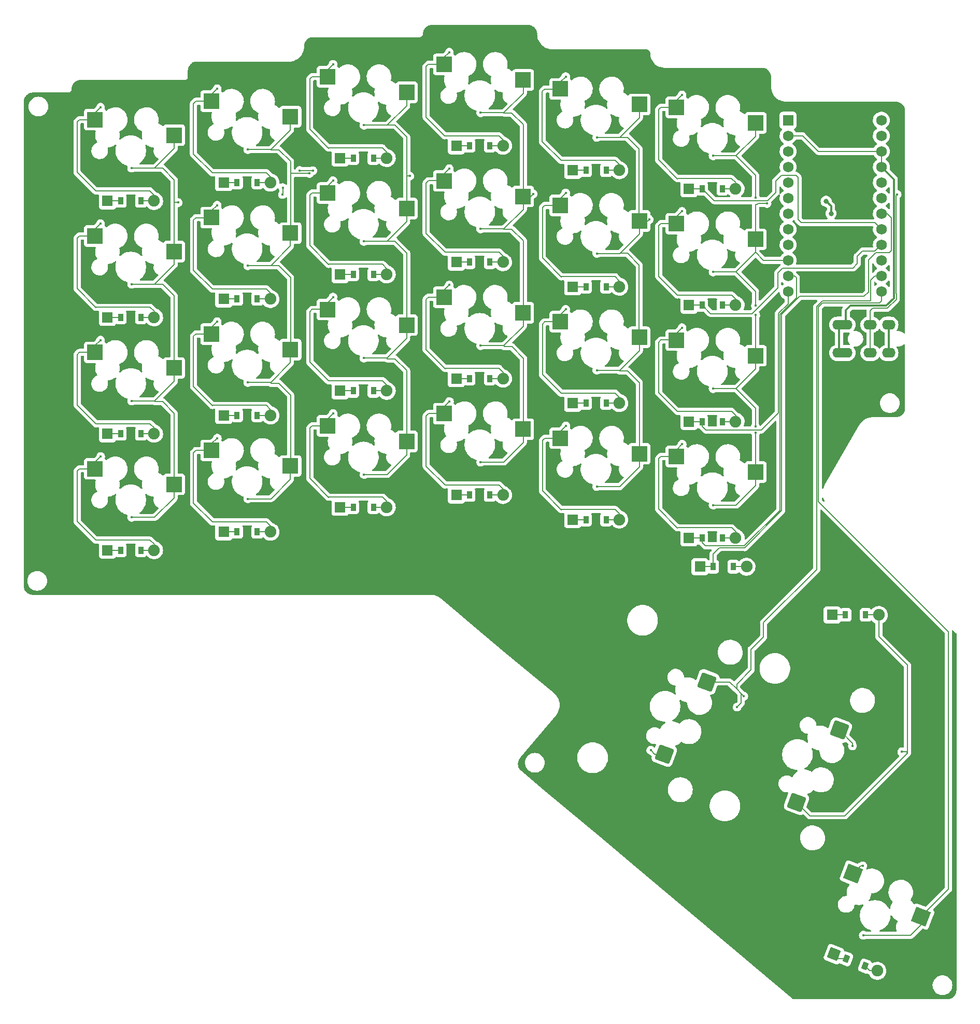
<source format=gbr>
%TF.GenerationSoftware,KiCad,Pcbnew,(6.0.8)*%
%TF.CreationDate,2022-12-10T18:32:28-07:00*%
%TF.ProjectId,scaarix_flow,73636161-7269-4785-9f66-6c6f772e6b69,v1.0.0*%
%TF.SameCoordinates,Original*%
%TF.FileFunction,Copper,L1,Top*%
%TF.FilePolarity,Positive*%
%FSLAX46Y46*%
G04 Gerber Fmt 4.6, Leading zero omitted, Abs format (unit mm)*
G04 Created by KiCad (PCBNEW (6.0.8)) date 2022-12-10 18:32:28*
%MOMM*%
%LPD*%
G01*
G04 APERTURE LIST*
G04 Aperture macros list*
%AMRoundRect*
0 Rectangle with rounded corners*
0 $1 Rounding radius*
0 $2 $3 $4 $5 $6 $7 $8 $9 X,Y pos of 4 corners*
0 Add a 4 corners polygon primitive as box body*
4,1,4,$2,$3,$4,$5,$6,$7,$8,$9,$2,$3,0*
0 Add four circle primitives for the rounded corners*
1,1,$1+$1,$2,$3*
1,1,$1+$1,$4,$5*
1,1,$1+$1,$6,$7*
1,1,$1+$1,$8,$9*
0 Add four rect primitives between the rounded corners*
20,1,$1+$1,$2,$3,$4,$5,0*
20,1,$1+$1,$4,$5,$6,$7,0*
20,1,$1+$1,$6,$7,$8,$9,0*
20,1,$1+$1,$8,$9,$2,$3,0*%
%AMRotRect*
0 Rectangle, with rotation*
0 The origin of the aperture is its center*
0 $1 length*
0 $2 width*
0 $3 Rotation angle, in degrees counterclockwise*
0 Add horizontal line*
21,1,$1,$2,0,0,$3*%
G04 Aperture macros list end*
%TA.AperFunction,SMDPad,CuDef*%
%ADD10R,2.550000X2.500000*%
%TD*%
%TA.AperFunction,ComponentPad*%
%ADD11C,1.905000*%
%TD*%
%TA.AperFunction,SMDPad,CuDef*%
%ADD12R,0.900000X1.200000*%
%TD*%
%TA.AperFunction,ComponentPad*%
%ADD13R,1.778000X1.778000*%
%TD*%
%TA.AperFunction,ComponentPad*%
%ADD14R,1.752600X1.752600*%
%TD*%
%TA.AperFunction,ComponentPad*%
%ADD15C,1.752600*%
%TD*%
%TA.AperFunction,ComponentPad*%
%ADD16O,2.200000X1.600000*%
%TD*%
%TA.AperFunction,SMDPad,CuDef*%
%ADD17RoundRect,0.254000X-0.607235X1.302220X-1.302220X-0.607235X0.607235X-1.302220X1.302220X0.607235X0*%
%TD*%
%TA.AperFunction,SMDPad,CuDef*%
%ADD18RotRect,2.550000X2.500000X159.000000*%
%TD*%
%TA.AperFunction,SMDPad,CuDef*%
%ADD19RotRect,0.900000X1.200000X339.000000*%
%TD*%
%TA.AperFunction,ComponentPad*%
%ADD20RotRect,1.778000X1.778000X339.000000*%
%TD*%
%TA.AperFunction,ViaPad*%
%ADD21C,0.400000*%
%TD*%
%TA.AperFunction,ViaPad*%
%ADD22C,0.800000*%
%TD*%
%TA.AperFunction,Conductor*%
%ADD23C,0.130000*%
%TD*%
%TA.AperFunction,Conductor*%
%ADD24C,0.300000*%
%TD*%
G04 APERTURE END LIST*
D10*
%TO.P,S18,1*%
%TO.N,P15*%
X228463500Y-102871500D03*
%TO.P,S18,2*%
%TO.N,index_home*%
X215536500Y-100331500D03*
%TD*%
%TO.P,S7,1*%
%TO.N,P20*%
X171463500Y-85871500D03*
%TO.P,S7,2*%
%TO.N,pinkie_top*%
X158536500Y-83331500D03*
%TD*%
%TO.P,S4,1*%
%TO.N,P21*%
X152463500Y-69871500D03*
%TO.P,S4,2*%
%TO.N,tab_num*%
X139536500Y-67331500D03*
%TD*%
%TO.P,S22,1*%
%TO.N,P14*%
X247463500Y-105871500D03*
%TO.P,S22,2*%
%TO.N,far_home*%
X234536500Y-103331500D03*
%TD*%
%TO.P,S13,1*%
%TO.N,P18*%
X209463500Y-117871500D03*
%TO.P,S13,2*%
%TO.N,middle_bottom*%
X196536500Y-115331500D03*
%TD*%
D11*
%TO.P,D19,1*%
%TO.N,index_top*%
X225188500Y-94611500D03*
D12*
%TO.N,P6*%
X219728500Y-94611500D03*
D13*
%TO.P,D19,2*%
X217568500Y-94611500D03*
D12*
%TO.N,index_top*%
X223028500Y-94611500D03*
%TD*%
D11*
%TO.P,D4,1*%
%TO.N,tab_num*%
X149188500Y-80611500D03*
D12*
%TO.N,P5*%
X143728500Y-80611500D03*
%TO.P,D4,2*%
%TO.N,tab_num*%
X147028500Y-80611500D03*
D13*
%TO.N,P5*%
X141568500Y-80611500D03*
%TD*%
D10*
%TO.P,S11,1*%
%TO.N,P19*%
X190463500Y-81871500D03*
%TO.P,S11,2*%
%TO.N,ring_top*%
X177536500Y-79331500D03*
%TD*%
%TO.P,S8,1*%
%TO.N,P20*%
X171463500Y-66871500D03*
%TO.P,S8,2*%
%TO.N,pinkie_num*%
X158536500Y-64331500D03*
%TD*%
D11*
%TO.P,D21,1*%
%TO.N,far_bottom*%
X244188500Y-135611500D03*
D12*
%TO.N,P16*%
X238728500Y-135611500D03*
%TO.P,D21,2*%
%TO.N,far_bottom*%
X242028500Y-135611500D03*
D13*
%TO.N,P16*%
X236568500Y-135611500D03*
%TD*%
D11*
%TO.P,D16,1*%
%TO.N,middle_num*%
X206188500Y-71611500D03*
D12*
%TO.N,P5*%
X200728500Y-71611500D03*
D13*
%TO.P,D16,2*%
X198568500Y-71611500D03*
D12*
%TO.N,middle_num*%
X204028500Y-71611500D03*
%TD*%
D14*
%TO.P,MCU1,1*%
%TO.N,RAW*%
X252758500Y-67441500D03*
D15*
%TO.P,MCU1,2*%
%TO.N,GND*%
X252758500Y-69981500D03*
%TO.P,MCU1,3*%
%TO.N,RST*%
X252758500Y-72521500D03*
%TO.P,MCU1,4*%
%TO.N,VCC*%
X252758500Y-75061500D03*
%TO.P,MCU1,5*%
%TO.N,P21*%
X252758500Y-77601500D03*
%TO.P,MCU1,6*%
%TO.N,P20*%
X252758500Y-80141500D03*
%TO.P,MCU1,7*%
%TO.N,P19*%
X252758500Y-82681500D03*
%TO.P,MCU1,8*%
%TO.N,P18*%
X252758500Y-85221500D03*
%TO.P,MCU1,9*%
%TO.N,P15*%
X252758500Y-87761500D03*
%TO.P,MCU1,10*%
%TO.N,P14*%
X252758500Y-90301500D03*
%TO.P,MCU1,11*%
%TO.N,P16*%
X252758500Y-92841500D03*
%TO.P,MCU1,12*%
%TO.N,P10*%
X252758500Y-95381500D03*
%TO.P,MCU1,13*%
%TO.N,P1*%
X267998500Y-67441500D03*
%TO.P,MCU1,14*%
%TO.N,P0*%
X267998500Y-69981500D03*
%TO.P,MCU1,15*%
%TO.N,GND*%
X267998500Y-72521500D03*
%TO.P,MCU1,16*%
X267998500Y-75061500D03*
%TO.P,MCU1,17*%
%TO.N,P2*%
X267998500Y-77601500D03*
%TO.P,MCU1,18*%
%TO.N,P3*%
X267998500Y-80141500D03*
%TO.P,MCU1,19*%
%TO.N,P4*%
X267998500Y-82681500D03*
%TO.P,MCU1,20*%
%TO.N,P5*%
X267998500Y-85221500D03*
%TO.P,MCU1,21*%
%TO.N,P6*%
X267998500Y-87761500D03*
%TO.P,MCU1,22*%
%TO.N,P7*%
X267998500Y-90301500D03*
%TO.P,MCU1,23*%
%TO.N,P8*%
X267998500Y-92841500D03*
%TO.P,MCU1,24*%
%TO.N,P9*%
X267998500Y-95381500D03*
%TD*%
D10*
%TO.P,S17,1*%
%TO.N,P15*%
X228463500Y-121871500D03*
%TO.P,S17,2*%
%TO.N,index_bottom*%
X215536500Y-119331500D03*
%TD*%
D11*
%TO.P,D5,1*%
%TO.N,pinkie_bottom*%
X168188500Y-134611500D03*
D12*
%TO.N,P16*%
X162728500Y-134611500D03*
%TO.P,D5,2*%
%TO.N,pinkie_bottom*%
X166028500Y-134611500D03*
D13*
%TO.N,P16*%
X160568500Y-134611500D03*
%TD*%
D12*
%TO.P,D7,1*%
%TO.N,P6*%
X162728500Y-96611500D03*
D11*
%TO.N,pinkie_top*%
X168188500Y-96611500D03*
D12*
%TO.P,D7,2*%
X166028500Y-96611500D03*
D13*
%TO.N,P6*%
X160568500Y-96611500D03*
%TD*%
D10*
%TO.P,S12,1*%
%TO.N,P19*%
X190463500Y-62871500D03*
%TO.P,S12,2*%
%TO.N,ring_num*%
X177536500Y-60331500D03*
%TD*%
D12*
%TO.P,D2,1*%
%TO.N,P10*%
X143728500Y-118611500D03*
D11*
%TO.N,tab_home*%
X149188500Y-118611500D03*
D13*
%TO.P,D2,2*%
%TO.N,P10*%
X141568500Y-118611500D03*
D12*
%TO.N,tab_home*%
X147028500Y-118611500D03*
%TD*%
D10*
%TO.P,S10,1*%
%TO.N,P19*%
X190463500Y-100871500D03*
%TO.P,S10,2*%
%TO.N,ring_home*%
X177536500Y-98331500D03*
%TD*%
%TO.P,S6,1*%
%TO.N,P20*%
X171463500Y-104871500D03*
%TO.P,S6,2*%
%TO.N,pinkie_home*%
X158536500Y-102331500D03*
%TD*%
D12*
%TO.P,D14,1*%
%TO.N,P10*%
X200728500Y-109611500D03*
D11*
%TO.N,middle_home*%
X206188500Y-109611500D03*
D13*
%TO.P,D14,2*%
%TO.N,P10*%
X198568500Y-109611500D03*
D12*
%TO.N,middle_home*%
X204028500Y-109611500D03*
%TD*%
%TO.P,D20,1*%
%TO.N,P5*%
X219728500Y-75611500D03*
D11*
%TO.N,index_num*%
X225188500Y-75611500D03*
D13*
%TO.P,D20,2*%
%TO.N,P5*%
X217568500Y-75611500D03*
D12*
%TO.N,index_num*%
X223028500Y-75611500D03*
%TD*%
D10*
%TO.P,S2,1*%
%TO.N,P21*%
X152463500Y-107871500D03*
%TO.P,S2,2*%
%TO.N,tab_home*%
X139536500Y-105331500D03*
%TD*%
D11*
%TO.P,D13,1*%
%TO.N,middle_bottom*%
X206188500Y-128611500D03*
D12*
%TO.N,P16*%
X200728500Y-128611500D03*
D13*
%TO.P,D13,2*%
X198568500Y-128611500D03*
D12*
%TO.N,middle_bottom*%
X204028500Y-128611500D03*
%TD*%
D10*
%TO.P,S20,1*%
%TO.N,P15*%
X228463500Y-64871500D03*
%TO.P,S20,2*%
%TO.N,index_num*%
X215536500Y-62331500D03*
%TD*%
D16*
%TO.P, ,1*%
%TO.N,GND*%
X261078500Y-105411500D03*
X261078500Y-100811500D03*
%TO.P, ,2*%
X262178500Y-100811500D03*
X262178500Y-105411500D03*
%TO.P, ,3*%
%TO.N,P2*%
X266178500Y-100811500D03*
X266178500Y-105411500D03*
%TO.P, ,4*%
%TO.N,VCC*%
X269178500Y-100811500D03*
X269178500Y-105411500D03*
%TD*%
D17*
%TO.P,S26,1*%
%TO.N,P8*%
X261136022Y-166979952D03*
%TO.P,S26,2*%
%TO.N,1_top*%
X254144928Y-178761363D03*
%TD*%
D11*
%TO.P,D17,1*%
%TO.N,index_bottom*%
X225188500Y-132611500D03*
D12*
%TO.N,P16*%
X219728500Y-132611500D03*
D13*
%TO.P,D17,2*%
X217568500Y-132611500D03*
D12*
%TO.N,index_bottom*%
X223028500Y-132611500D03*
%TD*%
D10*
%TO.P,S19,1*%
%TO.N,P15*%
X228463500Y-83871500D03*
%TO.P,S19,2*%
%TO.N,index_top*%
X215536500Y-81331500D03*
%TD*%
%TO.P,S15,1*%
%TO.N,P18*%
X209463500Y-79871500D03*
%TO.P,S15,2*%
%TO.N,middle_top*%
X196536500Y-77331500D03*
%TD*%
D18*
%TO.P,S27,1*%
%TO.N,P9*%
X274503172Y-197413017D03*
%TO.P,S27,2*%
%TO.N,2_top*%
X263345032Y-190409100D03*
%TD*%
D11*
%TO.P,D6,1*%
%TO.N,pinkie_home*%
X168188500Y-115611500D03*
D12*
%TO.N,P10*%
X162728500Y-115611500D03*
D13*
%TO.P,D6,2*%
X160568500Y-115611500D03*
D12*
%TO.N,pinkie_home*%
X166028500Y-115611500D03*
%TD*%
D11*
%TO.P,D18,1*%
%TO.N,index_home*%
X225188500Y-113611500D03*
D12*
%TO.N,P10*%
X219728500Y-113611500D03*
%TO.P,D18,2*%
%TO.N,index_home*%
X223028500Y-113611500D03*
D13*
%TO.N,P10*%
X217568500Y-113611500D03*
%TD*%
D11*
%TO.P,D11,1*%
%TO.N,ring_top*%
X187188500Y-92611500D03*
D12*
%TO.N,P6*%
X181728500Y-92611500D03*
D13*
%TO.P,D11,2*%
X179568500Y-92611500D03*
D12*
%TO.N,ring_top*%
X185028500Y-92611500D03*
%TD*%
D10*
%TO.P,S21,1*%
%TO.N,P14*%
X247463500Y-124871500D03*
%TO.P,S21,2*%
%TO.N,far_bottom*%
X234536500Y-122331500D03*
%TD*%
%TO.P,S9,1*%
%TO.N,P19*%
X190463500Y-119871500D03*
%TO.P,S9,2*%
%TO.N,ring_bottom*%
X177536500Y-117331500D03*
%TD*%
D11*
%TO.P,D22,1*%
%TO.N,far_home*%
X244188500Y-116611500D03*
D12*
%TO.N,P10*%
X238728500Y-116611500D03*
%TO.P,D22,2*%
%TO.N,far_home*%
X242028500Y-116611500D03*
D13*
%TO.N,P10*%
X236568500Y-116611500D03*
%TD*%
D11*
%TO.P,D12,1*%
%TO.N,ring_num*%
X187188500Y-73611500D03*
D12*
%TO.N,P5*%
X181728500Y-73611500D03*
D13*
%TO.P,D12,2*%
X179568500Y-73611500D03*
D12*
%TO.N,ring_num*%
X185028500Y-73611500D03*
%TD*%
%TO.P,D25,1*%
%TO.N,P4*%
X240515570Y-140311500D03*
D11*
%TO.N,1_bottom*%
X245975570Y-140311500D03*
D12*
%TO.P,D25,2*%
X243815570Y-140311500D03*
D13*
%TO.N,P4*%
X238355570Y-140311500D03*
%TD*%
D11*
%TO.P,D26,1*%
%TO.N,1_top*%
X267588500Y-148177964D03*
D12*
%TO.N,P3*%
X262128500Y-148177964D03*
D13*
%TO.P,D26,2*%
X259968500Y-148177964D03*
D12*
%TO.N,1_top*%
X265428500Y-148177964D03*
%TD*%
D10*
%TO.P,S23,1*%
%TO.N,P14*%
X247463500Y-86871500D03*
%TO.P,S23,2*%
%TO.N,far_top*%
X234536500Y-84331500D03*
%TD*%
D12*
%TO.P,D15,1*%
%TO.N,P6*%
X200728500Y-90611500D03*
D11*
%TO.N,middle_top*%
X206188500Y-90611500D03*
D12*
%TO.P,D15,2*%
X204028500Y-90611500D03*
D13*
%TO.N,P6*%
X198568500Y-90611500D03*
%TD*%
D11*
%TO.P,D23,1*%
%TO.N,far_top*%
X244188500Y-97611500D03*
D12*
%TO.N,P6*%
X238728500Y-97611500D03*
D13*
%TO.P,D23,2*%
X236568500Y-97611500D03*
D12*
%TO.N,far_top*%
X242028500Y-97611500D03*
%TD*%
%TO.P,D24,1*%
%TO.N,P5*%
X238728500Y-78611500D03*
D11*
%TO.N,far_num*%
X244188500Y-78611500D03*
D13*
%TO.P,D24,2*%
%TO.N,P5*%
X236568500Y-78611500D03*
D12*
%TO.N,far_num*%
X242028500Y-78611500D03*
%TD*%
D10*
%TO.P,S16,1*%
%TO.N,P18*%
X209463500Y-60871500D03*
%TO.P,S16,2*%
%TO.N,middle_num*%
X196536500Y-58331500D03*
%TD*%
%TO.P,S5,1*%
%TO.N,P20*%
X171463500Y-123871500D03*
%TO.P,S5,2*%
%TO.N,pinkie_bottom*%
X158536500Y-121331500D03*
%TD*%
D11*
%TO.P,D27,1*%
%TO.N,2_top*%
X267350154Y-206266016D03*
D19*
%TO.N,P3*%
X262252805Y-204309327D03*
%TO.P,D27,2*%
%TO.N,2_top*%
X265333621Y-205491941D03*
D20*
%TO.N,P3*%
X260236272Y-203535252D03*
%TD*%
D10*
%TO.P,S1,1*%
%TO.N,P21*%
X152463500Y-126871500D03*
%TO.P,S1,2*%
%TO.N,tab_bottom*%
X139536500Y-124331500D03*
%TD*%
D17*
%TO.P,S25,2*%
%TO.N,1_bottom*%
X232531998Y-170894900D03*
%TO.P,S25,1*%
%TO.N,P8*%
X239523092Y-159113489D03*
%TD*%
D10*
%TO.P,S14,1*%
%TO.N,P18*%
X209463500Y-98871500D03*
%TO.P,S14,2*%
%TO.N,middle_home*%
X196536500Y-96331500D03*
%TD*%
D11*
%TO.P,D8,1*%
%TO.N,pinkie_num*%
X168188500Y-77611500D03*
D12*
%TO.N,P5*%
X162728500Y-77611500D03*
D13*
%TO.P,D8,2*%
X160568500Y-77611500D03*
D12*
%TO.N,pinkie_num*%
X166028500Y-77611500D03*
%TD*%
%TO.P,D10,1*%
%TO.N,P10*%
X181728500Y-111611500D03*
D11*
%TO.N,ring_home*%
X187188500Y-111611500D03*
D12*
%TO.P,D10,2*%
X185028500Y-111611500D03*
D13*
%TO.N,P10*%
X179568500Y-111611500D03*
%TD*%
D12*
%TO.P,D9,1*%
%TO.N,P16*%
X181728500Y-130611500D03*
D11*
%TO.N,ring_bottom*%
X187188500Y-130611500D03*
D13*
%TO.P,D9,2*%
%TO.N,P16*%
X179568500Y-130611500D03*
D12*
%TO.N,ring_bottom*%
X185028500Y-130611500D03*
%TD*%
%TO.P,D1,1*%
%TO.N,P16*%
X143728500Y-137611500D03*
D11*
%TO.N,tab_bottom*%
X149188500Y-137611500D03*
D12*
%TO.P,D1,2*%
X147028500Y-137611500D03*
D13*
%TO.N,P16*%
X141568500Y-137611500D03*
%TD*%
D11*
%TO.P,D3,1*%
%TO.N,tab_top*%
X149188500Y-99611500D03*
D12*
%TO.N,P6*%
X143728500Y-99611500D03*
D13*
%TO.P,D3,2*%
X141568500Y-99611500D03*
D12*
%TO.N,tab_top*%
X147028500Y-99611500D03*
%TD*%
D10*
%TO.P,S3,1*%
%TO.N,P21*%
X152463500Y-88871500D03*
%TO.P,S3,2*%
%TO.N,tab_top*%
X139536500Y-86331500D03*
%TD*%
%TO.P,S24,1*%
%TO.N,P14*%
X247463500Y-67871500D03*
%TO.P,S24,2*%
%TO.N,far_num*%
X234536500Y-65331500D03*
%TD*%
D21*
%TO.N,1_bottom*%
X230325000Y-170275000D03*
%TO.N,P8*%
X244425000Y-163225000D03*
%TO.N,1_top*%
X271325000Y-170525000D03*
%TO.N,P8*%
X263275000Y-169575000D03*
%TO.N,P21*%
X145506500Y-94203500D03*
X170150000Y-79575000D03*
X145506500Y-113253500D03*
X172950000Y-75650000D03*
X153125000Y-80875000D03*
X145506500Y-132253500D03*
X170200000Y-78425000D03*
X175125000Y-75675000D03*
X145506500Y-75253500D03*
%TO.N,tab_bottom*%
X140450000Y-122325000D03*
%TO.N,tab_home*%
X140429500Y-103318500D03*
%TO.N,tab_top*%
X140429500Y-84318500D03*
%TO.N,tab_num*%
X140429500Y-65318500D03*
%TO.N,P20*%
X174575000Y-76125000D03*
X164481500Y-129228500D03*
X164481500Y-91178500D03*
X164481500Y-110228500D03*
X164481500Y-72228500D03*
%TO.N,pinkie_bottom*%
X159504500Y-119318500D03*
%TO.N,pinkie_home*%
X159484000Y-100312000D03*
%TO.N,pinkie_top*%
X159484000Y-81312000D03*
%TO.N,pinkie_num*%
X159484000Y-62312000D03*
%TO.N,P19*%
X190950000Y-76550000D03*
X183481500Y-87203500D03*
X183481500Y-68253500D03*
X183481500Y-106253500D03*
X183481500Y-125253500D03*
%TO.N,ring_bottom*%
X178429500Y-115318500D03*
%TO.N,ring_home*%
X178409000Y-96312000D03*
%TO.N,ring_top*%
X178409000Y-77312000D03*
%TO.N,ring_num*%
X178409000Y-58312000D03*
%TO.N,P18*%
X202536500Y-85178500D03*
X202536500Y-104228500D03*
X211100000Y-79450000D03*
X202536500Y-123228500D03*
X202536500Y-66228500D03*
%TO.N,middle_bottom*%
X197429500Y-113343500D03*
%TO.N,middle_home*%
X197409000Y-94337000D03*
%TO.N,middle_top*%
X197409000Y-75337000D03*
%TO.N,middle_num*%
X197409000Y-56337000D03*
%TO.N,P15*%
X221506500Y-127228500D03*
X221506500Y-89178500D03*
X221506500Y-108228500D03*
X230075000Y-83650000D03*
X221506500Y-70228500D03*
%TO.N,index_bottom*%
X216454500Y-117318500D03*
%TO.N,index_home*%
X216434000Y-98312000D03*
%TO.N,index_top*%
X216434000Y-79312000D03*
%TO.N,index_num*%
X216434000Y-60312000D03*
%TO.N,P14*%
X240500000Y-73250000D03*
X247428167Y-97678167D03*
X247450000Y-118425000D03*
X247475000Y-99250000D03*
X240500000Y-92200000D03*
X247425000Y-117450000D03*
X240500000Y-111250000D03*
X240500000Y-130250000D03*
X249325000Y-81025000D03*
X247450000Y-80100000D03*
%TO.N,far_bottom*%
X235454500Y-120318500D03*
%TO.N,far_home*%
X235434000Y-101312000D03*
%TO.N,far_top*%
X235434000Y-82312000D03*
%TO.N,far_num*%
X235434000Y-63312000D03*
%TO.N,P8*%
X245518500Y-161441500D03*
%TO.N,P9*%
X265050000Y-200450000D03*
%TO.N,2_top*%
X264950000Y-189150000D03*
D22*
%TO.N,VCC*%
X259778500Y-82661500D03*
X258978500Y-80661500D03*
D21*
%TO.N,P2*%
X270578500Y-79561500D03*
%TD*%
D23*
%TO.N,1_bottom*%
X230944900Y-170894900D02*
X232531998Y-170894900D01*
X230325000Y-170275000D02*
X230944900Y-170894900D01*
%TO.N,P8*%
X266908500Y-92841500D02*
X267998500Y-92841500D01*
X266228500Y-93521500D02*
X266908500Y-92841500D01*
X266228500Y-96861500D02*
X266228500Y-93521500D01*
X266158500Y-96931500D02*
X266228500Y-96861500D01*
X258375048Y-96931500D02*
X266158500Y-96931500D01*
X257451500Y-140748500D02*
X257451500Y-97855048D01*
X248748500Y-149451500D02*
X257451500Y-140748500D01*
X246725000Y-153800000D02*
X248748500Y-151776500D01*
X246725000Y-157100000D02*
X246725000Y-153800000D01*
X248748500Y-151776500D02*
X248748500Y-149451500D01*
X244363500Y-159461500D02*
X246725000Y-157100000D01*
X244363500Y-160286500D02*
X244363500Y-159461500D01*
X244363500Y-160286500D02*
X245076000Y-160999000D01*
X257451500Y-97855048D02*
X258375048Y-96931500D01*
X243190489Y-159113489D02*
X244363500Y-160286500D01*
X245076000Y-162574000D02*
X245076000Y-160999000D01*
X245076000Y-160999000D02*
X245518500Y-161441500D01*
X244425000Y-163225000D02*
X245076000Y-162574000D01*
%TO.N,1_top*%
X271325000Y-170525000D02*
X272072000Y-170525000D01*
X272072000Y-170525000D02*
X272258500Y-170711500D01*
%TO.N,P8*%
X263275000Y-169118930D02*
X261136022Y-166979952D01*
X263275000Y-169575000D02*
X263275000Y-169118930D01*
%TO.N,1_top*%
X256345065Y-180961500D02*
X262008500Y-180961500D01*
X254144928Y-178761363D02*
X256345065Y-180961500D01*
%TO.N,P8*%
X239523092Y-159113489D02*
X243190489Y-159113489D01*
%TO.N,1_top*%
X272258500Y-170711500D02*
X262008500Y-180961500D01*
%TO.N,P21*%
X175125000Y-75675000D02*
X172975000Y-75675000D01*
X152463500Y-88871500D02*
X152463500Y-80863500D01*
X145506500Y-75253500D02*
X149275334Y-75253500D01*
X152470000Y-129058834D02*
X152470000Y-126875000D01*
X152475000Y-115292000D02*
X150565000Y-113382000D01*
X152475000Y-127000000D02*
X152475000Y-115292000D01*
X152475000Y-80875000D02*
X152463500Y-80863500D01*
X145506500Y-132253500D02*
X149275334Y-132253500D01*
X152463166Y-107818000D02*
X152463166Y-96110000D01*
X152463166Y-96110000D02*
X150553166Y-94200000D01*
X152470000Y-91008834D02*
X152470000Y-88825000D01*
X152463500Y-77163500D02*
X150553500Y-75253500D01*
X149275334Y-75253500D02*
X152470000Y-72058834D01*
X149275334Y-94203500D02*
X152470000Y-91008834D01*
X145506500Y-113253500D02*
X149275334Y-113253500D01*
X149275334Y-132253500D02*
X152470000Y-129058834D01*
X153125000Y-80875000D02*
X152475000Y-80875000D01*
X152463500Y-80863500D02*
X152463500Y-77163500D01*
X152470000Y-110058834D02*
X152470000Y-107875000D01*
X150553500Y-75253500D02*
X149275334Y-75253500D01*
X145506500Y-94203500D02*
X149275334Y-94203500D01*
X152470000Y-72058834D02*
X152470000Y-69875000D01*
X170200000Y-79525000D02*
X170150000Y-79575000D01*
X150565000Y-113382000D02*
X149286834Y-113382000D01*
X170200000Y-78425000D02*
X170200000Y-79525000D01*
X172975000Y-75675000D02*
X172950000Y-75650000D01*
X150553166Y-94200000D02*
X149275000Y-94200000D01*
X149275334Y-113253500D02*
X152470000Y-110058834D01*
%TO.N,tab_bottom*%
X139711500Y-135963500D02*
X139686500Y-135988500D01*
X136980000Y-124320000D02*
X139548000Y-124320000D01*
X136611500Y-124688500D02*
X136980000Y-124320000D01*
X139686500Y-135988500D02*
X136611500Y-132913500D01*
X139536500Y-123238500D02*
X140450000Y-122325000D01*
X148511500Y-135963500D02*
X139711500Y-135963500D01*
X149200000Y-136652000D02*
X148511500Y-135963500D01*
X139536500Y-124331500D02*
X139536500Y-123238500D01*
X136611500Y-132913500D02*
X136611500Y-124688500D01*
X147028500Y-137611500D02*
X149188500Y-137611500D01*
X149200000Y-137600000D02*
X149200000Y-136652000D01*
%TO.N,P16*%
X239258500Y-136901500D02*
X238728500Y-136371500D01*
X219728500Y-132611500D02*
X217568500Y-132611500D01*
X254108500Y-93151500D02*
X253798500Y-92841500D01*
X254108500Y-96401500D02*
X251408500Y-99101500D01*
X238728500Y-135611500D02*
X236568500Y-135611500D01*
X253798500Y-92841500D02*
X252758500Y-92841500D01*
X198568500Y-128611500D02*
X200728500Y-128611500D01*
X254108500Y-96401500D02*
X254108500Y-93151500D01*
X251408500Y-99101500D02*
X251408500Y-131101500D01*
X238728500Y-136371500D02*
X238728500Y-135611500D01*
X245608500Y-136901500D02*
X239258500Y-136901500D01*
X141568500Y-137611500D02*
X143728500Y-137611500D01*
X181728500Y-130611500D02*
X179568500Y-130611500D01*
X162728500Y-134611500D02*
X160568500Y-134611500D01*
X251408500Y-131101500D02*
X245608500Y-136901500D01*
%TO.N,tab_home*%
X139686500Y-116988500D02*
X136611500Y-113913500D01*
X139516000Y-105325000D02*
X139516000Y-104232000D01*
X149200000Y-118600000D02*
X149200000Y-117652000D01*
X136611500Y-105688500D02*
X136980000Y-105320000D01*
X136980000Y-105320000D02*
X139548000Y-105320000D01*
X139711500Y-116963500D02*
X139686500Y-116988500D01*
X147028500Y-118611500D02*
X149188500Y-118611500D01*
X149200000Y-117652000D02*
X148511500Y-116963500D01*
X139516000Y-104232000D02*
X140429500Y-103318500D01*
X136611500Y-113913500D02*
X136611500Y-105688500D01*
X148511500Y-116963500D02*
X139711500Y-116963500D01*
%TO.N,P10*%
X252758500Y-95381500D02*
X252758500Y-97388048D01*
X239358500Y-118001500D02*
X238728500Y-117371500D01*
X217568500Y-113611500D02*
X219728500Y-113611500D01*
X248358500Y-118001500D02*
X239358500Y-118001500D01*
X200728500Y-109611500D02*
X198568500Y-109611500D01*
X251151500Y-98995047D02*
X251151500Y-115208500D01*
X181728500Y-111611500D02*
X179568500Y-111611500D01*
X252758500Y-97388048D02*
X251151500Y-98995047D01*
X143728500Y-118611500D02*
X141568500Y-118611500D01*
X238728500Y-116611500D02*
X236568500Y-116611500D01*
X251151500Y-115208500D02*
X248358500Y-118001500D01*
X238728500Y-117371500D02*
X238728500Y-116611500D01*
X160568500Y-115611500D02*
X162728500Y-115611500D01*
%TO.N,tab_top*%
X149200000Y-98652000D02*
X148511500Y-97963500D01*
X136611500Y-86688500D02*
X136980000Y-86320000D01*
X139711500Y-97963500D02*
X139686500Y-97988500D01*
X149200000Y-99600000D02*
X149200000Y-98652000D01*
X147028500Y-99611500D02*
X149188500Y-99611500D01*
X148511500Y-97963500D02*
X139711500Y-97963500D01*
X139516000Y-86325000D02*
X139516000Y-85232000D01*
X139686500Y-97988500D02*
X136611500Y-94913500D01*
X139516000Y-85232000D02*
X140429500Y-84318500D01*
X136611500Y-94913500D02*
X136611500Y-86688500D01*
X136980000Y-86320000D02*
X139548000Y-86320000D01*
%TO.N,P6*%
X181728500Y-92611500D02*
X179568500Y-92611500D01*
X251058500Y-92351500D02*
X251058500Y-94801500D01*
X246858500Y-99001500D02*
X240118500Y-99001500D01*
X219728500Y-94611500D02*
X217568500Y-94611500D01*
X267998500Y-87761500D02*
X266958500Y-88801500D01*
X266958500Y-88801500D02*
X264908500Y-88801500D01*
X264908500Y-88801500D02*
X264058500Y-89651500D01*
X162728500Y-96611500D02*
X160568500Y-96611500D01*
X263358500Y-91551500D02*
X251858500Y-91551500D01*
X240118500Y-99001500D02*
X238728500Y-97611500D01*
X251058500Y-94801500D02*
X246858500Y-99001500D01*
X141568500Y-99611500D02*
X143728500Y-99611500D01*
X264058500Y-90851500D02*
X263358500Y-91551500D01*
X251858500Y-91551500D02*
X251058500Y-92351500D01*
X264058500Y-89651500D02*
X264058500Y-90851500D01*
X236568500Y-97611500D02*
X238728500Y-97611500D01*
X200728500Y-90611500D02*
X198568500Y-90611500D01*
%TO.N,tab_num*%
X139700000Y-78975000D02*
X139675000Y-79000000D01*
X148500000Y-78975000D02*
X139700000Y-78975000D01*
X136600000Y-67700000D02*
X136968500Y-67331500D01*
X149188500Y-80611500D02*
X149188500Y-79663500D01*
X136600000Y-75925000D02*
X136600000Y-67700000D01*
X139516000Y-66232000D02*
X140429500Y-65318500D01*
X139516000Y-67325000D02*
X139516000Y-66232000D01*
X149188500Y-80611500D02*
X147028500Y-80611500D01*
X149188500Y-79663500D02*
X148500000Y-78975000D01*
X136968500Y-67331500D02*
X139536500Y-67331500D01*
X139675000Y-79000000D02*
X136600000Y-75925000D01*
%TO.N,P5*%
X160568500Y-77611500D02*
X162728500Y-77611500D01*
X254378500Y-76761500D02*
X254028500Y-76411500D01*
X141568500Y-80611500D02*
X143728500Y-80611500D01*
X254028500Y-76411500D02*
X251678500Y-76411500D01*
X250756775Y-79239775D02*
X249435049Y-80561500D01*
X254378500Y-83611500D02*
X254378500Y-76761500D01*
X249435049Y-80561500D02*
X240678500Y-80561500D01*
X250756775Y-77333225D02*
X250756775Y-79239775D01*
X266938500Y-84161500D02*
X254928500Y-84161500D01*
X240678500Y-80561500D02*
X238728500Y-78611500D01*
X198568500Y-71611500D02*
X200728500Y-71611500D01*
X254928500Y-84161500D02*
X254378500Y-83611500D01*
X267998500Y-85221500D02*
X266938500Y-84161500D01*
X217568500Y-75611500D02*
X219728500Y-75611500D01*
X179568500Y-73611500D02*
X181728500Y-73611500D01*
X238728500Y-78611500D02*
X236568500Y-78611500D01*
X251678500Y-76411500D02*
X250756775Y-77333225D01*
%TO.N,P20*%
X171475000Y-85875000D02*
X171475000Y-76100000D01*
X164481500Y-110228500D02*
X168250334Y-110228500D01*
X171474666Y-104821500D02*
X171474666Y-93113500D01*
X168250334Y-91178500D02*
X171445000Y-87983834D01*
X168250334Y-110228500D02*
X171445000Y-107033834D01*
X169564666Y-91203500D02*
X168286500Y-91203500D01*
X164481500Y-91178500D02*
X168250334Y-91178500D01*
X169565000Y-72257000D02*
X168286834Y-72257000D01*
X164481500Y-72228500D02*
X168250334Y-72228500D01*
X171445000Y-69033834D02*
X171445000Y-66850000D01*
X174575000Y-76125000D02*
X171500000Y-76125000D01*
X171474666Y-93113500D02*
X169564666Y-91203500D01*
X171445000Y-107033834D02*
X171445000Y-104850000D01*
X171475000Y-74167000D02*
X169565000Y-72257000D01*
X169576500Y-110385500D02*
X168298334Y-110385500D01*
X171445000Y-87983834D02*
X171445000Y-85800000D01*
X171475000Y-76100000D02*
X171475000Y-74167000D01*
X171486500Y-124003500D02*
X171486500Y-112295500D01*
X168250334Y-72228500D02*
X171445000Y-69033834D01*
X164481500Y-129228500D02*
X168250334Y-129228500D01*
X168250334Y-110337500D02*
X168298334Y-110385500D01*
X171500000Y-76125000D02*
X171475000Y-76100000D01*
X168250334Y-110228500D02*
X168250334Y-110337500D01*
X171445000Y-126033834D02*
X171445000Y-123850000D01*
X168250334Y-129228500D02*
X171445000Y-126033834D01*
X171486500Y-112295500D02*
X169576500Y-110385500D01*
%TO.N,pinkie_bottom*%
X155991500Y-121333500D02*
X158559500Y-121333500D01*
X168211500Y-134613500D02*
X168211500Y-133665500D01*
X158723000Y-132977000D02*
X158698000Y-133002000D01*
X158591000Y-121325000D02*
X158591000Y-120232000D01*
X167523000Y-132977000D02*
X158723000Y-132977000D01*
X155623000Y-129927000D02*
X155623000Y-121702000D01*
X158698000Y-133002000D02*
X155623000Y-129927000D01*
X166028500Y-134611500D02*
X168188500Y-134611500D01*
X168211500Y-133665500D02*
X167523000Y-132977000D01*
X158591000Y-120232000D02*
X159504500Y-119318500D01*
X155623000Y-121702000D02*
X155991500Y-121333500D01*
%TO.N,pinkie_home*%
X168211500Y-115613500D02*
X168211500Y-114665500D01*
X166028500Y-115611500D02*
X168188500Y-115611500D01*
X158698000Y-114002000D02*
X155623000Y-110927000D01*
X167523000Y-113977000D02*
X158723000Y-113977000D01*
X155623000Y-110927000D02*
X155623000Y-102702000D01*
X158570500Y-102318500D02*
X158570500Y-101225500D01*
X168211500Y-114665500D02*
X167523000Y-113977000D01*
X158570500Y-101225500D02*
X159484000Y-100312000D01*
X155991500Y-102333500D02*
X158559500Y-102333500D01*
X158723000Y-113977000D02*
X158698000Y-114002000D01*
X155623000Y-102702000D02*
X155991500Y-102333500D01*
%TO.N,pinkie_top*%
X155623000Y-83702000D02*
X155991500Y-83333500D01*
X168211500Y-96613500D02*
X168211500Y-95665500D01*
X158570500Y-82225500D02*
X159484000Y-81312000D01*
X166028500Y-96611500D02*
X168188500Y-96611500D01*
X155991500Y-83333500D02*
X158559500Y-83333500D01*
X158723000Y-94977000D02*
X158698000Y-95002000D01*
X167523000Y-94977000D02*
X158723000Y-94977000D01*
X168211500Y-95665500D02*
X167523000Y-94977000D01*
X158698000Y-95002000D02*
X155623000Y-91927000D01*
X155623000Y-91927000D02*
X155623000Y-83702000D01*
X158570500Y-83318500D02*
X158570500Y-82225500D01*
%TO.N,pinkie_num*%
X155980000Y-64345000D02*
X158548000Y-64345000D01*
X158570500Y-64318500D02*
X158570500Y-63225500D01*
X155611500Y-72938500D02*
X155611500Y-64713500D01*
X166028500Y-77611500D02*
X168188500Y-77611500D01*
X168200000Y-76677000D02*
X167511500Y-75988500D01*
X158686500Y-76013500D02*
X155611500Y-72938500D01*
X158711500Y-75988500D02*
X158686500Y-76013500D01*
X155611500Y-64713500D02*
X155980000Y-64345000D01*
X168200000Y-77625000D02*
X168200000Y-76677000D01*
X158570500Y-63225500D02*
X159484000Y-62312000D01*
X167511500Y-75988500D02*
X158711500Y-75988500D01*
%TO.N,P19*%
X190475000Y-76550000D02*
X190450000Y-76525000D01*
X190461500Y-120003500D02*
X190461500Y-108295500D01*
X190461500Y-108295500D02*
X188551500Y-106385500D01*
X190449666Y-89113500D02*
X188539666Y-87203500D01*
X183481500Y-125253500D02*
X187250334Y-125253500D01*
X188539666Y-87203500D02*
X187261500Y-87203500D01*
X187250334Y-87203500D02*
X190445000Y-84008834D01*
X190445000Y-65058834D02*
X190445000Y-62875000D01*
X190449666Y-100821500D02*
X190449666Y-89113500D01*
X188551500Y-106385500D02*
X187273334Y-106385500D01*
X190450000Y-70167000D02*
X188540000Y-68257000D01*
X187250334Y-68253500D02*
X190445000Y-65058834D01*
X190450000Y-81875000D02*
X190450000Y-76525000D01*
X183481500Y-68253500D02*
X187250334Y-68253500D01*
X190950000Y-76550000D02*
X190475000Y-76550000D01*
X188540000Y-68257000D02*
X187261834Y-68257000D01*
X190450000Y-76525000D02*
X190450000Y-70167000D01*
X183481500Y-106253500D02*
X187250334Y-106253500D01*
X187250334Y-106253500D02*
X187250334Y-106362500D01*
X190445000Y-122058834D02*
X190445000Y-119875000D01*
X190445000Y-84008834D02*
X190445000Y-81825000D01*
X190445000Y-103058834D02*
X190445000Y-100875000D01*
X187250334Y-106362500D02*
X187273334Y-106385500D01*
X183481500Y-87203500D02*
X187250334Y-87203500D01*
X187250334Y-125253500D02*
X190445000Y-122058834D01*
X187250334Y-106253500D02*
X190445000Y-103058834D01*
%TO.N,ring_bottom*%
X177516000Y-116232000D02*
X178429500Y-115318500D01*
X174991500Y-117308500D02*
X177559500Y-117308500D01*
X174623000Y-117677000D02*
X174991500Y-117308500D01*
X186523000Y-128952000D02*
X177723000Y-128952000D01*
X177698000Y-128977000D02*
X174623000Y-125902000D01*
X177516000Y-117325000D02*
X177516000Y-116232000D01*
X174623000Y-125902000D02*
X174623000Y-117677000D01*
X187211500Y-129640500D02*
X186523000Y-128952000D01*
X185028500Y-130611500D02*
X187188500Y-130611500D01*
X177723000Y-128952000D02*
X177698000Y-128977000D01*
X187211500Y-130588500D02*
X187211500Y-129640500D01*
%TO.N,ring_home*%
X177495500Y-97225500D02*
X178409000Y-96312000D01*
X174991500Y-98308500D02*
X177559500Y-98308500D01*
X186523000Y-109952000D02*
X177723000Y-109952000D01*
X187211500Y-110640500D02*
X186523000Y-109952000D01*
X174623000Y-98677000D02*
X174991500Y-98308500D01*
X177495500Y-98318500D02*
X177495500Y-97225500D01*
X187211500Y-111588500D02*
X187211500Y-110640500D01*
X177698000Y-109977000D02*
X174623000Y-106902000D01*
X174623000Y-106902000D02*
X174623000Y-98677000D01*
X177723000Y-109952000D02*
X177698000Y-109977000D01*
X187188500Y-111611500D02*
X185028500Y-111611500D01*
%TO.N,ring_top*%
X174623000Y-79677000D02*
X174991500Y-79308500D01*
X174991500Y-79308500D02*
X177559500Y-79308500D01*
X174623000Y-87902000D02*
X174623000Y-79677000D01*
X177723000Y-90952000D02*
X177698000Y-90977000D01*
X177495500Y-78225500D02*
X178409000Y-77312000D01*
X187211500Y-91640500D02*
X186523000Y-90952000D01*
X187211500Y-92588500D02*
X187211500Y-91640500D01*
X187188500Y-92611500D02*
X185028500Y-92611500D01*
X177495500Y-79318500D02*
X177495500Y-78225500D01*
X177698000Y-90977000D02*
X174623000Y-87902000D01*
X186523000Y-90952000D02*
X177723000Y-90952000D01*
%TO.N,ring_num*%
X177495500Y-60318500D02*
X177495500Y-59225500D01*
X174611500Y-68913500D02*
X174611500Y-60688500D01*
X177686500Y-71988500D02*
X174611500Y-68913500D01*
X177711500Y-71963500D02*
X177686500Y-71988500D01*
X186511500Y-71963500D02*
X177711500Y-71963500D01*
X187200000Y-72652000D02*
X186511500Y-71963500D01*
X174980000Y-60320000D02*
X177548000Y-60320000D01*
X177495500Y-59225500D02*
X178409000Y-58312000D01*
X174611500Y-60688500D02*
X174980000Y-60320000D01*
X187200000Y-73600000D02*
X187200000Y-72652000D01*
X187188500Y-73611500D02*
X185028500Y-73611500D01*
%TO.N,P18*%
X209536500Y-106303500D02*
X207626500Y-104393500D01*
X202536500Y-85178500D02*
X206305334Y-85178500D01*
X206305334Y-104228500D02*
X209500000Y-101033834D01*
X202536500Y-66228500D02*
X206305334Y-66228500D01*
X211100000Y-79450000D02*
X210678500Y-79871500D01*
X206348334Y-104393500D02*
X206348334Y-104271500D01*
X206305334Y-85178500D02*
X209500000Y-81983834D01*
X209525000Y-79883000D02*
X209525000Y-68175000D01*
X207626500Y-104393500D02*
X206348334Y-104393500D01*
X209524666Y-98829500D02*
X209524666Y-87121500D01*
X206348334Y-104271500D02*
X206305334Y-104228500D01*
X207615000Y-66265000D02*
X206336834Y-66265000D01*
X210678500Y-79871500D02*
X209463500Y-79871500D01*
X209500000Y-81983834D02*
X209500000Y-79800000D01*
X202536500Y-123228500D02*
X206305334Y-123228500D01*
X209525000Y-68175000D02*
X207615000Y-66265000D01*
X209536500Y-118011500D02*
X209536500Y-106303500D01*
X207614666Y-85211500D02*
X206336500Y-85211500D01*
X209524666Y-87121500D02*
X207614666Y-85211500D01*
X209500000Y-120033834D02*
X209500000Y-117850000D01*
X206305334Y-66228500D02*
X209500000Y-63033834D01*
X202536500Y-104228500D02*
X206305334Y-104228500D01*
X206305334Y-123228500D02*
X209500000Y-120033834D01*
X209500000Y-101033834D02*
X209500000Y-98850000D01*
X209500000Y-63033834D02*
X209500000Y-60850000D01*
%TO.N,middle_bottom*%
X196516000Y-115350000D02*
X196516000Y-114257000D01*
X196723000Y-126952000D02*
X196698000Y-126977000D01*
X193623000Y-115677000D02*
X193991500Y-115308500D01*
X193991500Y-115308500D02*
X196559500Y-115308500D01*
X196516000Y-114257000D02*
X197429500Y-113343500D01*
X196698000Y-126977000D02*
X193623000Y-123902000D01*
X193623000Y-123902000D02*
X193623000Y-115677000D01*
X206211500Y-128588500D02*
X206211500Y-127640500D01*
X205523000Y-126952000D02*
X196723000Y-126952000D01*
X206211500Y-127640500D02*
X205523000Y-126952000D01*
X204028500Y-128611500D02*
X206188500Y-128611500D01*
%TO.N,middle_home*%
X196495500Y-95250500D02*
X197409000Y-94337000D01*
X193991500Y-96308500D02*
X196559500Y-96308500D01*
X206211500Y-108640500D02*
X205523000Y-107952000D01*
X206188500Y-109611500D02*
X204028500Y-109611500D01*
X205523000Y-107952000D02*
X196723000Y-107952000D01*
X193623000Y-96677000D02*
X193991500Y-96308500D01*
X196723000Y-107952000D02*
X196698000Y-107977000D01*
X206211500Y-109588500D02*
X206211500Y-108640500D01*
X193623000Y-104902000D02*
X193623000Y-96677000D01*
X196495500Y-96343500D02*
X196495500Y-95250500D01*
X196698000Y-107977000D02*
X193623000Y-104902000D01*
%TO.N,middle_top*%
X196495500Y-77343500D02*
X196495500Y-76250500D01*
X206211500Y-90588500D02*
X206211500Y-89640500D01*
X196698000Y-88977000D02*
X193623000Y-85902000D01*
X205523000Y-88952000D02*
X196723000Y-88952000D01*
X206188500Y-90611500D02*
X204028500Y-90611500D01*
X193623000Y-85902000D02*
X193623000Y-77677000D01*
X206211500Y-89640500D02*
X205523000Y-88952000D01*
X196495500Y-76250500D02*
X197409000Y-75337000D01*
X193623000Y-77677000D02*
X193991500Y-77308500D01*
X196723000Y-88952000D02*
X196698000Y-88977000D01*
X193991500Y-77308500D02*
X196559500Y-77308500D01*
%TO.N,middle_num*%
X193980000Y-58320000D02*
X196548000Y-58320000D01*
X196495500Y-57250500D02*
X197409000Y-56337000D01*
X206200000Y-71600000D02*
X206200000Y-70652000D01*
X196711500Y-69963500D02*
X196686500Y-69988500D01*
X193611500Y-58688500D02*
X193980000Y-58320000D01*
X205511500Y-69963500D02*
X196711500Y-69963500D01*
X196495500Y-58343500D02*
X196495500Y-57250500D01*
X196686500Y-69988500D02*
X193611500Y-66913500D01*
X204028500Y-71611500D02*
X206188500Y-71611500D01*
X206200000Y-70652000D02*
X205511500Y-69963500D01*
X193611500Y-66913500D02*
X193611500Y-58688500D01*
%TO.N,P15*%
X225275334Y-70228500D02*
X228470000Y-67033834D01*
X225275334Y-89178500D02*
X228470000Y-85983834D01*
X226527832Y-89171500D02*
X225249666Y-89171500D01*
X228437832Y-91081500D02*
X226527832Y-89171500D01*
X230075000Y-83650000D02*
X229853500Y-83871500D01*
X228438166Y-72135000D02*
X226528166Y-70225000D01*
X228470000Y-105033834D02*
X228470000Y-102850000D01*
X229853500Y-83871500D02*
X228463500Y-83871500D01*
X228470000Y-67033834D02*
X228470000Y-64850000D01*
X225275334Y-127228500D02*
X228470000Y-124033834D01*
X221506500Y-108228500D02*
X225275334Y-108228500D01*
X228470000Y-85983834D02*
X228470000Y-83800000D01*
X225275334Y-108228500D02*
X228470000Y-105033834D01*
X221506500Y-127228500D02*
X225275334Y-127228500D01*
X228438166Y-83843000D02*
X228438166Y-72135000D01*
X228437832Y-102789500D02*
X228437832Y-91081500D01*
X228449666Y-121971500D02*
X228449666Y-110263500D01*
X228470000Y-124033834D02*
X228470000Y-121850000D01*
X228449666Y-110263500D02*
X226539666Y-108353500D01*
X226539666Y-108353500D02*
X225261500Y-108353500D01*
X226528166Y-70225000D02*
X225250000Y-70225000D01*
X221506500Y-70228500D02*
X225275334Y-70228500D01*
X221506500Y-89178500D02*
X225275334Y-89178500D01*
%TO.N,index_bottom*%
X225211500Y-131665500D02*
X224523000Y-130977000D01*
X215723000Y-130977000D02*
X215698000Y-131002000D01*
X212623000Y-119702000D02*
X212991500Y-119333500D01*
X225211500Y-132613500D02*
X225211500Y-131665500D01*
X224523000Y-130977000D02*
X215723000Y-130977000D01*
X215698000Y-131002000D02*
X212623000Y-127927000D01*
X212623000Y-127927000D02*
X212623000Y-119702000D01*
X215541000Y-119325000D02*
X215541000Y-118232000D01*
X215541000Y-118232000D02*
X216454500Y-117318500D01*
X223028500Y-132611500D02*
X225188500Y-132611500D01*
X212991500Y-119333500D02*
X215559500Y-119333500D01*
%TO.N,index_home*%
X215520500Y-100318500D02*
X215520500Y-99225500D01*
X212623000Y-100702000D02*
X212991500Y-100333500D01*
X225211500Y-112665500D02*
X224523000Y-111977000D01*
X224523000Y-111977000D02*
X215723000Y-111977000D01*
X225211500Y-113613500D02*
X225211500Y-112665500D01*
X215723000Y-111977000D02*
X215698000Y-112002000D01*
X215698000Y-112002000D02*
X212623000Y-108927000D01*
X225188500Y-113611500D02*
X223028500Y-113611500D01*
X212991500Y-100333500D02*
X215559500Y-100333500D01*
X215520500Y-99225500D02*
X216434000Y-98312000D01*
X212623000Y-108927000D02*
X212623000Y-100702000D01*
%TO.N,index_top*%
X225211500Y-94613500D02*
X225211500Y-93665500D01*
X215520500Y-80225500D02*
X216434000Y-79312000D01*
X224523000Y-92977000D02*
X215723000Y-92977000D01*
X212991500Y-81333500D02*
X215559500Y-81333500D01*
X225211500Y-93665500D02*
X224523000Y-92977000D01*
X223028500Y-94611500D02*
X225188500Y-94611500D01*
X212623000Y-89927000D02*
X212623000Y-81702000D01*
X215723000Y-92977000D02*
X215698000Y-93002000D01*
X215698000Y-93002000D02*
X212623000Y-89927000D01*
X212623000Y-81702000D02*
X212991500Y-81333500D01*
X215520500Y-81318500D02*
X215520500Y-80225500D01*
%TO.N,index_num*%
X212611500Y-70938500D02*
X212611500Y-62713500D01*
X225200000Y-74677000D02*
X224511500Y-73988500D01*
X215711500Y-73988500D02*
X215686500Y-74013500D01*
X215520500Y-61225500D02*
X216434000Y-60312000D01*
X224511500Y-73988500D02*
X215711500Y-73988500D01*
X223028500Y-75611500D02*
X225188500Y-75611500D01*
X225200000Y-75625000D02*
X225200000Y-74677000D01*
X212980000Y-62345000D02*
X215548000Y-62345000D01*
X215686500Y-74013500D02*
X212611500Y-70938500D01*
X215520500Y-62318500D02*
X215520500Y-61225500D01*
X212611500Y-62713500D02*
X212980000Y-62345000D01*
%TO.N,P14*%
X249300000Y-81000000D02*
X249325000Y-81025000D01*
X247463500Y-86871500D02*
X247463500Y-81138500D01*
X247463500Y-124871500D02*
X247463500Y-118438500D01*
X247463500Y-70055334D02*
X247463500Y-67871500D01*
X240500000Y-73250000D02*
X244268834Y-73250000D01*
X247463500Y-127055334D02*
X247463500Y-124871500D01*
X240500000Y-130250000D02*
X244268834Y-130250000D01*
X244268834Y-73250000D02*
X247463500Y-70055334D01*
X247425000Y-117450000D02*
X247425000Y-114406166D01*
X247711500Y-81138500D02*
X247850000Y-81000000D01*
X247463500Y-99261500D02*
X247475000Y-99250000D01*
X247463500Y-108055334D02*
X247463500Y-105871500D01*
X247425000Y-114406166D02*
X244268834Y-111250000D01*
X247463500Y-105871500D02*
X247463500Y-99261500D01*
X247450000Y-76431166D02*
X244268834Y-73250000D01*
X244268834Y-130250000D02*
X247463500Y-127055334D01*
X247850000Y-81000000D02*
X249300000Y-81000000D01*
X244268834Y-92200000D02*
X247463500Y-89005334D01*
X247463500Y-118438500D02*
X247450000Y-118425000D01*
X247463500Y-81138500D02*
X247711500Y-81138500D01*
X252758500Y-90301500D02*
X248759666Y-90301500D01*
X247428167Y-95359333D02*
X244268834Y-92200000D01*
X244268834Y-111250000D02*
X247463500Y-108055334D01*
X240500000Y-111250000D02*
X244268834Y-111250000D01*
X247428167Y-97678167D02*
X247428167Y-95359333D01*
X247463500Y-89005334D02*
X247463500Y-86821500D01*
X247450000Y-80100000D02*
X247450000Y-76431166D01*
X248759666Y-90301500D02*
X247463500Y-89005334D01*
X240500000Y-92200000D02*
X244268834Y-92200000D01*
%TO.N,far_bottom*%
X234541000Y-122325000D02*
X234541000Y-121232000D01*
X244211500Y-135588500D02*
X244211500Y-134640500D01*
X234723000Y-133952000D02*
X234698000Y-133977000D01*
X244211500Y-134640500D02*
X243523000Y-133952000D01*
X231623000Y-122677000D02*
X231991500Y-122308500D01*
X242028500Y-135611500D02*
X244188500Y-135611500D01*
X231991500Y-122308500D02*
X234559500Y-122308500D01*
X234698000Y-133977000D02*
X231623000Y-130902000D01*
X231623000Y-130902000D02*
X231623000Y-122677000D01*
X234541000Y-121232000D02*
X235454500Y-120318500D01*
X243523000Y-133952000D02*
X234723000Y-133952000D01*
%TO.N,far_home*%
X244188500Y-116611500D02*
X242028500Y-116611500D01*
X231623000Y-111902000D02*
X231623000Y-103677000D01*
X243523000Y-114952000D02*
X234723000Y-114952000D01*
X234723000Y-114952000D02*
X234698000Y-114977000D01*
X234520500Y-103318500D02*
X234520500Y-102225500D01*
X231991500Y-103308500D02*
X234559500Y-103308500D01*
X231623000Y-103677000D02*
X231991500Y-103308500D01*
X244211500Y-116588500D02*
X244211500Y-115640500D01*
X234698000Y-114977000D02*
X231623000Y-111902000D01*
X234520500Y-102225500D02*
X235434000Y-101312000D01*
X244211500Y-115640500D02*
X243523000Y-114952000D01*
%TO.N,far_top*%
X231623000Y-84677000D02*
X231991500Y-84308500D01*
X234723000Y-95952000D02*
X234698000Y-95977000D01*
X244211500Y-97588500D02*
X244211500Y-96640500D01*
X244188500Y-97611500D02*
X242028500Y-97611500D01*
X231991500Y-84308500D02*
X234559500Y-84308500D01*
X234698000Y-95977000D02*
X231623000Y-92902000D01*
X243523000Y-95952000D02*
X234723000Y-95952000D01*
X234520500Y-83225500D02*
X235434000Y-82312000D01*
X244211500Y-96640500D02*
X243523000Y-95952000D01*
X234520500Y-84318500D02*
X234520500Y-83225500D01*
X231623000Y-92902000D02*
X231623000Y-84677000D01*
%TO.N,far_num*%
X242028500Y-78611500D02*
X244188500Y-78611500D01*
X244200000Y-78600000D02*
X244200000Y-77652000D01*
X234686500Y-76988500D02*
X231611500Y-73913500D01*
X234520500Y-65318500D02*
X234520500Y-64225500D01*
X231980000Y-65320000D02*
X234548000Y-65320000D01*
X234711500Y-76963500D02*
X234686500Y-76988500D01*
X231611500Y-65688500D02*
X231980000Y-65320000D01*
X244200000Y-77652000D02*
X243511500Y-76963500D01*
X243511500Y-76963500D02*
X234711500Y-76963500D01*
X231611500Y-73913500D02*
X231611500Y-65688500D01*
X234520500Y-64225500D02*
X235434000Y-63312000D01*
%TO.N,1_bottom*%
X245975570Y-140311500D02*
X243815570Y-140311500D01*
%TO.N,P4*%
X240515570Y-138234430D02*
X240515570Y-140311500D01*
X240515570Y-140311500D02*
X238355570Y-140311500D01*
X251708500Y-131164952D02*
X251708500Y-99164952D01*
X265908500Y-90201500D02*
X267058500Y-89051500D01*
X268938500Y-82681500D02*
X267998500Y-82681500D01*
X265908500Y-95451500D02*
X265908500Y-90201500D01*
X251708500Y-99164952D02*
X254671952Y-96201500D01*
X269608500Y-88701500D02*
X269608500Y-83351500D01*
X265158500Y-96201500D02*
X265908500Y-95451500D01*
X254671952Y-96201500D02*
X265158500Y-96201500D01*
X269608500Y-83351500D02*
X268938500Y-82681500D01*
X245673452Y-137200000D02*
X241550000Y-137200000D01*
X269258500Y-89051500D02*
X269608500Y-88701500D01*
X241550000Y-137200000D02*
X240515570Y-138234430D01*
X251708500Y-131164952D02*
X245673452Y-137200000D01*
X267058500Y-89051500D02*
X269258500Y-89051500D01*
%TO.N,1_top*%
X267588500Y-148177964D02*
X267588500Y-151701500D01*
X267588500Y-151701500D02*
X272258500Y-156371500D01*
X272258500Y-156371500D02*
X272258500Y-170711500D01*
X265428500Y-148177964D02*
X267588500Y-148177964D01*
%TO.N,P3*%
X262128500Y-148177964D02*
X259968500Y-148177964D01*
X261010347Y-204309327D02*
X262252805Y-204309327D01*
X260236272Y-203535252D02*
X261010347Y-204309327D01*
%TO.N,P9*%
X278958500Y-192957689D02*
X278958500Y-150901500D01*
X257708500Y-97961500D02*
X258408500Y-97261500D01*
X258408500Y-97261500D02*
X267658500Y-97261500D01*
X278958500Y-150901500D02*
X257708500Y-129651500D01*
X272805120Y-200450000D02*
X274503172Y-198751948D01*
X267998500Y-96921500D02*
X267998500Y-95381500D01*
X257708500Y-129651500D02*
X257708500Y-97961500D01*
X274503172Y-198751948D02*
X274503172Y-197413017D01*
X265050000Y-200450000D02*
X272805120Y-200450000D01*
X267658500Y-97261500D02*
X267998500Y-96921500D01*
X274503172Y-197413017D02*
X278958500Y-192957689D01*
%TO.N,2_top*%
X265333621Y-205491941D02*
X266107696Y-206266016D01*
X266107696Y-206266016D02*
X267350154Y-206266016D01*
X264950000Y-189150000D02*
X264604132Y-189150000D01*
X264604132Y-189150000D02*
X263345032Y-190409100D01*
D24*
%TO.N,GND*%
X268778500Y-97711500D02*
X270028500Y-96461500D01*
D23*
X252758500Y-70001500D02*
X255148500Y-70001500D01*
D24*
X270023500Y-77086500D02*
X267998500Y-75061500D01*
X270023500Y-96456500D02*
X270023500Y-77086500D01*
X262178500Y-100811500D02*
X262178500Y-98461500D01*
D23*
X255148500Y-70001500D02*
X257668500Y-72521500D01*
D24*
X270028500Y-96461500D02*
X270023500Y-96456500D01*
X262178500Y-98461500D02*
X262928500Y-97711500D01*
X261078500Y-100811500D02*
X261078500Y-105411500D01*
D23*
X267998500Y-72521500D02*
X267998500Y-75061500D01*
X257668500Y-72521500D02*
X267998500Y-72521500D01*
D24*
X262928500Y-97711500D02*
X268778500Y-97711500D01*
%TO.N,VCC*%
X259778500Y-81461500D02*
X258978500Y-80661500D01*
X259778500Y-82661500D02*
X259778500Y-81461500D01*
X269178500Y-105411500D02*
X269178500Y-100811500D01*
D23*
%TO.N,P2*%
X266178500Y-98526500D02*
X266578500Y-98126500D01*
X268963500Y-98126500D02*
X270443500Y-96646500D01*
X266178500Y-100811500D02*
X266178500Y-105411500D01*
X266578500Y-98126500D02*
X268963500Y-98126500D01*
X270438500Y-95761500D02*
X270438500Y-79701500D01*
X270438500Y-79701500D02*
X270578500Y-79561500D01*
X270443500Y-96646500D02*
X270443500Y-95766500D01*
X266178500Y-100811500D02*
X266178500Y-98526500D01*
X270443500Y-95766500D02*
X270438500Y-95761500D01*
%TD*%
%TA.AperFunction,NonConductor*%
G36*
X242904076Y-69426262D02*
G01*
X242943405Y-69448653D01*
X243001679Y-69497551D01*
X243001684Y-69497555D01*
X243005050Y-69500379D01*
X243243264Y-69649231D01*
X243411305Y-69724048D01*
X243479816Y-69754551D01*
X243499875Y-69763482D01*
X243769890Y-69840907D01*
X243774240Y-69841518D01*
X243774243Y-69841519D01*
X244046983Y-69879850D01*
X244111657Y-69909138D01*
X244150230Y-69968742D01*
X244149779Y-70041988D01*
X244127595Y-70113430D01*
X244127594Y-70113436D01*
X244126011Y-70118533D01*
X244113511Y-70212850D01*
X244097066Y-70336928D01*
X244095700Y-70347232D01*
X244095900Y-70352562D01*
X244095900Y-70352563D01*
X244097852Y-70404551D01*
X244104354Y-70577768D01*
X244151728Y-70803550D01*
X244153686Y-70808509D01*
X244153687Y-70808511D01*
X244186692Y-70892085D01*
X244236467Y-71018122D01*
X244312893Y-71144068D01*
X244331702Y-71175064D01*
X244356147Y-71215349D01*
X244359644Y-71219379D01*
X244503407Y-71385051D01*
X244507347Y-71389592D01*
X244545825Y-71421142D01*
X244681615Y-71532484D01*
X244681621Y-71532488D01*
X244685743Y-71535868D01*
X244851947Y-71630476D01*
X244901253Y-71681558D01*
X244915115Y-71751188D01*
X244889132Y-71817259D01*
X244878710Y-71829073D01*
X244068188Y-72639595D01*
X244005876Y-72673621D01*
X243979093Y-72676500D01*
X241913291Y-72676500D01*
X241845170Y-72656498D01*
X241798677Y-72602842D01*
X241788573Y-72532568D01*
X241818067Y-72467988D01*
X241845775Y-72444117D01*
X241852282Y-72439987D01*
X242094898Y-72239278D01*
X242310445Y-72009744D01*
X242338259Y-71971462D01*
X242409948Y-71872790D01*
X242495524Y-71755004D01*
X242507881Y-71732528D01*
X242645313Y-71482539D01*
X242645314Y-71482536D01*
X242647216Y-71479077D01*
X242763130Y-71186313D01*
X242841436Y-70881330D01*
X242880900Y-70568938D01*
X242880900Y-70254062D01*
X242841436Y-69941670D01*
X242763130Y-69636687D01*
X242761681Y-69633026D01*
X242761675Y-69633009D01*
X242745263Y-69591560D01*
X242738782Y-69520860D01*
X242771554Y-69457879D01*
X242833174Y-69422615D01*
X242904076Y-69426262D01*
G37*
%TD.AperFunction*%
%TA.AperFunction,NonConductor*%
G36*
X269326340Y-78373491D02*
G01*
X269361574Y-78435127D01*
X269365000Y-78464308D01*
X269365000Y-79277459D01*
X269344998Y-79345580D01*
X269291342Y-79392073D01*
X269221068Y-79402177D01*
X269156488Y-79372683D01*
X269133208Y-79345899D01*
X269128488Y-79338602D01*
X269099423Y-79293675D01*
X268946168Y-79125250D01*
X268767463Y-78984118D01*
X268760835Y-78980459D01*
X268760151Y-78979769D01*
X268758631Y-78978759D01*
X268758839Y-78978445D01*
X268710863Y-78930033D01*
X268696085Y-78860591D01*
X268721196Y-78794184D01*
X268748554Y-78767569D01*
X268891189Y-78665829D01*
X268891191Y-78665827D01*
X268895393Y-78662830D01*
X269056693Y-78502092D01*
X269083844Y-78464308D01*
X269136677Y-78390782D01*
X269192672Y-78347134D01*
X269263375Y-78340688D01*
X269326340Y-78373491D01*
G37*
%TD.AperFunction*%
%TA.AperFunction,NonConductor*%
G36*
X251538787Y-78272870D02*
G01*
X251563708Y-78302258D01*
X251603105Y-78366549D01*
X251633569Y-78416261D01*
X251637192Y-78422174D01*
X251786286Y-78594293D01*
X251919924Y-78705241D01*
X251944860Y-78725943D01*
X251961489Y-78739749D01*
X251965940Y-78742350D01*
X251965950Y-78742357D01*
X251998766Y-78761533D01*
X252047489Y-78813172D01*
X252060559Y-78882955D01*
X252033826Y-78948727D01*
X252010853Y-78971075D01*
X251835944Y-79102400D01*
X251812964Y-79126447D01*
X251682442Y-79263031D01*
X251678620Y-79267030D01*
X251675706Y-79271302D01*
X251675705Y-79271303D01*
X251636200Y-79329215D01*
X251550297Y-79455145D01*
X251550005Y-79454946D01*
X251500945Y-79502381D01*
X251431327Y-79516303D01*
X251365234Y-79490376D01*
X251323650Y-79432832D01*
X251317508Y-79374347D01*
X251334146Y-79247964D01*
X251334146Y-79247963D01*
X251335224Y-79239775D01*
X251331353Y-79210371D01*
X251330275Y-79193925D01*
X251330275Y-78368094D01*
X251350277Y-78299973D01*
X251403933Y-78253480D01*
X251474207Y-78243376D01*
X251538787Y-78272870D01*
G37*
%TD.AperFunction*%
%TA.AperFunction,NonConductor*%
G36*
X241114838Y-77557002D02*
G01*
X241161331Y-77610658D01*
X241171435Y-77680932D01*
X241147544Y-77738564D01*
X241133270Y-77757609D01*
X241133268Y-77757612D01*
X241127885Y-77764795D01*
X241076755Y-77901184D01*
X241070000Y-77963366D01*
X241070000Y-79259634D01*
X241076755Y-79321816D01*
X241127885Y-79458205D01*
X241215239Y-79574761D01*
X241331795Y-79662115D01*
X241468184Y-79713245D01*
X241530366Y-79720000D01*
X242526634Y-79720000D01*
X242588816Y-79713245D01*
X242725205Y-79662115D01*
X242841761Y-79574761D01*
X242863125Y-79546255D01*
X242919984Y-79503740D01*
X242990802Y-79498714D01*
X243053096Y-79532774D01*
X243059188Y-79539323D01*
X243159398Y-79655008D01*
X243159402Y-79655012D01*
X243162789Y-79658922D01*
X243290628Y-79765056D01*
X243330263Y-79823959D01*
X243331761Y-79894939D01*
X243294646Y-79955462D01*
X243230702Y-79986311D01*
X243210143Y-79988000D01*
X240968241Y-79988000D01*
X240900120Y-79967998D01*
X240879146Y-79951095D01*
X239723905Y-78795854D01*
X239689879Y-78733542D01*
X239687000Y-78706759D01*
X239687000Y-77963366D01*
X239680245Y-77901184D01*
X239629115Y-77764795D01*
X239623732Y-77757612D01*
X239623730Y-77757609D01*
X239609456Y-77738564D01*
X239584609Y-77672058D01*
X239599662Y-77602675D01*
X239649837Y-77552446D01*
X239710283Y-77537000D01*
X241046717Y-77537000D01*
X241114838Y-77557002D01*
G37*
%TD.AperFunction*%
%TA.AperFunction,NonConductor*%
G36*
X232695121Y-65913502D02*
G01*
X232741614Y-65967158D01*
X232753000Y-66019500D01*
X232753000Y-66629634D01*
X232759755Y-66691816D01*
X232810885Y-66828205D01*
X232898239Y-66944761D01*
X233014795Y-67032115D01*
X233151184Y-67083245D01*
X233213366Y-67090000D01*
X234532304Y-67090000D01*
X234600425Y-67110002D01*
X234646918Y-67163658D01*
X234657022Y-67233932D01*
X234653454Y-67249278D01*
X234653638Y-67249324D01*
X234587971Y-67512701D01*
X234585683Y-67521876D01*
X234585224Y-67526244D01*
X234585223Y-67526249D01*
X234559339Y-67772528D01*
X234556322Y-67801233D01*
X234556475Y-67805621D01*
X234556475Y-67805627D01*
X234565792Y-68072419D01*
X234566125Y-68081958D01*
X234566887Y-68086281D01*
X234566888Y-68086288D01*
X234596259Y-68252858D01*
X234614902Y-68358587D01*
X234701703Y-68625735D01*
X234703631Y-68629688D01*
X234703633Y-68629693D01*
X234747606Y-68719849D01*
X234824840Y-68878202D01*
X234827296Y-68881844D01*
X234827300Y-68881850D01*
X234847515Y-68911819D01*
X234870664Y-68946138D01*
X234873508Y-68950355D01*
X234895019Y-69018015D01*
X234876535Y-69086563D01*
X234820800Y-69135696D01*
X234634985Y-69219399D01*
X234630565Y-69222375D01*
X234630561Y-69222377D01*
X234577618Y-69258021D01*
X234443615Y-69348238D01*
X234276688Y-69507478D01*
X234273500Y-69511763D01*
X234153809Y-69672634D01*
X234138979Y-69692566D01*
X234136564Y-69697316D01*
X234060941Y-69846056D01*
X234034423Y-69898212D01*
X234022263Y-69937373D01*
X233967595Y-70113430D01*
X233967594Y-70113436D01*
X233966011Y-70118533D01*
X233953511Y-70212850D01*
X233937066Y-70336928D01*
X233935700Y-70347232D01*
X233935900Y-70352562D01*
X233935900Y-70352563D01*
X233937852Y-70404551D01*
X233944354Y-70577768D01*
X233991728Y-70803550D01*
X233993686Y-70808509D01*
X233993687Y-70808511D01*
X234026692Y-70892085D01*
X234076467Y-71018122D01*
X234152893Y-71144068D01*
X234171702Y-71175064D01*
X234196147Y-71215349D01*
X234199644Y-71219379D01*
X234343407Y-71385051D01*
X234347347Y-71389592D01*
X234385825Y-71421142D01*
X234521615Y-71532484D01*
X234521621Y-71532488D01*
X234525743Y-71535868D01*
X234726235Y-71649994D01*
X234731251Y-71651815D01*
X234731256Y-71651817D01*
X234938075Y-71726889D01*
X234938079Y-71726890D01*
X234943090Y-71728709D01*
X234948339Y-71729658D01*
X234948342Y-71729659D01*
X235166023Y-71769022D01*
X235166030Y-71769023D01*
X235170107Y-71769760D01*
X235187844Y-71770596D01*
X235192792Y-71770830D01*
X235192799Y-71770830D01*
X235194280Y-71770900D01*
X235356425Y-71770900D01*
X235443849Y-71763482D01*
X235523062Y-71756761D01*
X235523066Y-71756760D01*
X235528373Y-71756310D01*
X235533528Y-71754972D01*
X235533534Y-71754971D01*
X235746503Y-71699695D01*
X235746507Y-71699694D01*
X235751672Y-71698353D01*
X235756538Y-71696161D01*
X235756541Y-71696160D01*
X235957149Y-71605793D01*
X235962015Y-71603601D01*
X235966435Y-71600625D01*
X235966439Y-71600623D01*
X236102427Y-71509069D01*
X236153385Y-71474762D01*
X236320312Y-71315522D01*
X236366036Y-71254067D01*
X236454837Y-71134714D01*
X236454839Y-71134711D01*
X236458021Y-71130434D01*
X236512805Y-71022683D01*
X236560158Y-70929546D01*
X236560158Y-70929545D01*
X236562577Y-70924788D01*
X236610431Y-70770675D01*
X236629405Y-70709570D01*
X236629406Y-70709564D01*
X236630989Y-70704467D01*
X236651128Y-70552515D01*
X236660600Y-70481053D01*
X236660600Y-70481048D01*
X236661300Y-70475768D01*
X236661061Y-70469385D01*
X236655124Y-70311237D01*
X236652646Y-70245232D01*
X236606604Y-70025798D01*
X236612191Y-69955023D01*
X236655156Y-69898503D01*
X236721129Y-69874232D01*
X236765757Y-69871112D01*
X236844328Y-69865618D01*
X236844334Y-69865617D01*
X236848712Y-69865311D01*
X237123470Y-69806909D01*
X237127599Y-69805406D01*
X237127603Y-69805405D01*
X237383281Y-69712346D01*
X237383285Y-69712344D01*
X237387426Y-69710837D01*
X237635442Y-69578964D01*
X237669149Y-69554475D01*
X237788754Y-69467577D01*
X237819827Y-69445001D01*
X237886695Y-69421142D01*
X237955847Y-69437223D01*
X238005327Y-69488137D01*
X238019426Y-69557720D01*
X238011040Y-69593320D01*
X237993870Y-69636687D01*
X237915564Y-69941670D01*
X237876100Y-70254062D01*
X237876100Y-70568938D01*
X237915564Y-70881330D01*
X237993870Y-71186313D01*
X238109784Y-71479077D01*
X238111686Y-71482536D01*
X238111687Y-71482539D01*
X238249120Y-71732528D01*
X238261476Y-71755004D01*
X238347052Y-71872790D01*
X238418742Y-71971462D01*
X238446555Y-72009744D01*
X238662102Y-72239278D01*
X238904718Y-72439987D01*
X239027878Y-72518147D01*
X239105774Y-72567581D01*
X239170576Y-72608706D01*
X239174155Y-72610390D01*
X239174162Y-72610394D01*
X239451894Y-72741084D01*
X239451898Y-72741086D01*
X239455484Y-72742773D01*
X239459256Y-72743999D01*
X239459257Y-72743999D01*
X239754948Y-72840075D01*
X239754434Y-72841656D01*
X239809620Y-72874525D01*
X239841292Y-72938065D01*
X239834650Y-73005997D01*
X239808718Y-73072509D01*
X239807726Y-73080042D01*
X239807726Y-73080043D01*
X239788284Y-73227724D01*
X239786335Y-73242526D01*
X239787169Y-73250076D01*
X239801121Y-73376452D01*
X239805153Y-73412975D01*
X239807762Y-73420106D01*
X239807763Y-73420108D01*
X239827764Y-73474762D01*
X239864085Y-73574015D01*
X239868322Y-73580321D01*
X239868324Y-73580324D01*
X239897512Y-73623759D01*
X239959730Y-73716349D01*
X240086565Y-73831760D01*
X240237268Y-73913585D01*
X240403139Y-73957101D01*
X240490586Y-73958474D01*
X240567003Y-73959675D01*
X240567006Y-73959675D01*
X240574602Y-73959794D01*
X240582006Y-73958098D01*
X240582008Y-73958098D01*
X240644846Y-73943706D01*
X240741759Y-73921510D01*
X240820008Y-73882155D01*
X240888167Y-73847875D01*
X240888170Y-73847873D01*
X240894958Y-73844459D01*
X240895768Y-73843768D01*
X240962896Y-73823500D01*
X243979093Y-73823500D01*
X244047214Y-73843502D01*
X244068188Y-73860405D01*
X246839595Y-76631812D01*
X246873621Y-76694124D01*
X246876500Y-76720907D01*
X246876500Y-79643936D01*
X246853587Y-79716387D01*
X246821010Y-79762739D01*
X246818250Y-79769819D01*
X246818248Y-79769822D01*
X246764465Y-79907769D01*
X246721085Y-79963971D01*
X246647072Y-79988000D01*
X245168392Y-79988000D01*
X245100271Y-79967998D01*
X245053778Y-79914342D01*
X245043674Y-79844068D01*
X245073168Y-79779488D01*
X245095223Y-79759422D01*
X245130534Y-79734235D01*
X245130544Y-79734227D01*
X245134745Y-79731230D01*
X245140577Y-79725419D01*
X245258433Y-79607973D01*
X245304920Y-79561648D01*
X245445113Y-79366549D01*
X245551559Y-79151173D01*
X245574399Y-79075998D01*
X245619895Y-78926256D01*
X245619896Y-78926250D01*
X245621399Y-78921304D01*
X245643112Y-78756379D01*
X245652320Y-78686435D01*
X245652320Y-78686431D01*
X245652757Y-78683114D01*
X245652864Y-78678731D01*
X245654425Y-78614865D01*
X245654425Y-78614861D01*
X245654507Y-78611500D01*
X245634822Y-78372063D01*
X245576294Y-78139056D01*
X245516875Y-78002401D01*
X245482557Y-77923474D01*
X245482555Y-77923471D01*
X245480497Y-77918737D01*
X245374109Y-77754286D01*
X245352810Y-77721363D01*
X245352808Y-77721360D01*
X245350002Y-77717023D01*
X245188314Y-77539330D01*
X245061930Y-77439518D01*
X245003830Y-77393633D01*
X245003825Y-77393630D01*
X244999776Y-77390432D01*
X244995260Y-77387939D01*
X244995257Y-77387937D01*
X244793974Y-77276823D01*
X244793970Y-77276821D01*
X244789450Y-77274326D01*
X244784581Y-77272602D01*
X244784577Y-77272600D01*
X244574679Y-77198271D01*
X244527644Y-77168593D01*
X243949448Y-76590397D01*
X243938581Y-76578006D01*
X243925551Y-76561025D01*
X243920525Y-76554475D01*
X243800724Y-76462548D01*
X243661214Y-76404761D01*
X243549092Y-76390000D01*
X243511500Y-76385051D01*
X243503311Y-76386129D01*
X243482095Y-76388922D01*
X243465650Y-76390000D01*
X234951242Y-76390000D01*
X234883121Y-76369998D01*
X234862147Y-76353095D01*
X232221905Y-73712854D01*
X232187879Y-73650542D01*
X232185000Y-73623759D01*
X232185000Y-66019500D01*
X232205002Y-65951379D01*
X232258658Y-65904886D01*
X232311000Y-65893500D01*
X232627000Y-65893500D01*
X232695121Y-65913502D01*
G37*
%TD.AperFunction*%
%TA.AperFunction,NonConductor*%
G36*
X269326340Y-80913491D02*
G01*
X269361574Y-80975127D01*
X269365000Y-81004308D01*
X269365000Y-81817459D01*
X269344998Y-81885580D01*
X269291342Y-81932073D01*
X269221068Y-81942177D01*
X269156488Y-81912683D01*
X269133208Y-81885899D01*
X269125661Y-81874232D01*
X269104102Y-81840907D01*
X269102231Y-81838015D01*
X269102229Y-81838012D01*
X269099423Y-81833675D01*
X268946168Y-81665250D01*
X268767463Y-81524118D01*
X268760835Y-81520459D01*
X268760151Y-81519769D01*
X268758631Y-81518759D01*
X268758839Y-81518445D01*
X268710863Y-81470033D01*
X268696085Y-81400591D01*
X268721196Y-81334184D01*
X268748554Y-81307569D01*
X268891189Y-81205829D01*
X268891191Y-81205827D01*
X268895393Y-81202830D01*
X269056693Y-81042092D01*
X269061199Y-81035822D01*
X269136677Y-80930782D01*
X269192672Y-80887134D01*
X269263375Y-80880688D01*
X269326340Y-80913491D01*
G37*
%TD.AperFunction*%
%TA.AperFunction,NonConductor*%
G36*
X254926880Y-70595002D02*
G01*
X254947854Y-70611905D01*
X257230552Y-72894603D01*
X257241419Y-72906994D01*
X257259475Y-72930525D01*
X257352942Y-73002245D01*
X257379276Y-73022452D01*
X257518786Y-73080239D01*
X257668500Y-73099949D01*
X257676688Y-73098871D01*
X257697904Y-73096078D01*
X257714350Y-73095000D01*
X266655160Y-73095000D01*
X266723281Y-73115002D01*
X266762592Y-73155164D01*
X266877192Y-73342174D01*
X267026286Y-73514293D01*
X267112451Y-73585828D01*
X267186556Y-73647351D01*
X267201489Y-73659749D01*
X267205940Y-73662350D01*
X267205950Y-73662357D01*
X267238766Y-73681533D01*
X267287489Y-73733172D01*
X267300559Y-73802955D01*
X267273826Y-73868727D01*
X267250853Y-73891075D01*
X267075944Y-74022400D01*
X266918620Y-74187030D01*
X266915706Y-74191302D01*
X266915705Y-74191303D01*
X266884948Y-74236391D01*
X266790297Y-74375145D01*
X266694421Y-74581692D01*
X266693039Y-74586674D01*
X266693039Y-74586675D01*
X266681322Y-74628924D01*
X266633567Y-74801125D01*
X266609369Y-75027550D01*
X266609666Y-75032702D01*
X266609666Y-75032706D01*
X266612597Y-75083543D01*
X266622477Y-75254887D01*
X266623612Y-75259924D01*
X266623613Y-75259930D01*
X266661643Y-75428683D01*
X266672539Y-75477031D01*
X266674483Y-75481817D01*
X266674484Y-75481822D01*
X266751259Y-75670894D01*
X266758211Y-75688015D01*
X266877192Y-75882174D01*
X267026286Y-76054293D01*
X267201489Y-76199749D01*
X267205940Y-76202350D01*
X267205950Y-76202357D01*
X267238766Y-76221533D01*
X267287489Y-76273172D01*
X267300559Y-76342955D01*
X267273826Y-76408727D01*
X267250853Y-76431075D01*
X267075944Y-76562400D01*
X267022606Y-76618215D01*
X266924036Y-76721363D01*
X266918620Y-76727030D01*
X266915706Y-76731302D01*
X266915705Y-76731303D01*
X266877925Y-76786687D01*
X266790297Y-76915145D01*
X266694421Y-77121692D01*
X266693039Y-77126674D01*
X266693039Y-77126675D01*
X266674672Y-77192904D01*
X266633567Y-77341125D01*
X266609369Y-77567550D01*
X266609666Y-77572702D01*
X266609666Y-77572706D01*
X266612097Y-77614865D01*
X266622477Y-77794887D01*
X266623612Y-77799924D01*
X266623613Y-77799930D01*
X266660946Y-77965589D01*
X266672539Y-78017031D01*
X266674483Y-78021817D01*
X266674484Y-78021822D01*
X266752568Y-78214119D01*
X266758211Y-78228015D01*
X266843105Y-78366549D01*
X266873569Y-78416261D01*
X266877192Y-78422174D01*
X267026286Y-78594293D01*
X267159924Y-78705241D01*
X267184860Y-78725943D01*
X267201489Y-78739749D01*
X267205940Y-78742350D01*
X267205950Y-78742357D01*
X267238766Y-78761533D01*
X267287489Y-78813172D01*
X267300559Y-78882955D01*
X267273826Y-78948727D01*
X267250853Y-78971075D01*
X267075944Y-79102400D01*
X267052964Y-79126447D01*
X266922442Y-79263031D01*
X266918620Y-79267030D01*
X266915706Y-79271302D01*
X266915705Y-79271303D01*
X266876200Y-79329215D01*
X266790297Y-79455145D01*
X266694421Y-79661692D01*
X266693039Y-79666674D01*
X266693039Y-79666675D01*
X266669099Y-79753000D01*
X266633567Y-79881125D01*
X266609369Y-80107550D01*
X266609666Y-80112702D01*
X266609666Y-80112706D01*
X266611603Y-80146293D01*
X266622477Y-80334887D01*
X266623612Y-80339924D01*
X266623613Y-80339930D01*
X266671401Y-80551982D01*
X266672539Y-80557031D01*
X266674483Y-80561817D01*
X266674484Y-80561822D01*
X266754519Y-80758922D01*
X266758211Y-80768015D01*
X266877192Y-80962174D01*
X267026286Y-81134293D01*
X267201489Y-81279749D01*
X267205940Y-81282350D01*
X267205950Y-81282357D01*
X267238766Y-81301533D01*
X267287489Y-81353172D01*
X267300559Y-81422955D01*
X267273826Y-81488727D01*
X267250853Y-81511075D01*
X267075944Y-81642400D01*
X266918620Y-81807030D01*
X266915706Y-81811302D01*
X266915705Y-81811303D01*
X266853594Y-81902355D01*
X266790297Y-81995145D01*
X266694421Y-82201692D01*
X266693039Y-82206674D01*
X266693039Y-82206675D01*
X266672812Y-82279611D01*
X266633567Y-82421125D01*
X266609369Y-82647550D01*
X266609666Y-82652702D01*
X266609666Y-82652706D01*
X266612544Y-82702621D01*
X266622477Y-82874887D01*
X266623612Y-82879924D01*
X266623613Y-82879930D01*
X266671388Y-83091924D01*
X266672539Y-83097031D01*
X266674483Y-83101817D01*
X266674484Y-83101822D01*
X266756267Y-83303228D01*
X266758211Y-83308015D01*
X266760910Y-83312419D01*
X266760913Y-83312425D01*
X266812229Y-83396166D01*
X266830767Y-83464699D01*
X266809310Y-83532376D01*
X266754671Y-83577709D01*
X266704796Y-83588000D01*
X260436702Y-83588000D01*
X260368581Y-83567998D01*
X260322088Y-83514342D01*
X260311984Y-83444068D01*
X260341478Y-83379488D01*
X260362641Y-83360064D01*
X260384409Y-83344249D01*
X260384411Y-83344247D01*
X260389753Y-83340366D01*
X260402286Y-83326447D01*
X260513121Y-83203352D01*
X260513122Y-83203351D01*
X260517540Y-83198444D01*
X260613027Y-83033056D01*
X260672042Y-82851428D01*
X260672780Y-82844413D01*
X260691314Y-82668065D01*
X260692004Y-82661500D01*
X260682384Y-82569969D01*
X260672732Y-82478135D01*
X260672732Y-82478133D01*
X260672042Y-82471572D01*
X260613027Y-82289944D01*
X260598868Y-82265419D01*
X260566894Y-82210039D01*
X260517540Y-82124556D01*
X260491446Y-82095575D01*
X260469364Y-82071051D01*
X260438646Y-82007044D01*
X260437000Y-81986741D01*
X260437000Y-81543559D01*
X260437559Y-81531703D01*
X260439289Y-81523963D01*
X260438290Y-81492163D01*
X260437062Y-81453111D01*
X260437000Y-81449153D01*
X260437000Y-81420068D01*
X260436446Y-81415679D01*
X260435513Y-81403837D01*
X260435165Y-81392744D01*
X260434062Y-81357669D01*
X260428080Y-81337079D01*
X260424070Y-81317716D01*
X260422375Y-81304296D01*
X260422375Y-81304295D01*
X260421382Y-81296436D01*
X260418466Y-81289071D01*
X260418465Y-81289067D01*
X260404374Y-81253479D01*
X260400535Y-81242269D01*
X260387645Y-81197900D01*
X260376725Y-81179435D01*
X260368034Y-81161695D01*
X260360135Y-81141744D01*
X260332982Y-81104371D01*
X260326467Y-81094452D01*
X260306993Y-81061523D01*
X260306990Y-81061519D01*
X260302953Y-81054693D01*
X260287789Y-81039529D01*
X260274948Y-81024495D01*
X260267001Y-81013557D01*
X260262341Y-81007143D01*
X260226747Y-80977697D01*
X260217968Y-80969708D01*
X259921470Y-80673210D01*
X259887444Y-80610898D01*
X259885255Y-80597286D01*
X259883830Y-80583722D01*
X259872042Y-80471572D01*
X259867432Y-80457382D01*
X259824352Y-80324798D01*
X259813027Y-80289944D01*
X259809075Y-80283098D01*
X259766894Y-80210039D01*
X259717540Y-80124556D01*
X259711724Y-80118096D01*
X259594175Y-79987545D01*
X259594174Y-79987544D01*
X259589753Y-79982634D01*
X259451243Y-79882000D01*
X259440594Y-79874263D01*
X259440593Y-79874262D01*
X259435252Y-79870382D01*
X259429224Y-79867698D01*
X259429222Y-79867697D01*
X259266819Y-79795391D01*
X259266818Y-79795391D01*
X259260788Y-79792706D01*
X259150879Y-79769344D01*
X259080444Y-79754372D01*
X259080439Y-79754372D01*
X259073987Y-79753000D01*
X258883013Y-79753000D01*
X258876561Y-79754372D01*
X258876556Y-79754372D01*
X258806121Y-79769344D01*
X258696212Y-79792706D01*
X258690182Y-79795391D01*
X258690181Y-79795391D01*
X258527778Y-79867697D01*
X258527776Y-79867698D01*
X258521748Y-79870382D01*
X258516407Y-79874262D01*
X258516406Y-79874263D01*
X258505757Y-79882000D01*
X258367247Y-79982634D01*
X258362826Y-79987544D01*
X258362825Y-79987545D01*
X258245277Y-80118096D01*
X258239460Y-80124556D01*
X258190106Y-80210039D01*
X258147926Y-80283098D01*
X258143973Y-80289944D01*
X258084958Y-80471572D01*
X258084268Y-80478133D01*
X258084268Y-80478135D01*
X258070853Y-80605775D01*
X258064996Y-80661500D01*
X258065686Y-80668065D01*
X258084221Y-80844413D01*
X258084958Y-80851428D01*
X258143973Y-81033056D01*
X258147276Y-81038778D01*
X258147277Y-81038779D01*
X258155027Y-81052202D01*
X258239460Y-81198444D01*
X258243878Y-81203351D01*
X258243879Y-81203352D01*
X258358842Y-81331031D01*
X258367247Y-81340366D01*
X258439339Y-81392744D01*
X258516291Y-81448653D01*
X258521748Y-81452618D01*
X258527776Y-81455302D01*
X258527778Y-81455303D01*
X258689539Y-81527323D01*
X258696212Y-81530294D01*
X258789613Y-81550147D01*
X258876556Y-81568628D01*
X258876561Y-81568628D01*
X258883013Y-81570000D01*
X258903550Y-81570000D01*
X258971671Y-81590002D01*
X258992645Y-81606905D01*
X259083095Y-81697355D01*
X259117121Y-81759667D01*
X259120000Y-81786450D01*
X259120000Y-81986741D01*
X259099998Y-82054862D01*
X259087636Y-82071051D01*
X259065555Y-82095575D01*
X259039460Y-82124556D01*
X258990106Y-82210039D01*
X258958133Y-82265419D01*
X258943973Y-82289944D01*
X258884958Y-82471572D01*
X258884268Y-82478133D01*
X258884268Y-82478135D01*
X258874616Y-82569969D01*
X258864996Y-82661500D01*
X258865686Y-82668065D01*
X258884221Y-82844413D01*
X258884958Y-82851428D01*
X258943973Y-83033056D01*
X259039460Y-83198444D01*
X259043878Y-83203351D01*
X259043879Y-83203352D01*
X259154714Y-83326447D01*
X259167247Y-83340366D01*
X259172589Y-83344247D01*
X259172591Y-83344249D01*
X259194359Y-83360064D01*
X259237713Y-83416286D01*
X259243788Y-83487022D01*
X259210657Y-83549814D01*
X259148837Y-83584725D01*
X259120298Y-83588000D01*
X255218243Y-83588000D01*
X255150122Y-83567998D01*
X255129148Y-83551096D01*
X254988905Y-83410854D01*
X254954880Y-83348542D01*
X254952000Y-83321758D01*
X254952000Y-76807350D01*
X254953078Y-76790904D01*
X254955871Y-76769688D01*
X254956949Y-76761500D01*
X254951486Y-76720000D01*
X254937239Y-76611786D01*
X254879452Y-76472276D01*
X254827646Y-76404761D01*
X254792554Y-76359028D01*
X254792551Y-76359025D01*
X254787525Y-76352475D01*
X254780970Y-76347445D01*
X254763990Y-76334415D01*
X254751599Y-76323548D01*
X254466448Y-76038397D01*
X254455581Y-76026006D01*
X254442551Y-76009025D01*
X254437525Y-76002475D01*
X254317724Y-75910548D01*
X254178214Y-75852761D01*
X254102952Y-75842853D01*
X254038026Y-75814131D01*
X253998934Y-75754866D01*
X253998089Y-75683874D01*
X254006442Y-75662104D01*
X254048173Y-75577668D01*
X254048174Y-75577666D01*
X254050467Y-75573026D01*
X254098479Y-75415000D01*
X254115162Y-75360090D01*
X254115162Y-75360089D01*
X254116664Y-75355146D01*
X254122247Y-75312739D01*
X254145950Y-75132701D01*
X254145951Y-75132694D01*
X254146387Y-75129379D01*
X254146469Y-75126027D01*
X254147964Y-75064865D01*
X254147964Y-75064860D01*
X254148046Y-75061500D01*
X254139978Y-74963366D01*
X254129811Y-74839702D01*
X254129810Y-74839696D01*
X254129387Y-74834551D01*
X254101650Y-74724124D01*
X254075172Y-74618708D01*
X254075171Y-74618704D01*
X254073913Y-74613697D01*
X254071424Y-74607973D01*
X253985172Y-74409606D01*
X253985170Y-74409603D01*
X253983112Y-74404869D01*
X253877619Y-74241802D01*
X253862231Y-74218015D01*
X253862229Y-74218012D01*
X253859423Y-74213675D01*
X253706168Y-74045250D01*
X253527463Y-73904118D01*
X253520835Y-73900459D01*
X253520151Y-73899769D01*
X253518631Y-73898759D01*
X253518839Y-73898445D01*
X253470863Y-73850033D01*
X253456085Y-73780591D01*
X253481196Y-73714184D01*
X253508554Y-73687569D01*
X253651189Y-73585829D01*
X253651191Y-73585827D01*
X253655393Y-73582830D01*
X253816693Y-73422092D01*
X253828670Y-73405425D01*
X253946555Y-73241369D01*
X253949573Y-73237169D01*
X253958366Y-73219379D01*
X254048173Y-73037668D01*
X254048174Y-73037666D01*
X254050467Y-73033026D01*
X254116664Y-72815146D01*
X254129011Y-72721363D01*
X254145950Y-72592701D01*
X254145951Y-72592694D01*
X254146387Y-72589379D01*
X254147065Y-72561648D01*
X254147964Y-72524865D01*
X254147964Y-72524860D01*
X254148046Y-72521500D01*
X254135652Y-72370750D01*
X254129811Y-72299702D01*
X254129810Y-72299696D01*
X254129387Y-72294551D01*
X254073913Y-72073697D01*
X254071011Y-72067022D01*
X253985172Y-71869606D01*
X253985170Y-71869603D01*
X253983112Y-71864869D01*
X253890003Y-71720945D01*
X253862231Y-71678015D01*
X253862229Y-71678012D01*
X253859423Y-71673675D01*
X253706168Y-71505250D01*
X253527463Y-71364118D01*
X253520835Y-71360459D01*
X253520151Y-71359769D01*
X253518631Y-71358759D01*
X253518839Y-71358445D01*
X253470863Y-71310033D01*
X253456085Y-71240591D01*
X253481196Y-71174184D01*
X253508554Y-71147569D01*
X253651189Y-71045829D01*
X253651191Y-71045827D01*
X253655393Y-71042830D01*
X253816693Y-70882092D01*
X253866157Y-70813256D01*
X253946555Y-70701369D01*
X253949573Y-70697169D01*
X253975271Y-70645173D01*
X254023385Y-70592966D01*
X254088228Y-70575000D01*
X254858759Y-70575000D01*
X254926880Y-70595002D01*
G37*
%TD.AperFunction*%
%TA.AperFunction,NonConductor*%
G36*
X251418875Y-79555421D02*
G01*
X251452156Y-79618134D01*
X251450142Y-79677122D01*
X251393567Y-79881125D01*
X251369369Y-80107550D01*
X251369666Y-80112702D01*
X251369666Y-80112706D01*
X251371603Y-80146293D01*
X251382477Y-80334887D01*
X251383612Y-80339924D01*
X251383613Y-80339930D01*
X251431401Y-80551982D01*
X251432539Y-80557031D01*
X251434483Y-80561817D01*
X251434484Y-80561822D01*
X251514519Y-80758922D01*
X251518211Y-80768015D01*
X251637192Y-80962174D01*
X251786286Y-81134293D01*
X251961489Y-81279749D01*
X251965940Y-81282350D01*
X251965950Y-81282357D01*
X251998766Y-81301533D01*
X252047489Y-81353172D01*
X252060559Y-81422955D01*
X252033826Y-81488727D01*
X252010853Y-81511075D01*
X251835944Y-81642400D01*
X251678620Y-81807030D01*
X251675706Y-81811302D01*
X251675705Y-81811303D01*
X251613594Y-81902355D01*
X251550297Y-81995145D01*
X251454421Y-82201692D01*
X251453039Y-82206674D01*
X251453039Y-82206675D01*
X251432812Y-82279611D01*
X251393567Y-82421125D01*
X251369369Y-82647550D01*
X251369666Y-82652702D01*
X251369666Y-82652706D01*
X251372544Y-82702621D01*
X251382477Y-82874887D01*
X251383612Y-82879924D01*
X251383613Y-82879930D01*
X251431388Y-83091924D01*
X251432539Y-83097031D01*
X251434483Y-83101817D01*
X251434484Y-83101822D01*
X251516267Y-83303228D01*
X251518211Y-83308015D01*
X251637192Y-83502174D01*
X251786286Y-83674293D01*
X251891979Y-83762041D01*
X251944212Y-83805405D01*
X251961489Y-83819749D01*
X251965940Y-83822350D01*
X251965950Y-83822357D01*
X251998766Y-83841533D01*
X252047489Y-83893172D01*
X252060559Y-83962955D01*
X252033826Y-84028727D01*
X252010853Y-84051075D01*
X251835944Y-84182400D01*
X251805633Y-84214119D01*
X251701584Y-84323000D01*
X251678620Y-84347030D01*
X251675706Y-84351302D01*
X251675705Y-84351303D01*
X251652353Y-84385536D01*
X251550297Y-84535145D01*
X251454421Y-84741692D01*
X251453039Y-84746674D01*
X251453039Y-84746675D01*
X251431039Y-84826006D01*
X251393567Y-84961125D01*
X251369369Y-85187550D01*
X251369666Y-85192702D01*
X251369666Y-85192706D01*
X251372928Y-85249278D01*
X251382477Y-85414887D01*
X251383612Y-85419924D01*
X251383613Y-85419930D01*
X251431401Y-85631982D01*
X251432539Y-85637031D01*
X251434483Y-85641817D01*
X251434484Y-85641822D01*
X251515052Y-85840235D01*
X251518211Y-85848015D01*
X251637192Y-86042174D01*
X251786286Y-86214293D01*
X251961489Y-86359749D01*
X251965940Y-86362350D01*
X251965950Y-86362357D01*
X251998766Y-86381533D01*
X252047489Y-86433172D01*
X252060559Y-86502955D01*
X252033826Y-86568727D01*
X252010853Y-86591075D01*
X251835944Y-86722400D01*
X251816475Y-86742773D01*
X251738322Y-86824556D01*
X251678620Y-86887030D01*
X251675706Y-86891302D01*
X251675705Y-86891303D01*
X251615529Y-86979518D01*
X251550297Y-87075145D01*
X251454421Y-87281692D01*
X251453039Y-87286674D01*
X251453039Y-87286675D01*
X251428601Y-87374795D01*
X251393567Y-87501125D01*
X251369369Y-87727550D01*
X251369666Y-87732702D01*
X251369666Y-87732706D01*
X251373429Y-87797959D01*
X251382477Y-87954887D01*
X251383612Y-87959924D01*
X251383613Y-87959930D01*
X251429525Y-88163658D01*
X251432539Y-88177031D01*
X251434483Y-88181817D01*
X251434484Y-88181822D01*
X251514347Y-88378500D01*
X251518211Y-88388015D01*
X251637192Y-88582174D01*
X251786286Y-88754293D01*
X251961489Y-88899749D01*
X251965940Y-88902350D01*
X251965950Y-88902357D01*
X251998766Y-88921533D01*
X252047489Y-88973172D01*
X252060559Y-89042955D01*
X252033826Y-89108727D01*
X252010853Y-89131075D01*
X251835944Y-89262400D01*
X251832372Y-89266138D01*
X251683842Y-89421566D01*
X251678620Y-89427030D01*
X251675706Y-89431302D01*
X251675705Y-89431303D01*
X251608077Y-89530442D01*
X251550297Y-89615145D01*
X251548120Y-89619835D01*
X251548116Y-89619842D01*
X251531773Y-89655051D01*
X251484949Y-89708418D01*
X251417486Y-89728000D01*
X249049409Y-89728000D01*
X248981288Y-89707998D01*
X248960314Y-89691096D01*
X248541818Y-89272600D01*
X248114313Y-88845096D01*
X248080288Y-88782783D01*
X248085352Y-88711968D01*
X248127899Y-88655132D01*
X248194419Y-88630321D01*
X248203408Y-88630000D01*
X248786634Y-88630000D01*
X248848816Y-88623245D01*
X248985205Y-88572115D01*
X249101761Y-88484761D01*
X249189115Y-88368205D01*
X249240245Y-88231816D01*
X249247000Y-88169634D01*
X249247000Y-85573366D01*
X249240245Y-85511184D01*
X249189115Y-85374795D01*
X249101761Y-85258239D01*
X248985205Y-85170885D01*
X248848816Y-85119755D01*
X248786634Y-85113000D01*
X248163000Y-85113000D01*
X248094879Y-85092998D01*
X248048386Y-85039342D01*
X248037000Y-84987000D01*
X248037000Y-81699500D01*
X248057002Y-81631379D01*
X248110658Y-81584886D01*
X248163000Y-81573500D01*
X248826267Y-81573500D01*
X248894388Y-81593502D01*
X248899583Y-81597489D01*
X248899755Y-81597247D01*
X248905945Y-81601646D01*
X248911565Y-81606760D01*
X248918242Y-81610385D01*
X248918243Y-81610386D01*
X248939578Y-81621970D01*
X249062268Y-81688585D01*
X249228139Y-81732101D01*
X249315586Y-81733474D01*
X249392003Y-81734675D01*
X249392006Y-81734675D01*
X249399602Y-81734794D01*
X249407006Y-81733098D01*
X249407008Y-81733098D01*
X249471933Y-81718228D01*
X249566759Y-81696510D01*
X249719958Y-81619459D01*
X249725729Y-81614530D01*
X249725732Y-81614528D01*
X249844578Y-81513023D01*
X249850355Y-81508089D01*
X249942226Y-81380239D01*
X249945992Y-81374998D01*
X249945993Y-81374997D01*
X249950424Y-81368830D01*
X250014385Y-81209720D01*
X250022057Y-81155814D01*
X250037966Y-81044031D01*
X250037966Y-81044027D01*
X250038547Y-81039947D01*
X250038704Y-81025000D01*
X250033485Y-80981876D01*
X250018424Y-80857416D01*
X250030097Y-80787386D01*
X250054416Y-80753184D01*
X251129874Y-79677726D01*
X251142260Y-79666863D01*
X251165800Y-79648800D01*
X251203684Y-79599429D01*
X251228763Y-79566746D01*
X251286101Y-79524879D01*
X251356972Y-79520657D01*
X251418875Y-79555421D01*
G37*
%TD.AperFunction*%
%TA.AperFunction,NonConductor*%
G36*
X253783519Y-83741915D02*
G01*
X253832553Y-83793259D01*
X253837013Y-83802863D01*
X253877548Y-83900724D01*
X253915426Y-83950087D01*
X253964446Y-84013972D01*
X253964449Y-84013975D01*
X253969475Y-84020525D01*
X253976025Y-84025551D01*
X253976026Y-84025552D01*
X253993007Y-84038582D01*
X254005398Y-84049449D01*
X254490559Y-84534611D01*
X254501425Y-84547002D01*
X254519475Y-84570525D01*
X254549552Y-84593604D01*
X254549555Y-84593607D01*
X254626646Y-84652761D01*
X254639275Y-84662452D01*
X254646904Y-84665612D01*
X254674398Y-84677000D01*
X254730623Y-84700289D01*
X254778786Y-84720239D01*
X254786974Y-84721317D01*
X254890892Y-84734998D01*
X254890895Y-84734998D01*
X254890908Y-84735000D01*
X254890913Y-84735000D01*
X254890923Y-84735001D01*
X254928500Y-84739948D01*
X254957899Y-84736078D01*
X254974342Y-84735000D01*
X266530579Y-84735000D01*
X266598700Y-84755002D01*
X266645193Y-84808658D01*
X266655297Y-84878932D01*
X266651996Y-84894672D01*
X266633567Y-84961125D01*
X266609369Y-85187550D01*
X266609666Y-85192702D01*
X266609666Y-85192706D01*
X266612928Y-85249278D01*
X266622477Y-85414887D01*
X266623612Y-85419924D01*
X266623613Y-85419930D01*
X266671401Y-85631982D01*
X266672539Y-85637031D01*
X266674483Y-85641817D01*
X266674484Y-85641822D01*
X266755052Y-85840235D01*
X266758211Y-85848015D01*
X266877192Y-86042174D01*
X267026286Y-86214293D01*
X267201489Y-86359749D01*
X267205940Y-86362350D01*
X267205950Y-86362357D01*
X267238766Y-86381533D01*
X267287489Y-86433172D01*
X267300559Y-86502955D01*
X267273826Y-86568727D01*
X267250853Y-86591075D01*
X267075944Y-86722400D01*
X267056475Y-86742773D01*
X266978322Y-86824556D01*
X266918620Y-86887030D01*
X266915706Y-86891302D01*
X266915705Y-86891303D01*
X266855529Y-86979518D01*
X266790297Y-87075145D01*
X266694421Y-87281692D01*
X266693039Y-87286674D01*
X266693039Y-87286675D01*
X266668601Y-87374795D01*
X266633567Y-87501125D01*
X266609369Y-87727550D01*
X266609666Y-87732702D01*
X266609666Y-87732706D01*
X266613429Y-87797959D01*
X266622477Y-87954887D01*
X266649388Y-88074301D01*
X266644852Y-88145151D01*
X266602730Y-88202302D01*
X266536397Y-88227608D01*
X266526471Y-88228000D01*
X264954350Y-88228000D01*
X264937904Y-88226922D01*
X264916688Y-88224129D01*
X264908500Y-88223051D01*
X264833643Y-88232906D01*
X264798976Y-88237470D01*
X264758786Y-88242761D01*
X264751157Y-88245921D01*
X264743053Y-88249278D01*
X264619276Y-88300548D01*
X264542061Y-88359797D01*
X264529556Y-88369392D01*
X264529540Y-88369405D01*
X264499475Y-88392475D01*
X264494449Y-88399025D01*
X264494448Y-88399026D01*
X264481421Y-88416003D01*
X264470555Y-88428393D01*
X263685394Y-89213555D01*
X263673002Y-89224422D01*
X263649475Y-89242475D01*
X263557548Y-89362276D01*
X263499761Y-89501786D01*
X263498683Y-89509971D01*
X263498683Y-89509973D01*
X263491981Y-89560885D01*
X263491124Y-89567395D01*
X263480051Y-89651500D01*
X263481129Y-89659689D01*
X263483922Y-89680905D01*
X263485000Y-89697350D01*
X263485000Y-90561757D01*
X263464998Y-90629878D01*
X263448096Y-90650852D01*
X263157854Y-90941095D01*
X263095541Y-90975120D01*
X263068758Y-90978000D01*
X254170097Y-90978000D01*
X254101976Y-90957998D01*
X254055483Y-90904342D01*
X254045379Y-90834068D01*
X254050938Y-90813169D01*
X254050467Y-90813026D01*
X254115162Y-90600090D01*
X254115162Y-90600089D01*
X254116664Y-90595146D01*
X254118000Y-90584998D01*
X254145950Y-90372701D01*
X254145951Y-90372694D01*
X254146387Y-90369379D01*
X254146904Y-90348238D01*
X254147964Y-90304865D01*
X254147964Y-90304860D01*
X254148046Y-90301500D01*
X254139151Y-90193312D01*
X254129811Y-90079702D01*
X254129810Y-90079696D01*
X254129387Y-90074551D01*
X254084940Y-89897596D01*
X254075172Y-89858708D01*
X254075171Y-89858704D01*
X254073913Y-89853697D01*
X254071854Y-89848961D01*
X253985172Y-89649606D01*
X253985170Y-89649603D01*
X253983112Y-89644869D01*
X253891019Y-89502515D01*
X253862231Y-89458015D01*
X253862229Y-89458012D01*
X253859423Y-89453675D01*
X253706168Y-89285250D01*
X253527463Y-89144118D01*
X253520835Y-89140459D01*
X253520151Y-89139769D01*
X253518631Y-89138759D01*
X253518839Y-89138445D01*
X253470863Y-89090033D01*
X253456085Y-89020591D01*
X253481196Y-88954184D01*
X253508554Y-88927569D01*
X253651189Y-88825829D01*
X253651191Y-88825827D01*
X253655393Y-88822830D01*
X253816693Y-88662092D01*
X253840019Y-88629631D01*
X253946555Y-88481369D01*
X253949573Y-88477169D01*
X253959998Y-88456077D01*
X254048173Y-88277668D01*
X254048174Y-88277666D01*
X254050467Y-88273026D01*
X254116664Y-88055146D01*
X254118396Y-88041988D01*
X254145950Y-87832701D01*
X254145951Y-87832694D01*
X254146387Y-87829379D01*
X254146986Y-87804878D01*
X254147964Y-87764865D01*
X254147964Y-87764860D01*
X254148046Y-87761500D01*
X254138171Y-87641386D01*
X254129811Y-87539702D01*
X254129810Y-87539696D01*
X254129387Y-87534551D01*
X254091963Y-87385559D01*
X254075172Y-87318708D01*
X254075171Y-87318704D01*
X254073913Y-87313697D01*
X254071854Y-87308961D01*
X253985172Y-87109606D01*
X253985170Y-87109603D01*
X253983112Y-87104869D01*
X253883815Y-86951379D01*
X253862231Y-86918015D01*
X253862229Y-86918012D01*
X253859423Y-86913675D01*
X253706168Y-86745250D01*
X253527463Y-86604118D01*
X253520835Y-86600459D01*
X253520151Y-86599769D01*
X253518631Y-86598759D01*
X253518839Y-86598445D01*
X253470863Y-86550033D01*
X253456085Y-86480591D01*
X253481196Y-86414184D01*
X253508554Y-86387569D01*
X253651189Y-86285829D01*
X253651191Y-86285827D01*
X253655393Y-86282830D01*
X253816693Y-86122092D01*
X253840019Y-86089631D01*
X253946555Y-85941369D01*
X253949573Y-85937169D01*
X253965004Y-85905948D01*
X254048173Y-85737668D01*
X254048174Y-85737666D01*
X254050467Y-85733026D01*
X254098993Y-85573307D01*
X254115162Y-85520090D01*
X254115162Y-85520089D01*
X254116664Y-85515146D01*
X254118608Y-85500379D01*
X254145950Y-85292701D01*
X254145951Y-85292694D01*
X254146387Y-85289379D01*
X254148046Y-85221500D01*
X254139156Y-85113369D01*
X254129811Y-84999702D01*
X254129810Y-84999696D01*
X254129387Y-84994551D01*
X254101412Y-84883178D01*
X254075172Y-84778708D01*
X254075171Y-84778704D01*
X254073913Y-84773697D01*
X254065784Y-84755002D01*
X253985172Y-84569606D01*
X253985170Y-84569603D01*
X253983112Y-84564869D01*
X253898584Y-84434209D01*
X253862231Y-84378015D01*
X253862229Y-84378012D01*
X253859423Y-84373675D01*
X253706168Y-84205250D01*
X253527463Y-84064118D01*
X253520835Y-84060459D01*
X253520151Y-84059769D01*
X253518631Y-84058759D01*
X253518839Y-84058445D01*
X253470863Y-84010033D01*
X253456085Y-83940591D01*
X253481196Y-83874184D01*
X253508554Y-83847569D01*
X253647437Y-83748505D01*
X253714510Y-83725232D01*
X253783519Y-83741915D01*
G37*
%TD.AperFunction*%
%TA.AperFunction,NonConductor*%
G36*
X242904076Y-88426262D02*
G01*
X242943405Y-88448653D01*
X243001679Y-88497551D01*
X243001684Y-88497555D01*
X243005050Y-88500379D01*
X243243264Y-88649231D01*
X243355440Y-88699175D01*
X243486653Y-88757595D01*
X243499875Y-88763482D01*
X243519206Y-88769025D01*
X243738500Y-88831906D01*
X243769890Y-88840907D01*
X243774240Y-88841518D01*
X243774243Y-88841519D01*
X244046983Y-88879850D01*
X244111657Y-88909138D01*
X244150230Y-88968742D01*
X244149779Y-89041988D01*
X244127595Y-89113430D01*
X244127594Y-89113436D01*
X244126011Y-89118533D01*
X244121696Y-89151092D01*
X244097464Y-89333925D01*
X244095700Y-89347232D01*
X244095900Y-89352562D01*
X244095900Y-89352563D01*
X244098856Y-89431303D01*
X244104354Y-89577768D01*
X244151728Y-89803550D01*
X244153686Y-89808509D01*
X244153687Y-89808511D01*
X244181210Y-89878202D01*
X244236467Y-90018122D01*
X244356147Y-90215349D01*
X244359644Y-90219379D01*
X244496615Y-90377224D01*
X244507347Y-90389592D01*
X244545825Y-90421142D01*
X244681615Y-90532484D01*
X244681621Y-90532488D01*
X244685743Y-90535868D01*
X244786674Y-90593321D01*
X244820084Y-90612339D01*
X244869390Y-90663421D01*
X244883252Y-90733051D01*
X244857269Y-90799122D01*
X244846847Y-90810936D01*
X244068188Y-91589595D01*
X244005876Y-91623621D01*
X243979093Y-91626500D01*
X241976805Y-91626500D01*
X241908684Y-91606498D01*
X241862191Y-91552842D01*
X241852087Y-91482568D01*
X241881581Y-91417988D01*
X241896490Y-91403415D01*
X242091847Y-91241802D01*
X242094898Y-91239278D01*
X242310445Y-91009744D01*
X242316643Y-91001214D01*
X242433716Y-90840075D01*
X242495524Y-90755004D01*
X242510981Y-90726889D01*
X242645313Y-90482539D01*
X242645314Y-90482536D01*
X242647216Y-90479077D01*
X242763130Y-90186313D01*
X242841436Y-89881330D01*
X242880900Y-89568938D01*
X242880900Y-89254062D01*
X242841436Y-88941670D01*
X242763130Y-88636687D01*
X242761681Y-88633026D01*
X242761675Y-88633009D01*
X242745263Y-88591560D01*
X242738782Y-88520860D01*
X242771554Y-88457879D01*
X242833174Y-88422615D01*
X242904076Y-88426262D01*
G37*
%TD.AperFunction*%
%TA.AperFunction,NonConductor*%
G36*
X269326340Y-91073491D02*
G01*
X269361574Y-91135127D01*
X269365000Y-91164308D01*
X269365000Y-91977459D01*
X269344998Y-92045580D01*
X269291342Y-92092073D01*
X269221068Y-92102177D01*
X269156488Y-92072683D01*
X269133208Y-92045899D01*
X269122951Y-92030043D01*
X269115999Y-92019297D01*
X269102231Y-91998015D01*
X269102229Y-91998012D01*
X269099423Y-91993675D01*
X268946168Y-91825250D01*
X268767463Y-91684118D01*
X268760835Y-91680459D01*
X268760151Y-91679769D01*
X268758631Y-91678759D01*
X268758839Y-91678445D01*
X268710863Y-91630033D01*
X268696085Y-91560591D01*
X268721196Y-91494184D01*
X268748554Y-91467569D01*
X268891189Y-91365829D01*
X268891191Y-91365827D01*
X268895393Y-91362830D01*
X269056693Y-91202092D01*
X269082501Y-91166177D01*
X269136677Y-91090782D01*
X269192672Y-91047134D01*
X269263375Y-91040688D01*
X269326340Y-91073491D01*
G37*
%TD.AperFunction*%
%TA.AperFunction,NonConductor*%
G36*
X266690512Y-90797774D02*
G01*
X266724742Y-90845593D01*
X266756264Y-90923222D01*
X266756268Y-90923230D01*
X266758211Y-90928015D01*
X266877192Y-91122174D01*
X267026286Y-91294293D01*
X267201489Y-91439749D01*
X267205940Y-91442350D01*
X267205950Y-91442357D01*
X267238766Y-91461533D01*
X267287489Y-91513172D01*
X267300559Y-91582955D01*
X267273826Y-91648727D01*
X267250853Y-91671075D01*
X267075944Y-91802400D01*
X267044936Y-91834848D01*
X266925368Y-91959969D01*
X266918620Y-91967030D01*
X266915706Y-91971302D01*
X266915705Y-91971303D01*
X266793216Y-92150865D01*
X266793213Y-92150870D01*
X266790297Y-92155145D01*
X266758904Y-92222777D01*
X266745144Y-92252420D01*
X266698320Y-92305787D01*
X266679073Y-92315779D01*
X266656217Y-92325246D01*
X266585627Y-92332835D01*
X266522140Y-92301055D01*
X266485914Y-92239996D01*
X266482000Y-92208837D01*
X266482000Y-90892998D01*
X266502002Y-90824877D01*
X266555658Y-90778384D01*
X266625932Y-90768280D01*
X266690512Y-90797774D01*
G37*
%TD.AperFunction*%
%TA.AperFunction,NonConductor*%
G36*
X251838484Y-93877629D02*
G01*
X251888000Y-93918737D01*
X251954755Y-93974158D01*
X251961489Y-93979749D01*
X251965940Y-93982350D01*
X251965950Y-93982357D01*
X251998766Y-94001533D01*
X252047489Y-94053172D01*
X252060559Y-94122955D01*
X252033826Y-94188727D01*
X252010853Y-94211075D01*
X251835944Y-94342400D01*
X251834939Y-94341062D01*
X251777433Y-94368166D01*
X251707042Y-94358910D01*
X251652830Y-94313067D01*
X251632000Y-94243674D01*
X251632000Y-93974573D01*
X251652002Y-93906452D01*
X251705658Y-93859959D01*
X251775932Y-93849855D01*
X251838484Y-93877629D01*
G37*
%TD.AperFunction*%
%TA.AperFunction,NonConductor*%
G36*
X267010512Y-93818046D02*
G01*
X267020391Y-93827927D01*
X267022899Y-93830383D01*
X267026286Y-93834293D01*
X267128000Y-93918737D01*
X267194755Y-93974158D01*
X267201489Y-93979749D01*
X267205940Y-93982350D01*
X267205950Y-93982357D01*
X267238766Y-94001533D01*
X267287489Y-94053172D01*
X267300559Y-94122955D01*
X267273826Y-94188727D01*
X267250853Y-94211075D01*
X267075944Y-94342400D01*
X267072372Y-94346138D01*
X267019094Y-94401890D01*
X266957569Y-94437320D01*
X266886657Y-94433863D01*
X266828871Y-94392617D01*
X266802557Y-94326677D01*
X266802000Y-94314839D01*
X266802000Y-93913270D01*
X266822002Y-93845149D01*
X266875658Y-93798656D01*
X266945932Y-93788552D01*
X267010512Y-93818046D01*
G37*
%TD.AperFunction*%
%TA.AperFunction,NonConductor*%
G36*
X269326340Y-93613491D02*
G01*
X269361574Y-93675127D01*
X269365000Y-93704308D01*
X269365000Y-94517459D01*
X269344998Y-94585580D01*
X269291342Y-94632073D01*
X269221068Y-94642177D01*
X269156488Y-94612683D01*
X269133208Y-94585899D01*
X269129234Y-94579755D01*
X269113928Y-94556096D01*
X269102231Y-94538015D01*
X269102229Y-94538012D01*
X269099423Y-94533675D01*
X268946168Y-94365250D01*
X268767463Y-94224118D01*
X268760835Y-94220459D01*
X268760151Y-94219769D01*
X268758631Y-94218759D01*
X268758839Y-94218445D01*
X268710863Y-94170033D01*
X268696085Y-94100591D01*
X268721196Y-94034184D01*
X268748554Y-94007569D01*
X268891189Y-93905829D01*
X268891191Y-93905827D01*
X268895393Y-93902830D01*
X269056693Y-93742092D01*
X269083844Y-93704308D01*
X269136677Y-93630782D01*
X269192672Y-93587134D01*
X269263375Y-93580688D01*
X269326340Y-93613491D01*
G37*
%TD.AperFunction*%
%TA.AperFunction,NonConductor*%
G36*
X265687880Y-89395002D02*
G01*
X265734373Y-89448658D01*
X265744477Y-89518932D01*
X265714983Y-89583512D01*
X265708854Y-89590095D01*
X265535397Y-89763552D01*
X265523006Y-89774419D01*
X265499475Y-89792475D01*
X265407548Y-89912276D01*
X265349761Y-90051786D01*
X265338907Y-90134235D01*
X265330051Y-90201500D01*
X265331129Y-90209689D01*
X265333922Y-90230905D01*
X265335000Y-90247350D01*
X265335000Y-95161759D01*
X265314998Y-95229880D01*
X265298095Y-95250854D01*
X264957854Y-95591095D01*
X264895542Y-95625121D01*
X264868759Y-95628000D01*
X254808000Y-95628000D01*
X254739879Y-95607998D01*
X254693386Y-95554342D01*
X254682000Y-95502000D01*
X254682000Y-93197350D01*
X254683078Y-93180904D01*
X254685871Y-93159688D01*
X254686949Y-93151500D01*
X254667239Y-93001786D01*
X254609452Y-92862276D01*
X254540607Y-92772556D01*
X254517525Y-92742475D01*
X254509970Y-92736678D01*
X254493990Y-92724415D01*
X254481599Y-92713548D01*
X254236448Y-92468397D01*
X254225581Y-92456006D01*
X254212551Y-92439025D01*
X254207525Y-92432475D01*
X254168359Y-92402422D01*
X254101296Y-92350962D01*
X254059429Y-92293624D01*
X254055207Y-92222753D01*
X254089971Y-92160850D01*
X254152684Y-92127569D01*
X254178000Y-92125000D01*
X263312650Y-92125000D01*
X263329097Y-92126078D01*
X263358500Y-92129949D01*
X263366688Y-92128871D01*
X263500026Y-92111317D01*
X263508214Y-92110239D01*
X263647724Y-92052452D01*
X263658759Y-92043985D01*
X263690932Y-92019297D01*
X263712043Y-92003098D01*
X263767525Y-91960525D01*
X263776350Y-91949025D01*
X263785582Y-91936993D01*
X263796449Y-91924602D01*
X264431611Y-91289441D01*
X264444002Y-91278575D01*
X264460975Y-91265551D01*
X264467525Y-91260525D01*
X264490604Y-91230448D01*
X264490610Y-91230442D01*
X264541356Y-91164308D01*
X264559452Y-91140725D01*
X264595463Y-91053786D01*
X264598512Y-91046426D01*
X264614079Y-91008844D01*
X264614080Y-91008841D01*
X264617239Y-91001214D01*
X264622272Y-90962984D01*
X264631998Y-90889108D01*
X264632001Y-90889076D01*
X264635870Y-90859688D01*
X264636948Y-90851500D01*
X264633078Y-90822101D01*
X264632000Y-90805658D01*
X264632000Y-89941242D01*
X264652002Y-89873121D01*
X264668905Y-89852146D01*
X265109148Y-89411904D01*
X265171460Y-89377879D01*
X265198243Y-89375000D01*
X265619759Y-89375000D01*
X265687880Y-89395002D01*
G37*
%TD.AperFunction*%
%TA.AperFunction,NonConductor*%
G36*
X247507531Y-89876520D02*
G01*
X247552594Y-89905481D01*
X248321724Y-90674611D01*
X248332591Y-90687002D01*
X248339618Y-90696160D01*
X248350641Y-90710525D01*
X248359120Y-90717031D01*
X248380706Y-90733595D01*
X248380722Y-90733608D01*
X248470442Y-90802452D01*
X248609952Y-90860239D01*
X248618140Y-90861317D01*
X248684809Y-90870094D01*
X248759666Y-90879949D01*
X248789071Y-90876078D01*
X248805516Y-90875000D01*
X251415160Y-90875000D01*
X251483281Y-90895002D01*
X251522601Y-90935179D01*
X251526346Y-90941292D01*
X251544876Y-91009827D01*
X251523411Y-91077501D01*
X251495609Y-91107075D01*
X251449475Y-91142475D01*
X251444449Y-91149025D01*
X251431419Y-91166006D01*
X251420552Y-91178397D01*
X250685397Y-91913552D01*
X250673006Y-91924419D01*
X250649475Y-91942475D01*
X250557548Y-92062276D01*
X250499761Y-92201786D01*
X250498683Y-92209974D01*
X250496470Y-92226783D01*
X250480051Y-92351500D01*
X250481129Y-92359689D01*
X250483922Y-92380905D01*
X250485000Y-92397350D01*
X250485000Y-94511759D01*
X250464998Y-94579880D01*
X250448095Y-94600854D01*
X248216762Y-96832187D01*
X248154450Y-96866213D01*
X248083635Y-96861148D01*
X248026799Y-96818601D01*
X248001988Y-96752081D01*
X248001667Y-96743092D01*
X248001667Y-95405183D01*
X248002745Y-95388737D01*
X248005538Y-95367521D01*
X248006616Y-95359333D01*
X247986906Y-95209619D01*
X247929119Y-95070109D01*
X247860275Y-94980389D01*
X247860262Y-94980373D01*
X247847533Y-94963785D01*
X247837192Y-94950308D01*
X247813660Y-94932251D01*
X247801270Y-94921384D01*
X246486468Y-93606582D01*
X245168980Y-92289095D01*
X245134954Y-92226783D01*
X245140019Y-92155968D01*
X245168980Y-92110905D01*
X247374404Y-89905481D01*
X247436716Y-89871455D01*
X247507531Y-89876520D01*
G37*
%TD.AperFunction*%
%TA.AperFunction,NonConductor*%
G36*
X241123457Y-96545502D02*
G01*
X241169950Y-96599158D01*
X241180054Y-96669432D01*
X241156162Y-96727065D01*
X241137414Y-96752081D01*
X241127885Y-96764795D01*
X241076755Y-96901184D01*
X241070000Y-96963366D01*
X241070000Y-98259634D01*
X241070369Y-98263029D01*
X241070369Y-98263033D01*
X241073124Y-98288393D01*
X241060596Y-98358275D01*
X241012275Y-98410291D01*
X240947861Y-98428000D01*
X240408241Y-98428000D01*
X240340120Y-98407998D01*
X240319146Y-98391095D01*
X239723905Y-97795854D01*
X239689879Y-97733542D01*
X239687000Y-97706759D01*
X239687000Y-96963366D01*
X239680245Y-96901184D01*
X239629115Y-96764795D01*
X239619587Y-96752081D01*
X239600838Y-96727065D01*
X239575990Y-96660558D01*
X239591043Y-96591176D01*
X239641217Y-96540946D01*
X239701664Y-96525500D01*
X241055336Y-96525500D01*
X241123457Y-96545502D01*
G37*
%TD.AperFunction*%
%TA.AperFunction,NonConductor*%
G36*
X232695121Y-84902002D02*
G01*
X232741614Y-84955658D01*
X232753000Y-85008000D01*
X232753000Y-85629634D01*
X232759755Y-85691816D01*
X232810885Y-85828205D01*
X232898239Y-85944761D01*
X233014795Y-86032115D01*
X233151184Y-86083245D01*
X233213366Y-86090000D01*
X234532304Y-86090000D01*
X234600425Y-86110002D01*
X234646918Y-86163658D01*
X234657022Y-86233932D01*
X234653454Y-86249278D01*
X234653638Y-86249324D01*
X234590401Y-86502955D01*
X234585683Y-86521876D01*
X234585224Y-86526244D01*
X234585223Y-86526249D01*
X234557032Y-86794475D01*
X234556322Y-86801233D01*
X234556475Y-86805621D01*
X234556475Y-86805627D01*
X234565738Y-87070869D01*
X234566125Y-87081958D01*
X234566887Y-87086281D01*
X234566888Y-87086288D01*
X234594043Y-87240289D01*
X234614902Y-87358587D01*
X234701703Y-87625735D01*
X234703631Y-87629688D01*
X234703633Y-87629693D01*
X234758813Y-87742828D01*
X234824840Y-87878202D01*
X234827296Y-87881844D01*
X234827300Y-87881850D01*
X234848510Y-87913294D01*
X234865164Y-87937984D01*
X234873508Y-87950355D01*
X234895019Y-88018015D01*
X234876535Y-88086563D01*
X234820800Y-88135696D01*
X234740248Y-88171982D01*
X234634985Y-88219399D01*
X234630565Y-88222375D01*
X234630561Y-88222377D01*
X234555283Y-88273058D01*
X234443615Y-88348238D01*
X234276688Y-88507478D01*
X234273500Y-88511763D01*
X234147293Y-88681392D01*
X234138979Y-88692566D01*
X234128922Y-88712346D01*
X234081877Y-88804878D01*
X234034423Y-88898212D01*
X234014062Y-88963786D01*
X233967595Y-89113430D01*
X233967594Y-89113436D01*
X233966011Y-89118533D01*
X233961696Y-89151092D01*
X233937464Y-89333925D01*
X233935700Y-89347232D01*
X233935900Y-89352562D01*
X233935900Y-89352563D01*
X233938856Y-89431303D01*
X233944354Y-89577768D01*
X233991728Y-89803550D01*
X233993686Y-89808509D01*
X233993687Y-89808511D01*
X234021210Y-89878202D01*
X234076467Y-90018122D01*
X234196147Y-90215349D01*
X234199644Y-90219379D01*
X234336615Y-90377224D01*
X234347347Y-90389592D01*
X234385825Y-90421142D01*
X234521615Y-90532484D01*
X234521621Y-90532488D01*
X234525743Y-90535868D01*
X234726235Y-90649994D01*
X234731251Y-90651815D01*
X234731256Y-90651817D01*
X234938075Y-90726889D01*
X234938079Y-90726890D01*
X234943090Y-90728709D01*
X234948339Y-90729658D01*
X234948342Y-90729659D01*
X235166023Y-90769022D01*
X235166030Y-90769023D01*
X235170107Y-90769760D01*
X235187844Y-90770596D01*
X235192792Y-90770830D01*
X235192799Y-90770830D01*
X235194280Y-90770900D01*
X235356425Y-90770900D01*
X235443849Y-90763482D01*
X235523062Y-90756761D01*
X235523066Y-90756760D01*
X235528373Y-90756310D01*
X235533528Y-90754972D01*
X235533534Y-90754971D01*
X235746503Y-90699695D01*
X235746507Y-90699694D01*
X235751672Y-90698353D01*
X235756538Y-90696161D01*
X235756541Y-90696160D01*
X235957149Y-90605793D01*
X235962015Y-90603601D01*
X235966435Y-90600625D01*
X235966439Y-90600623D01*
X236098426Y-90511763D01*
X236153385Y-90474762D01*
X236320312Y-90315522D01*
X236391844Y-90219379D01*
X236454837Y-90134714D01*
X236454839Y-90134711D01*
X236458021Y-90130434D01*
X236512805Y-90022683D01*
X236560158Y-89929546D01*
X236560158Y-89929545D01*
X236562577Y-89924788D01*
X236609646Y-89773203D01*
X236629405Y-89709570D01*
X236629406Y-89709564D01*
X236630989Y-89704467D01*
X236646004Y-89591176D01*
X236660600Y-89481053D01*
X236660600Y-89481048D01*
X236661300Y-89475768D01*
X236659471Y-89427030D01*
X236652846Y-89250563D01*
X236652646Y-89245232D01*
X236606604Y-89025798D01*
X236612191Y-88955023D01*
X236655156Y-88898503D01*
X236721129Y-88874232D01*
X236765757Y-88871112D01*
X236844328Y-88865618D01*
X236844334Y-88865617D01*
X236848712Y-88865311D01*
X237123470Y-88806909D01*
X237127599Y-88805406D01*
X237127603Y-88805405D01*
X237383281Y-88712346D01*
X237383285Y-88712344D01*
X237387426Y-88710837D01*
X237635442Y-88578964D01*
X237700989Y-88531342D01*
X237780319Y-88473705D01*
X237819827Y-88445001D01*
X237886695Y-88421142D01*
X237955847Y-88437223D01*
X238005327Y-88488137D01*
X238019426Y-88557720D01*
X238011040Y-88593320D01*
X237993870Y-88636687D01*
X237915564Y-88941670D01*
X237876100Y-89254062D01*
X237876100Y-89568938D01*
X237915564Y-89881330D01*
X237993870Y-90186313D01*
X238109784Y-90479077D01*
X238111686Y-90482536D01*
X238111687Y-90482539D01*
X238246020Y-90726889D01*
X238261476Y-90755004D01*
X238323284Y-90840075D01*
X238440358Y-91001214D01*
X238446555Y-91009744D01*
X238662102Y-91239278D01*
X238904718Y-91439987D01*
X239013188Y-91508824D01*
X239105774Y-91567581D01*
X239170576Y-91608706D01*
X239174155Y-91610390D01*
X239174162Y-91610394D01*
X239451894Y-91741084D01*
X239451898Y-91741086D01*
X239455484Y-91742773D01*
X239459256Y-91743999D01*
X239459257Y-91743999D01*
X239738861Y-91834848D01*
X239797467Y-91874922D01*
X239825104Y-91940318D01*
X239817318Y-92000450D01*
X239811479Y-92015426D01*
X239811478Y-92015430D01*
X239808718Y-92022509D01*
X239807726Y-92030042D01*
X239807726Y-92030043D01*
X239791820Y-92150865D01*
X239786335Y-92192526D01*
X239795744Y-92277751D01*
X239804172Y-92354085D01*
X239805153Y-92362975D01*
X239807762Y-92370106D01*
X239807763Y-92370108D01*
X239816437Y-92393811D01*
X239864085Y-92524015D01*
X239868322Y-92530321D01*
X239868324Y-92530324D01*
X239893625Y-92567975D01*
X239959730Y-92666349D01*
X239980259Y-92685029D01*
X240057161Y-92755004D01*
X240086565Y-92781760D01*
X240237268Y-92863585D01*
X240403139Y-92907101D01*
X240490586Y-92908474D01*
X240567003Y-92909675D01*
X240567006Y-92909675D01*
X240574602Y-92909794D01*
X240582006Y-92908098D01*
X240582008Y-92908098D01*
X240644846Y-92893706D01*
X240741759Y-92871510D01*
X240820503Y-92831906D01*
X240888167Y-92797875D01*
X240888170Y-92797873D01*
X240894958Y-92794459D01*
X240895768Y-92793768D01*
X240962896Y-92773500D01*
X243979093Y-92773500D01*
X244047214Y-92793502D01*
X244068188Y-92810405D01*
X246817762Y-95559980D01*
X246851788Y-95622292D01*
X246854667Y-95649075D01*
X246854667Y-97222103D01*
X246831754Y-97294554D01*
X246799177Y-97340906D01*
X246786795Y-97372664D01*
X246751751Y-97462548D01*
X246736885Y-97500676D01*
X246735893Y-97508209D01*
X246735893Y-97508210D01*
X246715617Y-97662225D01*
X246714502Y-97670693D01*
X246721602Y-97735000D01*
X246732029Y-97829447D01*
X246733320Y-97841142D01*
X246735929Y-97848273D01*
X246735930Y-97848275D01*
X246752166Y-97892642D01*
X246792252Y-98002182D01*
X246836716Y-98068351D01*
X246858108Y-98136045D01*
X246839504Y-98204561D01*
X246821229Y-98227720D01*
X246657854Y-98391095D01*
X246595542Y-98425121D01*
X246568759Y-98428000D01*
X245617564Y-98428000D01*
X245549443Y-98407998D01*
X245502950Y-98354342D01*
X245492846Y-98284068D01*
X245504607Y-98246173D01*
X245538945Y-98176695D01*
X245551559Y-98151173D01*
X245574399Y-98075998D01*
X245619895Y-97926256D01*
X245619896Y-97926250D01*
X245621399Y-97921304D01*
X245646123Y-97733502D01*
X245652320Y-97686435D01*
X245652320Y-97686431D01*
X245652757Y-97683114D01*
X245652876Y-97678243D01*
X245654425Y-97614865D01*
X245654425Y-97614861D01*
X245654507Y-97611500D01*
X245634822Y-97372063D01*
X245576294Y-97139056D01*
X245511524Y-96990095D01*
X245482557Y-96923474D01*
X245482555Y-96923471D01*
X245480497Y-96918737D01*
X245366867Y-96743092D01*
X245352810Y-96721363D01*
X245352808Y-96721360D01*
X245350002Y-96717023D01*
X245188314Y-96539330D01*
X245110596Y-96477952D01*
X245003830Y-96393633D01*
X245003825Y-96393630D01*
X244999776Y-96390432D01*
X244995260Y-96387939D01*
X244995257Y-96387937D01*
X244793974Y-96276823D01*
X244793970Y-96276821D01*
X244789450Y-96274326D01*
X244784581Y-96272602D01*
X244784577Y-96272600D01*
X244610289Y-96210881D01*
X244563254Y-96181203D01*
X243960948Y-95578897D01*
X243950081Y-95566506D01*
X243937051Y-95549525D01*
X243932025Y-95542975D01*
X243812224Y-95451048D01*
X243672714Y-95393261D01*
X243651226Y-95390432D01*
X243560592Y-95378500D01*
X243531188Y-95374629D01*
X243523000Y-95373551D01*
X243514811Y-95374629D01*
X243493595Y-95377422D01*
X243477150Y-95378500D01*
X234962742Y-95378500D01*
X234894621Y-95358498D01*
X234873647Y-95341595D01*
X232233405Y-92701354D01*
X232199379Y-92639042D01*
X232196500Y-92612259D01*
X232196500Y-85008000D01*
X232216502Y-84939879D01*
X232270158Y-84893386D01*
X232322500Y-84882000D01*
X232627000Y-84882000D01*
X232695121Y-84902002D01*
G37*
%TD.AperFunction*%
%TA.AperFunction,NonConductor*%
G36*
X262762067Y-102120268D02*
G01*
X262813060Y-102169668D01*
X262829250Y-102238794D01*
X262801363Y-102311096D01*
X262800412Y-102312270D01*
X262796508Y-102316299D01*
X262671210Y-102502762D01*
X262580912Y-102708467D01*
X262579603Y-102713918D01*
X262579602Y-102713922D01*
X262540593Y-102876405D01*
X262528468Y-102926911D01*
X262524545Y-102994947D01*
X262516116Y-103141154D01*
X262515537Y-103151190D01*
X262542525Y-103374215D01*
X262608582Y-103588935D01*
X262611152Y-103593915D01*
X262611154Y-103593919D01*
X262688616Y-103743999D01*
X262711618Y-103788564D01*
X262715034Y-103793016D01*
X262715036Y-103793019D01*
X262808597Y-103914950D01*
X262834198Y-103981170D01*
X262819933Y-104050719D01*
X262770332Y-104101515D01*
X262697654Y-104117175D01*
X262538353Y-104103238D01*
X262538342Y-104103238D01*
X262535627Y-104103000D01*
X261863000Y-104103000D01*
X261794879Y-104082998D01*
X261748386Y-104029342D01*
X261737000Y-103977000D01*
X261737000Y-102246000D01*
X261757002Y-102177879D01*
X261810658Y-102131386D01*
X261863000Y-102120000D01*
X262535627Y-102120000D01*
X262538342Y-102119762D01*
X262538353Y-102119762D01*
X262692463Y-102106279D01*
X262762067Y-102120268D01*
G37*
%TD.AperFunction*%
%TA.AperFunction,NonConductor*%
G36*
X267764724Y-101506820D02*
G01*
X267781713Y-101526426D01*
X267860216Y-101638539D01*
X267872302Y-101655800D01*
X268034200Y-101817698D01*
X268038708Y-101820855D01*
X268038711Y-101820857D01*
X268090649Y-101857224D01*
X268221751Y-101949023D01*
X268226733Y-101951346D01*
X268226738Y-101951349D01*
X268306657Y-101988615D01*
X268429257Y-102045784D01*
X268434574Y-102047209D01*
X268437089Y-102048124D01*
X268494263Y-102090216D01*
X268519603Y-102156536D01*
X268520000Y-102166527D01*
X268520000Y-104056473D01*
X268499998Y-104124594D01*
X268446342Y-104171087D01*
X268437089Y-104174876D01*
X268434574Y-104175791D01*
X268429257Y-104177216D01*
X268351456Y-104213495D01*
X268226738Y-104271651D01*
X268226733Y-104271654D01*
X268221751Y-104273977D01*
X268124823Y-104341847D01*
X268038711Y-104402143D01*
X268038708Y-104402145D01*
X268034200Y-104405302D01*
X267872302Y-104567200D01*
X267869147Y-104571706D01*
X267869143Y-104571711D01*
X267781713Y-104696574D01*
X267726256Y-104740902D01*
X267655636Y-104748211D01*
X267592276Y-104716180D01*
X267575287Y-104696574D01*
X267487857Y-104571711D01*
X267487853Y-104571706D01*
X267484698Y-104567200D01*
X267322800Y-104405302D01*
X267318292Y-104402145D01*
X267318289Y-104402143D01*
X267232177Y-104341847D01*
X267135249Y-104273977D01*
X267130267Y-104271654D01*
X267130262Y-104271651D01*
X267015057Y-104217931D01*
X266927743Y-104177216D01*
X266845389Y-104155149D01*
X266784766Y-104118197D01*
X266753745Y-104054337D01*
X266752000Y-104033442D01*
X266752000Y-102189558D01*
X266772002Y-102121437D01*
X266825658Y-102074944D01*
X266845389Y-102067851D01*
X266922429Y-102047208D01*
X266922430Y-102047208D01*
X266927743Y-102045784D01*
X267056732Y-101985636D01*
X267130262Y-101951349D01*
X267130267Y-101951346D01*
X267135249Y-101949023D01*
X267266351Y-101857224D01*
X267318289Y-101820857D01*
X267318292Y-101820855D01*
X267322800Y-101817698D01*
X267484698Y-101655800D01*
X267496785Y-101638539D01*
X267575287Y-101526426D01*
X267630744Y-101482098D01*
X267701364Y-101474789D01*
X267764724Y-101506820D01*
G37*
%TD.AperFunction*%
%TA.AperFunction,NonConductor*%
G36*
X242904076Y-107426262D02*
G01*
X242943405Y-107448653D01*
X243001679Y-107497551D01*
X243001684Y-107497555D01*
X243005050Y-107500379D01*
X243243264Y-107649231D01*
X243376984Y-107708767D01*
X243456116Y-107743999D01*
X243499875Y-107763482D01*
X243769890Y-107840907D01*
X243774240Y-107841518D01*
X243774243Y-107841519D01*
X244046983Y-107879850D01*
X244111657Y-107909138D01*
X244150230Y-107968742D01*
X244149779Y-108041988D01*
X244127595Y-108113430D01*
X244127594Y-108113436D01*
X244126011Y-108118533D01*
X244113425Y-108213495D01*
X244096480Y-108341350D01*
X244095700Y-108347232D01*
X244095900Y-108352562D01*
X244095900Y-108352563D01*
X244097043Y-108383013D01*
X244104354Y-108577768D01*
X244151728Y-108803550D01*
X244153686Y-108808509D01*
X244153687Y-108808511D01*
X244185635Y-108889408D01*
X244236467Y-109018122D01*
X244356147Y-109215349D01*
X244359644Y-109219379D01*
X244496615Y-109377224D01*
X244507347Y-109389592D01*
X244545825Y-109421142D01*
X244681615Y-109532484D01*
X244681621Y-109532488D01*
X244685743Y-109535868D01*
X244851947Y-109630476D01*
X244901253Y-109681558D01*
X244915115Y-109751188D01*
X244889132Y-109817259D01*
X244878710Y-109829073D01*
X244068188Y-110639595D01*
X244005876Y-110673621D01*
X243979093Y-110676500D01*
X241913291Y-110676500D01*
X241845170Y-110656498D01*
X241798677Y-110602842D01*
X241788573Y-110532568D01*
X241818067Y-110467988D01*
X241845775Y-110444117D01*
X241852282Y-110439987D01*
X242094898Y-110239278D01*
X242310445Y-110009744D01*
X242329858Y-109983025D01*
X242433716Y-109840075D01*
X242495524Y-109755004D01*
X242510981Y-109726889D01*
X242645313Y-109482539D01*
X242645314Y-109482536D01*
X242647216Y-109479077D01*
X242763130Y-109186313D01*
X242841436Y-108881330D01*
X242880900Y-108568938D01*
X242880900Y-108254062D01*
X242841436Y-107941670D01*
X242763130Y-107636687D01*
X242761681Y-107633026D01*
X242761675Y-107633009D01*
X242745263Y-107591560D01*
X242738782Y-107520860D01*
X242771554Y-107457879D01*
X242833174Y-107422615D01*
X242904076Y-107426262D01*
G37*
%TD.AperFunction*%
%TA.AperFunction,NonConductor*%
G36*
X251302002Y-95473215D02*
G01*
X251358838Y-95515762D01*
X251382357Y-95572800D01*
X251382477Y-95574887D01*
X251413032Y-95710471D01*
X251425659Y-95766500D01*
X251432539Y-95797031D01*
X251434483Y-95801817D01*
X251434484Y-95801822D01*
X251515868Y-96002245D01*
X251518211Y-96008015D01*
X251637192Y-96202174D01*
X251786286Y-96374293D01*
X251961489Y-96519749D01*
X251965941Y-96522351D01*
X251965946Y-96522354D01*
X252082617Y-96590531D01*
X252118502Y-96611500D01*
X252122571Y-96613878D01*
X252171294Y-96665517D01*
X252185000Y-96722666D01*
X252185000Y-97098307D01*
X252164998Y-97166428D01*
X252148095Y-97187402D01*
X251462478Y-97873018D01*
X250778397Y-98557099D01*
X250766006Y-98567966D01*
X250742475Y-98586022D01*
X250737449Y-98592572D01*
X250719393Y-98616103D01*
X250663524Y-98688912D01*
X250650548Y-98705822D01*
X250626429Y-98764051D01*
X250609208Y-98805627D01*
X250592761Y-98845333D01*
X250591683Y-98853521D01*
X250588150Y-98880356D01*
X250573051Y-98995047D01*
X250574129Y-99003235D01*
X250576922Y-99024451D01*
X250578000Y-99040897D01*
X250578000Y-114918758D01*
X250557998Y-114986879D01*
X250541095Y-115007853D01*
X249372678Y-116176271D01*
X248297521Y-117251428D01*
X248235209Y-117285453D01*
X248164394Y-117280389D01*
X248107558Y-117237842D01*
X248090560Y-117206870D01*
X248088191Y-117200599D01*
X248077515Y-117172346D01*
X248060172Y-117126449D01*
X248060171Y-117126447D01*
X248057487Y-117119344D01*
X248032677Y-117083245D01*
X248020660Y-117065760D01*
X247998500Y-116994393D01*
X247998500Y-114452016D01*
X247999578Y-114435570D01*
X248002148Y-114416049D01*
X248003449Y-114406166D01*
X247983739Y-114256452D01*
X247925952Y-114116942D01*
X247877113Y-114053294D01*
X247847930Y-114015262D01*
X247839054Y-114003694D01*
X247839051Y-114003691D01*
X247834025Y-113997141D01*
X247827470Y-113992111D01*
X247810490Y-113979081D01*
X247798099Y-113968214D01*
X245168980Y-111339095D01*
X245134954Y-111276783D01*
X245140019Y-111205968D01*
X245168980Y-111160905D01*
X247836603Y-108493282D01*
X247848994Y-108482415D01*
X247865975Y-108469385D01*
X247872525Y-108464359D01*
X247964452Y-108344558D01*
X248022239Y-108205048D01*
X248024706Y-108186313D01*
X248037000Y-108092926D01*
X248040871Y-108063522D01*
X248041949Y-108055334D01*
X248038078Y-108025929D01*
X248037000Y-108009484D01*
X248037000Y-107756000D01*
X248057002Y-107687879D01*
X248110658Y-107641386D01*
X248163000Y-107630000D01*
X248786634Y-107630000D01*
X248848816Y-107623245D01*
X248985205Y-107572115D01*
X249101761Y-107484761D01*
X249189115Y-107368205D01*
X249240245Y-107231816D01*
X249247000Y-107169634D01*
X249247000Y-104573366D01*
X249240245Y-104511184D01*
X249189115Y-104374795D01*
X249101761Y-104258239D01*
X248985205Y-104170885D01*
X248848816Y-104119755D01*
X248786634Y-104113000D01*
X248163000Y-104113000D01*
X248094879Y-104092998D01*
X248048386Y-104039342D01*
X248037000Y-103987000D01*
X248037000Y-99722669D01*
X248060678Y-99649142D01*
X248095992Y-99599998D01*
X248095993Y-99599997D01*
X248100424Y-99593830D01*
X248164385Y-99434720D01*
X248172600Y-99377000D01*
X248187966Y-99269031D01*
X248187966Y-99269027D01*
X248188547Y-99264947D01*
X248188704Y-99250000D01*
X248179130Y-99170885D01*
X248169015Y-99087299D01*
X248169014Y-99087296D01*
X248168102Y-99079758D01*
X248149289Y-99029969D01*
X248110171Y-98926447D01*
X248107487Y-98919344D01*
X248100532Y-98909225D01*
X248021922Y-98794846D01*
X247999822Y-98727377D01*
X248017708Y-98658670D01*
X248036667Y-98634384D01*
X251168875Y-95502176D01*
X251231187Y-95468150D01*
X251302002Y-95473215D01*
G37*
%TD.AperFunction*%
%TA.AperFunction,NonConductor*%
G36*
X232695121Y-103902002D02*
G01*
X232741614Y-103955658D01*
X232753000Y-104008000D01*
X232753000Y-104629634D01*
X232759755Y-104691816D01*
X232810885Y-104828205D01*
X232898239Y-104944761D01*
X233014795Y-105032115D01*
X233151184Y-105083245D01*
X233213366Y-105090000D01*
X234532304Y-105090000D01*
X234600425Y-105110002D01*
X234646918Y-105163658D01*
X234657022Y-105233932D01*
X234653454Y-105249278D01*
X234653638Y-105249324D01*
X234595281Y-105483382D01*
X234585683Y-105521876D01*
X234585224Y-105526244D01*
X234585223Y-105526249D01*
X234562644Y-105741084D01*
X234556322Y-105801233D01*
X234556475Y-105805621D01*
X234556475Y-105805627D01*
X234565875Y-106074789D01*
X234566125Y-106081958D01*
X234566887Y-106086281D01*
X234566888Y-106086288D01*
X234596259Y-106252858D01*
X234614902Y-106358587D01*
X234701703Y-106625735D01*
X234703631Y-106629688D01*
X234703633Y-106629693D01*
X234743210Y-106710837D01*
X234824840Y-106878202D01*
X234827296Y-106881844D01*
X234827300Y-106881850D01*
X234846415Y-106910188D01*
X234869383Y-106944239D01*
X234873508Y-106950355D01*
X234895019Y-107018015D01*
X234876535Y-107086563D01*
X234820800Y-107135696D01*
X234634985Y-107219399D01*
X234630565Y-107222375D01*
X234630561Y-107222377D01*
X234577618Y-107258021D01*
X234443615Y-107348238D01*
X234276688Y-107507478D01*
X234273500Y-107511763D01*
X234180585Y-107636646D01*
X234138979Y-107692566D01*
X234136564Y-107697316D01*
X234081877Y-107804878D01*
X234034423Y-107898212D01*
X234008904Y-107980397D01*
X233967595Y-108113430D01*
X233967594Y-108113436D01*
X233966011Y-108118533D01*
X233953425Y-108213495D01*
X233936480Y-108341350D01*
X233935700Y-108347232D01*
X233935900Y-108352562D01*
X233935900Y-108352563D01*
X233937043Y-108383013D01*
X233944354Y-108577768D01*
X233991728Y-108803550D01*
X233993686Y-108808509D01*
X233993687Y-108808511D01*
X234025635Y-108889408D01*
X234076467Y-109018122D01*
X234196147Y-109215349D01*
X234199644Y-109219379D01*
X234336615Y-109377224D01*
X234347347Y-109389592D01*
X234385825Y-109421142D01*
X234521615Y-109532484D01*
X234521621Y-109532488D01*
X234525743Y-109535868D01*
X234726235Y-109649994D01*
X234731251Y-109651815D01*
X234731256Y-109651817D01*
X234938075Y-109726889D01*
X234938079Y-109726890D01*
X234943090Y-109728709D01*
X234948339Y-109729658D01*
X234948342Y-109729659D01*
X235166023Y-109769022D01*
X235166030Y-109769023D01*
X235170107Y-109769760D01*
X235187844Y-109770596D01*
X235192792Y-109770830D01*
X235192799Y-109770830D01*
X235194280Y-109770900D01*
X235356425Y-109770900D01*
X235443849Y-109763482D01*
X235523062Y-109756761D01*
X235523066Y-109756760D01*
X235528373Y-109756310D01*
X235533528Y-109754972D01*
X235533534Y-109754971D01*
X235746503Y-109699695D01*
X235746507Y-109699694D01*
X235751672Y-109698353D01*
X235756538Y-109696161D01*
X235756541Y-109696160D01*
X235957149Y-109605793D01*
X235962015Y-109603601D01*
X235966435Y-109600625D01*
X235966439Y-109600623D01*
X236099458Y-109511068D01*
X236153385Y-109474762D01*
X236320312Y-109315522D01*
X236391844Y-109219379D01*
X236454837Y-109134714D01*
X236454839Y-109134711D01*
X236458021Y-109130434D01*
X236512805Y-109022683D01*
X236560158Y-108929546D01*
X236560158Y-108929545D01*
X236562577Y-108924788D01*
X236610431Y-108770675D01*
X236629405Y-108709570D01*
X236629406Y-108709564D01*
X236630989Y-108704467D01*
X236650341Y-108558458D01*
X236660600Y-108481053D01*
X236660600Y-108481048D01*
X236661300Y-108475768D01*
X236661061Y-108469385D01*
X236652846Y-108250563D01*
X236652646Y-108245232D01*
X236606604Y-108025798D01*
X236612191Y-107955023D01*
X236655156Y-107898503D01*
X236721129Y-107874232D01*
X236765757Y-107871112D01*
X236844328Y-107865618D01*
X236844334Y-107865617D01*
X236848712Y-107865311D01*
X237123470Y-107806909D01*
X237127599Y-107805406D01*
X237127603Y-107805405D01*
X237383281Y-107712346D01*
X237383285Y-107712344D01*
X237387426Y-107710837D01*
X237635442Y-107578964D01*
X237743606Y-107500379D01*
X237784817Y-107470437D01*
X237819827Y-107445001D01*
X237886695Y-107421142D01*
X237955847Y-107437223D01*
X238005327Y-107488137D01*
X238019426Y-107557720D01*
X238011040Y-107593320D01*
X237993870Y-107636687D01*
X237915564Y-107941670D01*
X237876100Y-108254062D01*
X237876100Y-108568938D01*
X237915564Y-108881330D01*
X237993870Y-109186313D01*
X238109784Y-109479077D01*
X238111686Y-109482536D01*
X238111687Y-109482539D01*
X238246020Y-109726889D01*
X238261476Y-109755004D01*
X238323284Y-109840075D01*
X238427143Y-109983025D01*
X238446555Y-110009744D01*
X238662102Y-110239278D01*
X238904718Y-110439987D01*
X239039465Y-110525500D01*
X239105774Y-110567581D01*
X239170576Y-110608706D01*
X239174155Y-110610390D01*
X239174162Y-110610394D01*
X239451894Y-110741084D01*
X239451898Y-110741086D01*
X239455484Y-110742773D01*
X239459256Y-110743999D01*
X239459257Y-110743999D01*
X239754948Y-110840075D01*
X239754434Y-110841656D01*
X239809620Y-110874525D01*
X239841292Y-110938065D01*
X239834650Y-111005997D01*
X239808718Y-111072509D01*
X239807726Y-111080042D01*
X239807726Y-111080043D01*
X239789798Y-111216224D01*
X239786335Y-111242526D01*
X239787169Y-111250076D01*
X239804107Y-111403500D01*
X239805153Y-111412975D01*
X239807762Y-111420106D01*
X239807763Y-111420108D01*
X239827078Y-111472888D01*
X239864085Y-111574015D01*
X239868322Y-111580321D01*
X239868324Y-111580324D01*
X239880240Y-111598056D01*
X239959730Y-111716349D01*
X240086565Y-111831760D01*
X240237268Y-111913585D01*
X240403139Y-111957101D01*
X240490586Y-111958474D01*
X240567003Y-111959675D01*
X240567006Y-111959675D01*
X240574602Y-111959794D01*
X240582006Y-111958098D01*
X240582008Y-111958098D01*
X240644846Y-111943706D01*
X240741759Y-111921510D01*
X240863253Y-111860405D01*
X240888167Y-111847875D01*
X240888170Y-111847873D01*
X240894958Y-111844459D01*
X240895768Y-111843768D01*
X240962896Y-111823500D01*
X243979093Y-111823500D01*
X244047214Y-111843502D01*
X244068188Y-111860405D01*
X246814595Y-114606812D01*
X246848621Y-114669124D01*
X246851500Y-114695907D01*
X246851500Y-116993936D01*
X246828587Y-117066387D01*
X246796010Y-117112739D01*
X246772770Y-117172346D01*
X246737413Y-117263033D01*
X246733718Y-117272509D01*
X246732726Y-117280042D01*
X246732726Y-117280043D01*
X246727670Y-117318447D01*
X246698947Y-117383374D01*
X246639682Y-117422465D01*
X246602748Y-117428000D01*
X245617564Y-117428000D01*
X245549443Y-117407998D01*
X245502950Y-117354342D01*
X245492846Y-117284068D01*
X245504607Y-117246173D01*
X245539511Y-117175550D01*
X245551559Y-117151173D01*
X245574399Y-117075998D01*
X245619895Y-116926256D01*
X245619896Y-116926250D01*
X245621399Y-116921304D01*
X245646123Y-116733502D01*
X245652320Y-116686435D01*
X245652320Y-116686431D01*
X245652757Y-116683114D01*
X245652864Y-116678731D01*
X245654425Y-116614865D01*
X245654425Y-116614861D01*
X245654507Y-116611500D01*
X245634822Y-116372063D01*
X245576294Y-116139056D01*
X245516875Y-116002401D01*
X245482557Y-115923474D01*
X245482555Y-115923471D01*
X245480497Y-115918737D01*
X245376258Y-115757608D01*
X245352810Y-115721363D01*
X245352808Y-115721360D01*
X245350002Y-115717023D01*
X245188314Y-115539330D01*
X245061930Y-115439518D01*
X245003830Y-115393633D01*
X245003825Y-115393630D01*
X244999776Y-115390432D01*
X244995260Y-115387939D01*
X244995257Y-115387937D01*
X244793974Y-115276823D01*
X244793970Y-115276821D01*
X244789450Y-115274326D01*
X244784581Y-115272602D01*
X244784577Y-115272600D01*
X244610289Y-115210881D01*
X244563254Y-115181203D01*
X243960948Y-114578897D01*
X243950081Y-114566506D01*
X243937051Y-114549525D01*
X243932025Y-114542975D01*
X243812224Y-114451048D01*
X243672714Y-114393261D01*
X243659475Y-114391518D01*
X243560592Y-114378500D01*
X243531188Y-114374629D01*
X243523000Y-114373551D01*
X243514811Y-114374629D01*
X243493595Y-114377422D01*
X243477150Y-114378500D01*
X234962742Y-114378500D01*
X234894621Y-114358498D01*
X234873647Y-114341595D01*
X232233405Y-111701354D01*
X232199379Y-111639042D01*
X232196500Y-111612259D01*
X232196500Y-104008000D01*
X232216502Y-103939879D01*
X232270158Y-103893386D01*
X232322500Y-103882000D01*
X232627000Y-103882000D01*
X232695121Y-103902002D01*
G37*
%TD.AperFunction*%
%TA.AperFunction,NonConductor*%
G36*
X241123457Y-115545502D02*
G01*
X241169950Y-115599158D01*
X241180054Y-115669432D01*
X241156162Y-115727065D01*
X241127885Y-115764795D01*
X241076755Y-115901184D01*
X241070000Y-115963366D01*
X241070000Y-117259634D01*
X241070369Y-117263029D01*
X241070369Y-117263033D01*
X241073124Y-117288393D01*
X241060596Y-117358275D01*
X241012275Y-117410291D01*
X240947861Y-117428000D01*
X239809139Y-117428000D01*
X239741018Y-117407998D01*
X239694525Y-117354342D01*
X239683876Y-117288393D01*
X239686631Y-117263033D01*
X239686631Y-117263029D01*
X239687000Y-117259634D01*
X239687000Y-115963366D01*
X239680245Y-115901184D01*
X239629115Y-115764795D01*
X239600838Y-115727065D01*
X239575990Y-115660558D01*
X239591043Y-115591176D01*
X239641217Y-115540946D01*
X239701664Y-115525500D01*
X241055336Y-115525500D01*
X241123457Y-115545502D01*
G37*
%TD.AperFunction*%
%TA.AperFunction,NonConductor*%
G36*
X261640443Y-97855002D02*
G01*
X261686936Y-97908658D01*
X261697040Y-97978932D01*
X261664173Y-98047252D01*
X261641528Y-98071367D01*
X261637707Y-98078318D01*
X261637706Y-98078319D01*
X261631197Y-98090158D01*
X261620343Y-98106682D01*
X261616982Y-98111016D01*
X261607196Y-98123632D01*
X261604049Y-98130904D01*
X261604048Y-98130906D01*
X261588846Y-98166035D01*
X261583624Y-98176695D01*
X261561376Y-98217163D01*
X261556041Y-98237941D01*
X261549642Y-98256631D01*
X261541120Y-98276324D01*
X261536120Y-98307894D01*
X261533894Y-98321948D01*
X261531487Y-98333571D01*
X261528248Y-98346188D01*
X261520000Y-98378312D01*
X261520000Y-98399759D01*
X261518449Y-98419469D01*
X261515094Y-98440652D01*
X261515840Y-98448543D01*
X261519441Y-98486638D01*
X261520000Y-98498496D01*
X261520000Y-99377000D01*
X261499998Y-99445121D01*
X261446342Y-99491614D01*
X261394000Y-99503000D01*
X260721373Y-99503000D01*
X260718656Y-99503238D01*
X260718649Y-99503238D01*
X260649980Y-99509246D01*
X260550413Y-99517957D01*
X260545100Y-99519381D01*
X260545098Y-99519381D01*
X260334567Y-99575793D01*
X260334565Y-99575794D01*
X260329257Y-99577216D01*
X260324276Y-99579539D01*
X260324275Y-99579539D01*
X260126738Y-99671651D01*
X260126733Y-99671654D01*
X260121751Y-99673977D01*
X260065165Y-99713599D01*
X259938711Y-99802143D01*
X259938708Y-99802145D01*
X259934200Y-99805302D01*
X259772302Y-99967200D01*
X259769145Y-99971708D01*
X259769143Y-99971711D01*
X259714402Y-100049889D01*
X259640977Y-100154751D01*
X259638654Y-100159733D01*
X259638651Y-100159738D01*
X259558777Y-100331031D01*
X259544216Y-100362257D01*
X259542794Y-100367565D01*
X259542793Y-100367567D01*
X259487984Y-100572115D01*
X259484957Y-100583413D01*
X259465002Y-100811500D01*
X259484957Y-101039587D01*
X259486381Y-101044900D01*
X259486381Y-101044902D01*
X259541373Y-101250131D01*
X259544216Y-101260743D01*
X259546539Y-101265724D01*
X259546539Y-101265725D01*
X259638651Y-101463262D01*
X259638654Y-101463267D01*
X259640977Y-101468249D01*
X259694145Y-101544180D01*
X259760216Y-101638539D01*
X259772302Y-101655800D01*
X259934200Y-101817698D01*
X259938708Y-101820855D01*
X259938711Y-101820857D01*
X259990649Y-101857224D01*
X260121751Y-101949023D01*
X260126733Y-101951346D01*
X260126738Y-101951349D01*
X260206657Y-101988615D01*
X260329257Y-102045784D01*
X260334574Y-102047209D01*
X260337089Y-102048124D01*
X260394263Y-102090216D01*
X260419603Y-102156536D01*
X260420000Y-102166527D01*
X260420000Y-104056473D01*
X260399998Y-104124594D01*
X260346342Y-104171087D01*
X260337089Y-104174876D01*
X260334574Y-104175791D01*
X260329257Y-104177216D01*
X260251456Y-104213495D01*
X260126738Y-104271651D01*
X260126733Y-104271654D01*
X260121751Y-104273977D01*
X260024823Y-104341847D01*
X259938711Y-104402143D01*
X259938708Y-104402145D01*
X259934200Y-104405302D01*
X259772302Y-104567200D01*
X259769147Y-104571706D01*
X259769143Y-104571711D01*
X259714863Y-104649231D01*
X259640977Y-104754751D01*
X259638654Y-104759733D01*
X259638651Y-104759738D01*
X259552374Y-104944761D01*
X259544216Y-104962257D01*
X259542794Y-104967565D01*
X259542793Y-104967567D01*
X259502342Y-105118533D01*
X259484957Y-105183413D01*
X259465002Y-105411500D01*
X259484957Y-105639587D01*
X259486381Y-105644900D01*
X259486381Y-105644902D01*
X259537460Y-105835528D01*
X259544216Y-105860743D01*
X259546539Y-105865724D01*
X259546539Y-105865725D01*
X259638651Y-106063262D01*
X259638654Y-106063267D01*
X259640977Y-106068249D01*
X259688204Y-106135696D01*
X259751011Y-106225393D01*
X259772302Y-106255800D01*
X259934200Y-106417698D01*
X259938708Y-106420855D01*
X259938711Y-106420857D01*
X259978408Y-106448653D01*
X260121751Y-106549023D01*
X260126733Y-106551346D01*
X260126738Y-106551349D01*
X260319825Y-106641386D01*
X260329257Y-106645784D01*
X260334565Y-106647206D01*
X260334567Y-106647207D01*
X260545098Y-106703619D01*
X260545100Y-106703619D01*
X260550413Y-106705043D01*
X260647569Y-106713543D01*
X260718649Y-106719762D01*
X260718656Y-106719762D01*
X260721373Y-106720000D01*
X261435627Y-106720000D01*
X261438344Y-106719762D01*
X261438351Y-106719762D01*
X261601106Y-106705523D01*
X261601111Y-106705522D01*
X261606587Y-106705043D01*
X261608423Y-106704551D01*
X261648577Y-106704551D01*
X261650413Y-106705043D01*
X261655889Y-106705522D01*
X261655894Y-106705523D01*
X261818649Y-106719762D01*
X261818656Y-106719762D01*
X261821373Y-106720000D01*
X262535627Y-106720000D01*
X262538344Y-106719762D01*
X262538351Y-106719762D01*
X262609431Y-106713543D01*
X262706587Y-106705043D01*
X262711900Y-106703619D01*
X262711902Y-106703619D01*
X262922433Y-106647207D01*
X262922435Y-106647206D01*
X262927743Y-106645784D01*
X262937175Y-106641386D01*
X263130262Y-106551349D01*
X263130267Y-106551346D01*
X263135249Y-106549023D01*
X263278592Y-106448653D01*
X263318289Y-106420857D01*
X263318292Y-106420855D01*
X263322800Y-106417698D01*
X263484698Y-106255800D01*
X263505990Y-106225393D01*
X263568796Y-106135696D01*
X263616023Y-106068249D01*
X263618346Y-106063267D01*
X263618349Y-106063262D01*
X263710461Y-105865725D01*
X263710461Y-105865724D01*
X263712784Y-105860743D01*
X263719541Y-105835528D01*
X263770619Y-105644902D01*
X263770619Y-105644900D01*
X263772043Y-105639587D01*
X263791998Y-105411500D01*
X263772043Y-105183413D01*
X263754658Y-105118533D01*
X263714207Y-104967567D01*
X263714206Y-104967565D01*
X263712784Y-104962257D01*
X263704626Y-104944761D01*
X263618349Y-104759738D01*
X263618346Y-104759733D01*
X263616023Y-104754751D01*
X263484698Y-104567200D01*
X263482090Y-104564592D01*
X263453850Y-104500066D01*
X263465067Y-104429961D01*
X263512405Y-104377049D01*
X263580834Y-104358130D01*
X263604384Y-104360732D01*
X263633267Y-104366713D01*
X263637878Y-104366979D01*
X263637879Y-104366979D01*
X263688452Y-104369895D01*
X263688456Y-104369895D01*
X263690275Y-104370000D01*
X263835499Y-104370000D01*
X263838286Y-104369751D01*
X263838292Y-104369751D01*
X263908429Y-104363491D01*
X264002262Y-104355117D01*
X264007676Y-104353636D01*
X264007681Y-104353635D01*
X264146995Y-104315522D01*
X264218951Y-104295837D01*
X264224009Y-104293425D01*
X264224013Y-104293423D01*
X264324577Y-104245456D01*
X264421718Y-104199122D01*
X264604154Y-104068029D01*
X264678776Y-103991025D01*
X264756589Y-103910729D01*
X264756591Y-103910726D01*
X264760492Y-103906701D01*
X264885790Y-103720238D01*
X264976088Y-103514533D01*
X264978669Y-103503785D01*
X265027222Y-103301546D01*
X265027222Y-103301545D01*
X265028532Y-103296089D01*
X265035751Y-103170885D01*
X265041140Y-103077417D01*
X265041140Y-103077414D01*
X265041463Y-103071810D01*
X265014475Y-102848785D01*
X264948418Y-102634065D01*
X264942834Y-102623245D01*
X264847954Y-102439419D01*
X264847954Y-102439418D01*
X264845382Y-102434436D01*
X264834620Y-102420410D01*
X264820314Y-102401767D01*
X264708623Y-102256208D01*
X264542464Y-102105015D01*
X264537717Y-102102037D01*
X264537714Y-102102035D01*
X264356905Y-101988615D01*
X264352156Y-101985636D01*
X264143717Y-101901844D01*
X263923733Y-101856287D01*
X263919122Y-101856021D01*
X263919121Y-101856021D01*
X263868548Y-101853105D01*
X263868544Y-101853105D01*
X263866725Y-101853000D01*
X263721501Y-101853000D01*
X263718714Y-101853249D01*
X263718708Y-101853249D01*
X263674171Y-101857224D01*
X263589722Y-101864761D01*
X263520094Y-101850894D01*
X263469015Y-101801584D01*
X263452704Y-101732486D01*
X263476340Y-101665539D01*
X263481197Y-101659301D01*
X263484698Y-101655800D01*
X263487850Y-101651299D01*
X263487853Y-101651295D01*
X263562855Y-101544180D01*
X263616023Y-101468249D01*
X263618346Y-101463267D01*
X263618349Y-101463262D01*
X263710461Y-101265725D01*
X263710461Y-101265724D01*
X263712784Y-101260743D01*
X263715628Y-101250131D01*
X263770619Y-101044902D01*
X263770619Y-101044900D01*
X263772043Y-101039587D01*
X263791998Y-100811500D01*
X263772043Y-100583413D01*
X263769016Y-100572115D01*
X263714207Y-100367567D01*
X263714206Y-100367565D01*
X263712784Y-100362257D01*
X263698223Y-100331031D01*
X263618349Y-100159738D01*
X263618346Y-100159733D01*
X263616023Y-100154751D01*
X263542598Y-100049889D01*
X263487857Y-99971711D01*
X263487855Y-99971708D01*
X263484698Y-99967200D01*
X263322800Y-99805302D01*
X263318292Y-99802145D01*
X263318289Y-99802143D01*
X263191835Y-99713599D01*
X263135249Y-99673977D01*
X263130267Y-99671654D01*
X263130262Y-99671651D01*
X262963372Y-99593830D01*
X262927743Y-99577216D01*
X262922426Y-99575791D01*
X262919911Y-99574876D01*
X262862737Y-99532784D01*
X262837397Y-99466464D01*
X262837000Y-99456473D01*
X262837000Y-98786450D01*
X262857002Y-98718329D01*
X262873905Y-98697355D01*
X263164355Y-98406905D01*
X263226667Y-98372879D01*
X263253450Y-98370000D01*
X265476979Y-98370000D01*
X265545100Y-98390002D01*
X265591593Y-98443658D01*
X265601901Y-98512444D01*
X265601129Y-98518309D01*
X265600051Y-98526500D01*
X265601129Y-98534689D01*
X265603922Y-98555905D01*
X265605000Y-98572350D01*
X265605000Y-99433442D01*
X265584998Y-99501563D01*
X265531342Y-99548056D01*
X265511612Y-99555149D01*
X265429257Y-99577216D01*
X265348518Y-99614865D01*
X265226738Y-99671651D01*
X265226733Y-99671654D01*
X265221751Y-99673977D01*
X265165165Y-99713599D01*
X265038711Y-99802143D01*
X265038708Y-99802145D01*
X265034200Y-99805302D01*
X264872302Y-99967200D01*
X264869145Y-99971708D01*
X264869143Y-99971711D01*
X264814402Y-100049889D01*
X264740977Y-100154751D01*
X264738654Y-100159733D01*
X264738651Y-100159738D01*
X264658777Y-100331031D01*
X264644216Y-100362257D01*
X264642794Y-100367565D01*
X264642793Y-100367567D01*
X264587984Y-100572115D01*
X264584957Y-100583413D01*
X264565002Y-100811500D01*
X264584957Y-101039587D01*
X264586381Y-101044900D01*
X264586381Y-101044902D01*
X264641373Y-101250131D01*
X264644216Y-101260743D01*
X264646539Y-101265724D01*
X264646539Y-101265725D01*
X264738651Y-101463262D01*
X264738654Y-101463267D01*
X264740977Y-101468249D01*
X264794145Y-101544180D01*
X264860216Y-101638539D01*
X264872302Y-101655800D01*
X265034200Y-101817698D01*
X265038708Y-101820855D01*
X265038711Y-101820857D01*
X265090649Y-101857224D01*
X265221751Y-101949023D01*
X265226733Y-101951346D01*
X265226738Y-101951349D01*
X265300268Y-101985636D01*
X265429257Y-102045784D01*
X265434570Y-102047208D01*
X265434571Y-102047208D01*
X265511611Y-102067851D01*
X265572234Y-102104803D01*
X265603255Y-102168663D01*
X265605000Y-102189558D01*
X265605000Y-104033442D01*
X265584998Y-104101563D01*
X265531342Y-104148056D01*
X265511612Y-104155149D01*
X265429257Y-104177216D01*
X265341943Y-104217931D01*
X265226738Y-104271651D01*
X265226733Y-104271654D01*
X265221751Y-104273977D01*
X265124823Y-104341847D01*
X265038711Y-104402143D01*
X265038708Y-104402145D01*
X265034200Y-104405302D01*
X264872302Y-104567200D01*
X264869147Y-104571706D01*
X264869143Y-104571711D01*
X264814863Y-104649231D01*
X264740977Y-104754751D01*
X264738654Y-104759733D01*
X264738651Y-104759738D01*
X264652374Y-104944761D01*
X264644216Y-104962257D01*
X264642794Y-104967565D01*
X264642793Y-104967567D01*
X264602342Y-105118533D01*
X264584957Y-105183413D01*
X264565002Y-105411500D01*
X264584957Y-105639587D01*
X264586381Y-105644900D01*
X264586381Y-105644902D01*
X264637460Y-105835528D01*
X264644216Y-105860743D01*
X264646539Y-105865724D01*
X264646539Y-105865725D01*
X264738651Y-106063262D01*
X264738654Y-106063267D01*
X264740977Y-106068249D01*
X264788204Y-106135696D01*
X264851011Y-106225393D01*
X264872302Y-106255800D01*
X265034200Y-106417698D01*
X265038708Y-106420855D01*
X265038711Y-106420857D01*
X265078408Y-106448653D01*
X265221751Y-106549023D01*
X265226733Y-106551346D01*
X265226738Y-106551349D01*
X265419825Y-106641386D01*
X265429257Y-106645784D01*
X265434565Y-106647206D01*
X265434567Y-106647207D01*
X265645098Y-106703619D01*
X265645100Y-106703619D01*
X265650413Y-106705043D01*
X265747569Y-106713543D01*
X265818649Y-106719762D01*
X265818656Y-106719762D01*
X265821373Y-106720000D01*
X266535627Y-106720000D01*
X266538344Y-106719762D01*
X266538351Y-106719762D01*
X266609431Y-106713543D01*
X266706587Y-106705043D01*
X266711900Y-106703619D01*
X266711902Y-106703619D01*
X266922433Y-106647207D01*
X266922435Y-106647206D01*
X266927743Y-106645784D01*
X266937175Y-106641386D01*
X267130262Y-106551349D01*
X267130267Y-106551346D01*
X267135249Y-106549023D01*
X267278592Y-106448653D01*
X267318289Y-106420857D01*
X267318292Y-106420855D01*
X267322800Y-106417698D01*
X267484698Y-106255800D01*
X267505990Y-106225393D01*
X267575287Y-106126426D01*
X267630744Y-106082098D01*
X267701364Y-106074789D01*
X267764724Y-106106820D01*
X267781713Y-106126426D01*
X267851011Y-106225393D01*
X267872302Y-106255800D01*
X268034200Y-106417698D01*
X268038708Y-106420855D01*
X268038711Y-106420857D01*
X268078408Y-106448653D01*
X268221751Y-106549023D01*
X268226733Y-106551346D01*
X268226738Y-106551349D01*
X268419825Y-106641386D01*
X268429257Y-106645784D01*
X268434565Y-106647206D01*
X268434567Y-106647207D01*
X268645098Y-106703619D01*
X268645100Y-106703619D01*
X268650413Y-106705043D01*
X268747569Y-106713543D01*
X268818649Y-106719762D01*
X268818656Y-106719762D01*
X268821373Y-106720000D01*
X269535627Y-106720000D01*
X269538344Y-106719762D01*
X269538351Y-106719762D01*
X269609431Y-106713543D01*
X269706587Y-106705043D01*
X269711900Y-106703619D01*
X269711902Y-106703619D01*
X269922433Y-106647207D01*
X269922435Y-106647206D01*
X269927743Y-106645784D01*
X269937175Y-106641386D01*
X270130262Y-106551349D01*
X270130267Y-106551346D01*
X270135249Y-106549023D01*
X270278592Y-106448653D01*
X270318289Y-106420857D01*
X270318292Y-106420855D01*
X270322800Y-106417698D01*
X270484698Y-106255800D01*
X270505990Y-106225393D01*
X270568796Y-106135696D01*
X270616023Y-106068249D01*
X270618346Y-106063267D01*
X270618349Y-106063262D01*
X270710461Y-105865725D01*
X270710461Y-105865724D01*
X270712784Y-105860743D01*
X270719541Y-105835528D01*
X270770619Y-105644902D01*
X270770619Y-105644900D01*
X270772043Y-105639587D01*
X270791998Y-105411500D01*
X270772043Y-105183413D01*
X270754658Y-105118533D01*
X270714207Y-104967567D01*
X270714206Y-104967565D01*
X270712784Y-104962257D01*
X270704626Y-104944761D01*
X270618349Y-104759738D01*
X270618346Y-104759733D01*
X270616023Y-104754751D01*
X270484698Y-104567200D01*
X270482090Y-104564592D01*
X270453850Y-104500066D01*
X270465067Y-104429961D01*
X270512405Y-104377049D01*
X270580834Y-104358130D01*
X270604384Y-104360732D01*
X270633267Y-104366713D01*
X270637878Y-104366979D01*
X270637879Y-104366979D01*
X270688452Y-104369895D01*
X270688456Y-104369895D01*
X270690275Y-104370000D01*
X270835499Y-104370000D01*
X270838286Y-104369751D01*
X270838292Y-104369751D01*
X270908429Y-104363491D01*
X271002262Y-104355117D01*
X271007676Y-104353636D01*
X271007681Y-104353635D01*
X271146995Y-104315522D01*
X271218951Y-104295837D01*
X271224009Y-104293425D01*
X271224013Y-104293423D01*
X271324577Y-104245456D01*
X271421718Y-104199122D01*
X271604154Y-104068029D01*
X271653517Y-104017090D01*
X271715286Y-103982091D01*
X271786172Y-103986043D01*
X271843669Y-104027692D01*
X271869522Y-104093814D01*
X271870000Y-104104776D01*
X271870000Y-114372133D01*
X271868500Y-114391518D01*
X271866190Y-114406351D01*
X271866190Y-114406355D01*
X271864809Y-114415224D01*
X271866804Y-114430481D01*
X271867547Y-114455800D01*
X271861077Y-114546255D01*
X271855563Y-114623348D01*
X271853005Y-114641142D01*
X271815755Y-114812383D01*
X271811905Y-114830081D01*
X271806842Y-114847325D01*
X271739268Y-115028498D01*
X271731801Y-115044847D01*
X271644922Y-115203954D01*
X271639136Y-115214550D01*
X271629419Y-115229670D01*
X271562922Y-115318500D01*
X271513541Y-115384465D01*
X271501768Y-115398051D01*
X271365051Y-115534768D01*
X271351465Y-115546541D01*
X271215613Y-115648239D01*
X271196673Y-115662417D01*
X271181554Y-115672134D01*
X271011847Y-115764801D01*
X270995503Y-115772266D01*
X270814325Y-115839842D01*
X270797086Y-115844903D01*
X270684370Y-115869423D01*
X270608142Y-115886005D01*
X270590348Y-115888563D01*
X270569986Y-115890019D01*
X270429894Y-115900039D01*
X270411919Y-115899291D01*
X270403646Y-115899190D01*
X270394776Y-115897809D01*
X270385874Y-115898973D01*
X270385872Y-115898973D01*
X270370823Y-115900941D01*
X270363214Y-115901936D01*
X270346879Y-115903000D01*
X266651016Y-115903000D01*
X266630108Y-115901253D01*
X266615128Y-115898732D01*
X266615123Y-115898732D01*
X266610324Y-115897924D01*
X266604048Y-115897847D01*
X266602639Y-115897830D01*
X266602635Y-115897830D01*
X266597772Y-115897771D01*
X266591312Y-115898696D01*
X266580786Y-115899754D01*
X266452175Y-115907241D01*
X266310874Y-115915467D01*
X266310872Y-115915467D01*
X266307217Y-115915680D01*
X266303611Y-115916316D01*
X266303609Y-115916316D01*
X266207848Y-115933200D01*
X266020591Y-115966215D01*
X265741770Y-116049684D01*
X265738404Y-116051136D01*
X265738401Y-116051137D01*
X265477889Y-116163509D01*
X265477884Y-116163512D01*
X265474526Y-116164960D01*
X265471352Y-116166792D01*
X265471351Y-116166793D01*
X265249165Y-116295073D01*
X265222472Y-116310484D01*
X264989018Y-116484286D01*
X264986358Y-116486796D01*
X264986354Y-116486799D01*
X264779984Y-116681505D01*
X264779980Y-116681510D01*
X264777321Y-116684018D01*
X264774965Y-116686826D01*
X264774964Y-116686827D01*
X264752082Y-116714098D01*
X264590244Y-116906976D01*
X264588228Y-116910041D01*
X264588223Y-116910048D01*
X264448864Y-117121947D01*
X264440747Y-117132941D01*
X264438970Y-117135093D01*
X264438966Y-117135099D01*
X264435864Y-117138855D01*
X264433377Y-117143045D01*
X264431937Y-117145469D01*
X264431934Y-117145474D01*
X264429456Y-117149649D01*
X264419071Y-117175550D01*
X264411241Y-117191657D01*
X258752401Y-126993056D01*
X258740432Y-127010293D01*
X258727661Y-127025756D01*
X258721252Y-127036549D01*
X258719443Y-127041061D01*
X258719216Y-127041627D01*
X258714938Y-127051135D01*
X258630710Y-127219379D01*
X258588761Y-127303170D01*
X258587494Y-127306694D01*
X258526569Y-127476146D01*
X258484699Y-127533482D01*
X258418477Y-127559080D01*
X258348929Y-127544811D01*
X258298136Y-127495208D01*
X258282000Y-127433516D01*
X258282000Y-113611500D01*
X267765026Y-113611500D01*
X267784891Y-113863903D01*
X267786045Y-113868710D01*
X267786046Y-113868716D01*
X267821229Y-114015262D01*
X267843995Y-114110091D01*
X267845888Y-114114662D01*
X267845889Y-114114664D01*
X267931420Y-114321153D01*
X267940884Y-114344002D01*
X268073172Y-114559876D01*
X268237602Y-114752398D01*
X268430124Y-114916828D01*
X268645998Y-115049116D01*
X268650568Y-115051009D01*
X268650572Y-115051011D01*
X268875336Y-115144111D01*
X268879909Y-115146005D01*
X268959363Y-115165080D01*
X269121284Y-115203954D01*
X269121290Y-115203955D01*
X269126097Y-115205109D01*
X269225916Y-115212965D01*
X269312845Y-115219807D01*
X269312852Y-115219807D01*
X269315301Y-115220000D01*
X269441699Y-115220000D01*
X269444148Y-115219807D01*
X269444155Y-115219807D01*
X269531084Y-115212965D01*
X269630903Y-115205109D01*
X269635710Y-115203955D01*
X269635716Y-115203954D01*
X269797637Y-115165080D01*
X269877091Y-115146005D01*
X269881664Y-115144111D01*
X270106428Y-115051011D01*
X270106432Y-115051009D01*
X270111002Y-115049116D01*
X270326876Y-114916828D01*
X270519398Y-114752398D01*
X270683828Y-114559876D01*
X270816116Y-114344002D01*
X270825581Y-114321153D01*
X270911111Y-114114664D01*
X270911112Y-114114662D01*
X270913005Y-114110091D01*
X270935771Y-114015262D01*
X270970954Y-113868716D01*
X270970955Y-113868710D01*
X270972109Y-113863903D01*
X270991974Y-113611500D01*
X270972109Y-113359097D01*
X270966970Y-113337689D01*
X270929304Y-113180799D01*
X270913005Y-113112909D01*
X270897444Y-113075342D01*
X270818011Y-112883572D01*
X270818009Y-112883568D01*
X270816116Y-112878998D01*
X270683828Y-112663124D01*
X270519398Y-112470602D01*
X270326876Y-112306172D01*
X270111002Y-112173884D01*
X270106432Y-112171991D01*
X270106428Y-112171989D01*
X269881664Y-112078889D01*
X269881662Y-112078888D01*
X269877091Y-112076995D01*
X269771787Y-112051714D01*
X269635716Y-112019046D01*
X269635710Y-112019045D01*
X269630903Y-112017891D01*
X269527388Y-112009744D01*
X269444155Y-112003193D01*
X269444148Y-112003193D01*
X269441699Y-112003000D01*
X269315301Y-112003000D01*
X269312852Y-112003193D01*
X269312845Y-112003193D01*
X269229612Y-112009744D01*
X269126097Y-112017891D01*
X269121290Y-112019045D01*
X269121284Y-112019046D01*
X268985213Y-112051714D01*
X268879909Y-112076995D01*
X268875338Y-112078888D01*
X268875336Y-112078889D01*
X268650572Y-112171989D01*
X268650568Y-112171991D01*
X268645998Y-112173884D01*
X268430124Y-112306172D01*
X268237602Y-112470602D01*
X268073172Y-112663124D01*
X267940884Y-112878998D01*
X267938991Y-112883568D01*
X267938989Y-112883572D01*
X267859556Y-113075342D01*
X267843995Y-113112909D01*
X267827696Y-113180799D01*
X267790031Y-113337689D01*
X267784891Y-113359097D01*
X267765026Y-113611500D01*
X258282000Y-113611500D01*
X258282000Y-98251242D01*
X258302002Y-98183121D01*
X258318905Y-98162146D01*
X258609148Y-97871904D01*
X258671460Y-97837879D01*
X258698243Y-97835000D01*
X261572322Y-97835000D01*
X261640443Y-97855002D01*
G37*
%TD.AperFunction*%
%TA.AperFunction,NonConductor*%
G36*
X258490512Y-129052617D02*
G01*
X258525523Y-129102407D01*
X258531757Y-129118533D01*
X258612810Y-129328190D01*
X258625745Y-129352563D01*
X258689723Y-129473118D01*
X258703988Y-129542667D01*
X258678388Y-129608887D01*
X258621050Y-129650755D01*
X258550179Y-129654977D01*
X258489330Y-129621279D01*
X258318905Y-129450854D01*
X258284879Y-129388542D01*
X258282000Y-129361759D01*
X258282000Y-129147841D01*
X258302002Y-129079720D01*
X258355658Y-129033227D01*
X258425932Y-129023123D01*
X258490512Y-129052617D01*
G37*
%TD.AperFunction*%
%TA.AperFunction,NonConductor*%
G36*
X242904076Y-126426262D02*
G01*
X242943405Y-126448653D01*
X243001679Y-126497551D01*
X243001684Y-126497555D01*
X243005050Y-126500379D01*
X243243264Y-126649231D01*
X243355440Y-126699175D01*
X243456116Y-126743999D01*
X243499875Y-126763482D01*
X243769890Y-126840907D01*
X243774240Y-126841518D01*
X243774243Y-126841519D01*
X244046983Y-126879850D01*
X244111657Y-126909138D01*
X244150230Y-126968742D01*
X244149779Y-127041988D01*
X244127595Y-127113430D01*
X244127594Y-127113436D01*
X244126011Y-127118533D01*
X244113425Y-127213495D01*
X244097066Y-127336928D01*
X244095700Y-127347232D01*
X244095900Y-127352562D01*
X244095900Y-127352563D01*
X244097043Y-127383013D01*
X244104354Y-127577768D01*
X244151728Y-127803550D01*
X244153686Y-127808509D01*
X244153687Y-127808511D01*
X244185635Y-127889408D01*
X244236467Y-128018122D01*
X244356147Y-128215349D01*
X244359644Y-128219379D01*
X244496615Y-128377224D01*
X244507347Y-128389592D01*
X244545825Y-128421142D01*
X244681615Y-128532484D01*
X244681621Y-128532488D01*
X244685743Y-128535868D01*
X244851947Y-128630476D01*
X244901253Y-128681558D01*
X244915115Y-128751188D01*
X244889132Y-128817259D01*
X244878710Y-128829073D01*
X244068188Y-129639595D01*
X244005876Y-129673621D01*
X243979093Y-129676500D01*
X241913291Y-129676500D01*
X241845170Y-129656498D01*
X241798677Y-129602842D01*
X241788573Y-129532568D01*
X241818067Y-129467988D01*
X241845775Y-129444117D01*
X241852282Y-129439987D01*
X242094898Y-129239278D01*
X242310445Y-129009744D01*
X242338259Y-128971462D01*
X242433716Y-128840075D01*
X242495524Y-128755004D01*
X242510981Y-128726889D01*
X242645313Y-128482539D01*
X242645314Y-128482536D01*
X242647216Y-128479077D01*
X242763130Y-128186313D01*
X242841436Y-127881330D01*
X242880900Y-127568938D01*
X242880900Y-127254062D01*
X242841436Y-126941670D01*
X242763130Y-126636687D01*
X242761681Y-126633026D01*
X242761675Y-126633009D01*
X242745263Y-126591560D01*
X242738782Y-126520860D01*
X242771554Y-126457879D01*
X242833174Y-126422615D01*
X242904076Y-126426262D01*
G37*
%TD.AperFunction*%
%TA.AperFunction,NonConductor*%
G36*
X250753033Y-116522186D02*
G01*
X250809868Y-116564733D01*
X250834679Y-116631253D01*
X250835000Y-116640242D01*
X250835000Y-130811758D01*
X250814998Y-130879879D01*
X250798095Y-130900853D01*
X248195209Y-133503740D01*
X245860176Y-135838773D01*
X245797864Y-135872799D01*
X245727049Y-135867734D01*
X245670213Y-135825187D01*
X245645402Y-135758667D01*
X245646159Y-135733232D01*
X245652320Y-135686435D01*
X245652320Y-135686431D01*
X245652757Y-135683114D01*
X245653193Y-135665267D01*
X245654425Y-135614865D01*
X245654425Y-135614861D01*
X245654507Y-135611500D01*
X245634822Y-135372063D01*
X245576294Y-135139056D01*
X245498425Y-134959969D01*
X245482557Y-134923474D01*
X245482555Y-134923471D01*
X245480497Y-134918737D01*
X245376258Y-134757608D01*
X245352810Y-134721363D01*
X245352808Y-134721360D01*
X245350002Y-134717023D01*
X245188314Y-134539330D01*
X245110596Y-134477952D01*
X245003830Y-134393633D01*
X245003825Y-134393630D01*
X244999776Y-134390432D01*
X244995260Y-134387939D01*
X244995257Y-134387937D01*
X244793974Y-134276823D01*
X244793970Y-134276821D01*
X244789450Y-134274326D01*
X244784581Y-134272602D01*
X244784577Y-134272600D01*
X244610289Y-134210881D01*
X244563254Y-134181203D01*
X243960948Y-133578897D01*
X243950081Y-133566506D01*
X243937051Y-133549525D01*
X243932025Y-133542975D01*
X243812224Y-133451048D01*
X243672714Y-133393261D01*
X243651226Y-133390432D01*
X243560592Y-133378500D01*
X243531188Y-133374629D01*
X243523000Y-133373551D01*
X243514811Y-133374629D01*
X243493595Y-133377422D01*
X243477150Y-133378500D01*
X234962742Y-133378500D01*
X234894621Y-133358498D01*
X234873647Y-133341595D01*
X232233405Y-130701354D01*
X232199379Y-130639042D01*
X232196500Y-130612259D01*
X232196500Y-123008000D01*
X232216502Y-122939879D01*
X232270158Y-122893386D01*
X232322500Y-122882000D01*
X232627000Y-122882000D01*
X232695121Y-122902002D01*
X232741614Y-122955658D01*
X232753000Y-123008000D01*
X232753000Y-123629634D01*
X232759755Y-123691816D01*
X232810885Y-123828205D01*
X232898239Y-123944761D01*
X233014795Y-124032115D01*
X233151184Y-124083245D01*
X233213366Y-124090000D01*
X234532304Y-124090000D01*
X234600425Y-124110002D01*
X234646918Y-124163658D01*
X234657022Y-124233932D01*
X234653454Y-124249278D01*
X234653638Y-124249324D01*
X234595281Y-124483382D01*
X234585683Y-124521876D01*
X234585224Y-124526244D01*
X234585223Y-124526249D01*
X234562644Y-124741084D01*
X234556322Y-124801233D01*
X234556475Y-124805621D01*
X234556475Y-124805627D01*
X234565188Y-125055121D01*
X234566125Y-125081958D01*
X234566887Y-125086281D01*
X234566888Y-125086288D01*
X234596259Y-125252858D01*
X234614902Y-125358587D01*
X234701703Y-125625735D01*
X234703631Y-125629688D01*
X234703633Y-125629693D01*
X234743210Y-125710837D01*
X234824840Y-125878202D01*
X234827296Y-125881844D01*
X234827300Y-125881850D01*
X234873508Y-125950355D01*
X234895019Y-126018015D01*
X234876535Y-126086563D01*
X234820800Y-126135696D01*
X234634985Y-126219399D01*
X234630565Y-126222375D01*
X234630561Y-126222377D01*
X234577618Y-126258021D01*
X234443615Y-126348238D01*
X234276688Y-126507478D01*
X234273500Y-126511763D01*
X234181811Y-126634998D01*
X234138979Y-126692566D01*
X234136564Y-126697316D01*
X234081877Y-126804878D01*
X234034423Y-126898212D01*
X234022263Y-126937373D01*
X233967595Y-127113430D01*
X233967594Y-127113436D01*
X233966011Y-127118533D01*
X233953425Y-127213495D01*
X233937066Y-127336928D01*
X233935700Y-127347232D01*
X233935900Y-127352562D01*
X233935900Y-127352563D01*
X233937043Y-127383013D01*
X233944354Y-127577768D01*
X233991728Y-127803550D01*
X233993686Y-127808509D01*
X233993687Y-127808511D01*
X234025635Y-127889408D01*
X234076467Y-128018122D01*
X234196147Y-128215349D01*
X234199644Y-128219379D01*
X234336615Y-128377224D01*
X234347347Y-128389592D01*
X234385825Y-128421142D01*
X234521615Y-128532484D01*
X234521621Y-128532488D01*
X234525743Y-128535868D01*
X234726235Y-128649994D01*
X234731251Y-128651815D01*
X234731256Y-128651817D01*
X234938075Y-128726889D01*
X234938079Y-128726890D01*
X234943090Y-128728709D01*
X234948339Y-128729658D01*
X234948342Y-128729659D01*
X235166023Y-128769022D01*
X235166030Y-128769023D01*
X235170107Y-128769760D01*
X235187844Y-128770596D01*
X235192792Y-128770830D01*
X235192799Y-128770830D01*
X235194280Y-128770900D01*
X235356425Y-128770900D01*
X235443849Y-128763482D01*
X235523062Y-128756761D01*
X235523066Y-128756760D01*
X235528373Y-128756310D01*
X235533528Y-128754972D01*
X235533534Y-128754971D01*
X235746503Y-128699695D01*
X235746507Y-128699694D01*
X235751672Y-128698353D01*
X235756538Y-128696161D01*
X235756541Y-128696160D01*
X235957149Y-128605793D01*
X235962015Y-128603601D01*
X235966435Y-128600625D01*
X235966439Y-128600623D01*
X236099458Y-128511068D01*
X236153385Y-128474762D01*
X236320312Y-128315522D01*
X236391844Y-128219379D01*
X236454837Y-128134714D01*
X236454839Y-128134711D01*
X236458021Y-128130434D01*
X236512805Y-128022683D01*
X236560158Y-127929546D01*
X236560158Y-127929545D01*
X236562577Y-127924788D01*
X236604953Y-127788317D01*
X236629405Y-127709570D01*
X236629406Y-127709564D01*
X236630989Y-127704467D01*
X236650700Y-127555747D01*
X236660600Y-127481053D01*
X236660600Y-127481048D01*
X236661300Y-127475768D01*
X236661061Y-127469385D01*
X236652846Y-127250563D01*
X236652646Y-127245232D01*
X236606604Y-127025798D01*
X236612191Y-126955023D01*
X236655156Y-126898503D01*
X236721129Y-126874232D01*
X236765757Y-126871112D01*
X236844328Y-126865618D01*
X236844334Y-126865617D01*
X236848712Y-126865311D01*
X237123470Y-126806909D01*
X237127599Y-126805406D01*
X237127603Y-126805405D01*
X237383281Y-126712346D01*
X237383285Y-126712344D01*
X237387426Y-126710837D01*
X237635442Y-126578964D01*
X237743606Y-126500379D01*
X237784817Y-126470437D01*
X237819827Y-126445001D01*
X237886695Y-126421142D01*
X237955847Y-126437223D01*
X238005327Y-126488137D01*
X238019426Y-126557720D01*
X238011040Y-126593320D01*
X237993870Y-126636687D01*
X237915564Y-126941670D01*
X237876100Y-127254062D01*
X237876100Y-127568938D01*
X237915564Y-127881330D01*
X237993870Y-128186313D01*
X238109784Y-128479077D01*
X238111686Y-128482536D01*
X238111687Y-128482539D01*
X238246020Y-128726889D01*
X238261476Y-128755004D01*
X238323284Y-128840075D01*
X238418742Y-128971462D01*
X238446555Y-129009744D01*
X238662102Y-129239278D01*
X238904718Y-129439987D01*
X239039465Y-129525500D01*
X239142878Y-129591128D01*
X239170576Y-129608706D01*
X239174155Y-129610390D01*
X239174162Y-129610394D01*
X239451894Y-129741084D01*
X239451898Y-129741086D01*
X239455484Y-129742773D01*
X239459256Y-129743999D01*
X239459257Y-129743999D01*
X239754948Y-129840075D01*
X239754434Y-129841656D01*
X239809620Y-129874525D01*
X239841292Y-129938065D01*
X239834650Y-130005997D01*
X239808718Y-130072509D01*
X239807726Y-130080042D01*
X239807726Y-130080043D01*
X239789798Y-130216224D01*
X239786335Y-130242526D01*
X239787169Y-130250076D01*
X239804107Y-130403500D01*
X239805153Y-130412975D01*
X239807762Y-130420106D01*
X239807763Y-130420108D01*
X239827078Y-130472888D01*
X239864085Y-130574015D01*
X239868322Y-130580321D01*
X239868324Y-130580324D01*
X239880240Y-130598056D01*
X239959730Y-130716349D01*
X240086565Y-130831760D01*
X240237268Y-130913585D01*
X240403139Y-130957101D01*
X240490586Y-130958474D01*
X240567003Y-130959675D01*
X240567006Y-130959675D01*
X240574602Y-130959794D01*
X240582006Y-130958098D01*
X240582008Y-130958098D01*
X240644846Y-130943706D01*
X240741759Y-130921510D01*
X240855294Y-130864408D01*
X240888167Y-130847875D01*
X240888170Y-130847873D01*
X240894958Y-130844459D01*
X240895768Y-130843768D01*
X240962896Y-130823500D01*
X244222984Y-130823500D01*
X244239431Y-130824578D01*
X244268834Y-130828449D01*
X244277022Y-130827371D01*
X244410360Y-130809817D01*
X244418548Y-130808739D01*
X244558058Y-130750952D01*
X244647778Y-130682107D01*
X244677859Y-130659025D01*
X244693193Y-130639042D01*
X244695919Y-130635490D01*
X244706786Y-130623099D01*
X247836603Y-127493282D01*
X247848994Y-127482415D01*
X247865975Y-127469385D01*
X247872525Y-127464359D01*
X247964452Y-127344558D01*
X248022239Y-127205048D01*
X248024706Y-127186313D01*
X248037000Y-127092926D01*
X248040871Y-127063522D01*
X248041949Y-127055334D01*
X248038078Y-127025929D01*
X248037000Y-127009484D01*
X248037000Y-126756000D01*
X248057002Y-126687879D01*
X248110658Y-126641386D01*
X248163000Y-126630000D01*
X248786634Y-126630000D01*
X248848816Y-126623245D01*
X248985205Y-126572115D01*
X249101761Y-126484761D01*
X249189115Y-126368205D01*
X249240245Y-126231816D01*
X249247000Y-126169634D01*
X249247000Y-123573366D01*
X249240245Y-123511184D01*
X249189115Y-123374795D01*
X249101761Y-123258239D01*
X248985205Y-123170885D01*
X248848816Y-123119755D01*
X248786634Y-123113000D01*
X248163000Y-123113000D01*
X248094879Y-123092998D01*
X248048386Y-123039342D01*
X248037000Y-122987000D01*
X248037000Y-118862878D01*
X248060678Y-118789351D01*
X248070992Y-118774998D01*
X248070993Y-118774997D01*
X248075424Y-118768830D01*
X248121583Y-118654004D01*
X248165550Y-118598260D01*
X248238491Y-118575000D01*
X248312650Y-118575000D01*
X248329097Y-118576078D01*
X248358500Y-118579949D01*
X248366688Y-118578871D01*
X248382549Y-118576783D01*
X248408504Y-118573366D01*
X248508214Y-118560239D01*
X248647724Y-118502452D01*
X248712222Y-118452961D01*
X248760972Y-118415554D01*
X248760975Y-118415551D01*
X248767525Y-118410525D01*
X248778145Y-118396685D01*
X248785585Y-118386990D01*
X248796452Y-118374599D01*
X250619905Y-116551147D01*
X250682217Y-116517121D01*
X250753033Y-116522186D01*
G37*
%TD.AperFunction*%
%TA.AperFunction,NonConductor*%
G36*
X241123457Y-134545502D02*
G01*
X241169950Y-134599158D01*
X241180054Y-134669432D01*
X241156162Y-134727065D01*
X241127885Y-134764795D01*
X241076755Y-134901184D01*
X241070000Y-134963366D01*
X241070000Y-136202000D01*
X241049998Y-136270121D01*
X240996342Y-136316614D01*
X240944000Y-136328000D01*
X239813000Y-136328000D01*
X239744879Y-136307998D01*
X239698386Y-136254342D01*
X239687000Y-136202000D01*
X239687000Y-134963366D01*
X239680245Y-134901184D01*
X239629115Y-134764795D01*
X239600838Y-134727065D01*
X239575990Y-134660558D01*
X239591043Y-134591176D01*
X239641217Y-134540946D01*
X239701664Y-134525500D01*
X241055336Y-134525500D01*
X241123457Y-134545502D01*
G37*
%TD.AperFunction*%
%TA.AperFunction,NonConductor*%
G36*
X269689412Y-197235120D02*
G01*
X269711359Y-197259886D01*
X269859111Y-197478938D01*
X270047067Y-197687684D01*
X270262246Y-197868241D01*
X270500460Y-198017093D01*
X270507185Y-198020087D01*
X270586853Y-198055558D01*
X270640949Y-198101539D01*
X270661598Y-198169466D01*
X270642245Y-198237774D01*
X270636705Y-198245862D01*
X270561568Y-198346849D01*
X270457012Y-198552495D01*
X270446824Y-198585306D01*
X270390184Y-198767713D01*
X270390183Y-198767719D01*
X270388600Y-198772816D01*
X270358289Y-199001515D01*
X270366943Y-199232051D01*
X270414317Y-199457833D01*
X270416275Y-199462792D01*
X270416276Y-199462794D01*
X270449139Y-199546008D01*
X270499056Y-199672405D01*
X270501822Y-199676963D01*
X270506780Y-199685133D01*
X270525020Y-199753747D01*
X270503270Y-199821329D01*
X270448434Y-199866424D01*
X270399062Y-199876500D01*
X267773888Y-199876500D01*
X267705767Y-199856498D01*
X267659274Y-199802842D01*
X267649170Y-199732568D01*
X267678664Y-199667988D01*
X267734952Y-199630667D01*
X267897743Y-199577773D01*
X267897744Y-199577773D01*
X267901516Y-199576547D01*
X267905102Y-199574860D01*
X267905106Y-199574858D01*
X268182838Y-199444168D01*
X268182845Y-199444164D01*
X268186424Y-199442480D01*
X268452282Y-199273761D01*
X268694898Y-199073052D01*
X268910445Y-198843518D01*
X269095524Y-198588778D01*
X269112666Y-198557598D01*
X269245313Y-198316313D01*
X269245314Y-198316310D01*
X269247216Y-198312851D01*
X269363130Y-198020087D01*
X269441436Y-197715104D01*
X269480900Y-197402712D01*
X269480900Y-197330344D01*
X269500902Y-197262223D01*
X269554558Y-197215730D01*
X269624832Y-197205626D01*
X269689412Y-197235120D01*
G37*
%TD.AperFunction*%
%TA.AperFunction,NonConductor*%
G36*
X204904076Y-62426262D02*
G01*
X204943405Y-62448653D01*
X205001679Y-62497551D01*
X205001684Y-62497555D01*
X205005050Y-62500379D01*
X205243264Y-62649231D01*
X205499875Y-62763482D01*
X205580334Y-62786553D01*
X205723239Y-62827530D01*
X205769890Y-62840907D01*
X205774240Y-62841518D01*
X205774243Y-62841519D01*
X206046983Y-62879850D01*
X206111657Y-62909138D01*
X206150230Y-62968742D01*
X206149779Y-63041988D01*
X206127595Y-63113430D01*
X206127594Y-63113436D01*
X206126011Y-63118533D01*
X206114928Y-63202153D01*
X206096414Y-63341847D01*
X206095700Y-63347232D01*
X206095900Y-63352562D01*
X206095900Y-63352563D01*
X206100027Y-63462500D01*
X206104354Y-63577768D01*
X206151728Y-63803550D01*
X206153686Y-63808509D01*
X206153687Y-63808511D01*
X206181210Y-63878202D01*
X206236467Y-64018122D01*
X206307927Y-64135885D01*
X206347197Y-64200599D01*
X206356147Y-64215349D01*
X206359644Y-64219379D01*
X206496550Y-64377149D01*
X206507347Y-64389592D01*
X206537178Y-64414052D01*
X206681615Y-64532484D01*
X206681621Y-64532488D01*
X206685743Y-64535868D01*
X206861507Y-64635918D01*
X206910812Y-64686999D01*
X206924674Y-64756629D01*
X206898691Y-64822700D01*
X206888269Y-64834514D01*
X206104688Y-65618095D01*
X206042376Y-65652121D01*
X206015593Y-65655000D01*
X203942354Y-65655000D01*
X203874233Y-65634998D01*
X203827740Y-65581342D01*
X203817636Y-65511068D01*
X203847130Y-65446488D01*
X203862039Y-65431915D01*
X203869388Y-65425836D01*
X204094898Y-65239278D01*
X204310445Y-65009744D01*
X204332406Y-64979518D01*
X204433600Y-64840235D01*
X204495524Y-64755004D01*
X204502176Y-64742905D01*
X204645313Y-64482539D01*
X204645314Y-64482536D01*
X204647216Y-64479077D01*
X204755487Y-64205618D01*
X204761677Y-64189983D01*
X204761677Y-64189982D01*
X204763130Y-64186313D01*
X204841436Y-63881330D01*
X204880900Y-63568938D01*
X204880900Y-63254062D01*
X204841436Y-62941670D01*
X204763130Y-62636687D01*
X204761681Y-62633026D01*
X204761675Y-62633009D01*
X204745263Y-62591560D01*
X204738782Y-62520860D01*
X204771554Y-62457879D01*
X204833174Y-62422615D01*
X204904076Y-62426262D01*
G37*
%TD.AperFunction*%
%TA.AperFunction,NonConductor*%
G36*
X204904076Y-81426262D02*
G01*
X204943405Y-81448653D01*
X205001679Y-81497551D01*
X205001684Y-81497555D01*
X205005050Y-81500379D01*
X205008782Y-81502711D01*
X205180912Y-81610269D01*
X205243264Y-81649231D01*
X205402213Y-81720000D01*
X205461246Y-81746283D01*
X205499875Y-81763482D01*
X205504103Y-81764694D01*
X205504102Y-81764694D01*
X205688117Y-81817459D01*
X205769890Y-81840907D01*
X205774240Y-81841518D01*
X205774243Y-81841519D01*
X206046983Y-81879850D01*
X206111657Y-81909138D01*
X206150230Y-81968742D01*
X206149779Y-82041988D01*
X206127595Y-82113430D01*
X206127594Y-82113436D01*
X206126011Y-82118533D01*
X206114989Y-82201692D01*
X206096414Y-82341847D01*
X206095700Y-82347232D01*
X206095900Y-82352562D01*
X206095900Y-82352563D01*
X206098551Y-82423178D01*
X206104354Y-82577768D01*
X206151728Y-82803550D01*
X206153686Y-82808509D01*
X206153687Y-82808511D01*
X206181210Y-82878202D01*
X206236467Y-83018122D01*
X206324404Y-83163039D01*
X206347197Y-83200599D01*
X206356147Y-83215349D01*
X206359644Y-83219379D01*
X206498708Y-83379636D01*
X206507347Y-83389592D01*
X206539903Y-83416286D01*
X206681615Y-83532484D01*
X206681621Y-83532488D01*
X206685743Y-83535868D01*
X206819972Y-83612275D01*
X206829643Y-83617780D01*
X206878949Y-83668862D01*
X206892811Y-83738492D01*
X206866828Y-83804563D01*
X206856406Y-83816377D01*
X206104688Y-84568095D01*
X206042376Y-84602121D01*
X206015593Y-84605000D01*
X204002794Y-84605000D01*
X203934673Y-84584998D01*
X203888180Y-84531342D01*
X203878076Y-84461068D01*
X203907570Y-84396488D01*
X203922479Y-84381915D01*
X203923316Y-84381223D01*
X204094898Y-84239278D01*
X204310445Y-84009744D01*
X204326970Y-83987000D01*
X204407331Y-83876392D01*
X204495524Y-83755004D01*
X204498407Y-83749761D01*
X204645313Y-83482539D01*
X204645314Y-83482536D01*
X204647216Y-83479077D01*
X204756384Y-83203352D01*
X204761679Y-83189978D01*
X204761679Y-83189977D01*
X204763130Y-83186313D01*
X204841436Y-82881330D01*
X204880900Y-82568938D01*
X204880900Y-82254062D01*
X204841436Y-81941670D01*
X204763130Y-81636687D01*
X204761681Y-81633026D01*
X204761675Y-81633009D01*
X204745263Y-81591560D01*
X204738782Y-81520860D01*
X204771554Y-81457879D01*
X204833174Y-81422615D01*
X204904076Y-81426262D01*
G37*
%TD.AperFunction*%
%TA.AperFunction,NonConductor*%
G36*
X204904076Y-100426262D02*
G01*
X204943405Y-100448653D01*
X205001679Y-100497551D01*
X205001684Y-100497555D01*
X205005050Y-100500379D01*
X205243264Y-100649231D01*
X205499875Y-100763482D01*
X205769890Y-100840907D01*
X205774240Y-100841518D01*
X205774243Y-100841519D01*
X206046983Y-100879850D01*
X206111657Y-100909138D01*
X206150230Y-100968742D01*
X206149779Y-101041988D01*
X206127595Y-101113430D01*
X206127594Y-101113436D01*
X206126011Y-101118533D01*
X206114928Y-101202153D01*
X206096414Y-101341847D01*
X206095700Y-101347232D01*
X206095900Y-101352562D01*
X206095900Y-101352563D01*
X206100027Y-101462500D01*
X206104354Y-101577768D01*
X206151728Y-101803550D01*
X206153686Y-101808509D01*
X206153687Y-101808511D01*
X206181210Y-101878202D01*
X206236467Y-102018122D01*
X206319509Y-102154971D01*
X206347197Y-102200599D01*
X206356147Y-102215349D01*
X206359644Y-102219379D01*
X206502683Y-102384217D01*
X206507347Y-102389592D01*
X206544932Y-102420410D01*
X206681615Y-102532484D01*
X206681621Y-102532488D01*
X206685743Y-102535868D01*
X206861507Y-102635918D01*
X206910812Y-102686999D01*
X206924674Y-102756629D01*
X206898691Y-102822700D01*
X206888269Y-102834514D01*
X206104688Y-103618095D01*
X206042376Y-103652121D01*
X206015593Y-103655000D01*
X203942354Y-103655000D01*
X203874233Y-103634998D01*
X203827740Y-103581342D01*
X203817636Y-103511068D01*
X203847130Y-103446488D01*
X203862039Y-103431915D01*
X203869388Y-103425836D01*
X204094898Y-103239278D01*
X204310445Y-103009744D01*
X204326970Y-102987000D01*
X204433600Y-102840235D01*
X204495524Y-102755004D01*
X204498407Y-102749761D01*
X204645313Y-102482539D01*
X204645314Y-102482536D01*
X204647216Y-102479077D01*
X204755487Y-102205618D01*
X204761677Y-102189983D01*
X204761677Y-102189982D01*
X204763130Y-102186313D01*
X204841436Y-101881330D01*
X204880900Y-101568938D01*
X204880900Y-101254062D01*
X204841436Y-100941670D01*
X204763130Y-100636687D01*
X204761681Y-100633026D01*
X204761675Y-100633009D01*
X204745263Y-100591560D01*
X204738782Y-100520860D01*
X204771554Y-100457879D01*
X204833174Y-100422615D01*
X204904076Y-100426262D01*
G37*
%TD.AperFunction*%
%TA.AperFunction,NonConductor*%
G36*
X204904076Y-119426262D02*
G01*
X204943405Y-119448653D01*
X205001679Y-119497551D01*
X205001684Y-119497555D01*
X205005050Y-119500379D01*
X205243264Y-119649231D01*
X205402213Y-119720000D01*
X205430161Y-119732443D01*
X205499875Y-119763482D01*
X205769890Y-119840907D01*
X205774240Y-119841518D01*
X205774243Y-119841519D01*
X206046983Y-119879850D01*
X206111657Y-119909138D01*
X206150230Y-119968742D01*
X206149779Y-120041988D01*
X206127595Y-120113430D01*
X206127594Y-120113436D01*
X206126011Y-120118533D01*
X206118359Y-120176271D01*
X206096414Y-120341847D01*
X206095700Y-120347232D01*
X206095900Y-120352562D01*
X206095900Y-120352563D01*
X206100027Y-120462500D01*
X206104354Y-120577768D01*
X206151728Y-120803550D01*
X206153686Y-120808509D01*
X206153687Y-120808511D01*
X206181210Y-120878202D01*
X206236467Y-121018122D01*
X206324404Y-121163039D01*
X206347197Y-121200599D01*
X206356147Y-121215349D01*
X206359644Y-121219379D01*
X206474652Y-121351914D01*
X206507347Y-121389592D01*
X206544927Y-121420406D01*
X206681615Y-121532484D01*
X206681621Y-121532488D01*
X206685743Y-121535868D01*
X206861507Y-121635918D01*
X206910812Y-121686999D01*
X206924674Y-121756629D01*
X206898691Y-121822700D01*
X206888269Y-121834514D01*
X206104688Y-122618095D01*
X206042376Y-122652121D01*
X206015593Y-122655000D01*
X203942354Y-122655000D01*
X203874233Y-122634998D01*
X203827740Y-122581342D01*
X203817636Y-122511068D01*
X203847130Y-122446488D01*
X203862039Y-122431915D01*
X203869388Y-122425836D01*
X204094898Y-122239278D01*
X204310445Y-122009744D01*
X204326181Y-121988086D01*
X204433600Y-121840235D01*
X204495524Y-121755004D01*
X204498407Y-121749761D01*
X204645313Y-121482539D01*
X204645314Y-121482536D01*
X204647216Y-121479077D01*
X204755487Y-121205618D01*
X204761677Y-121189983D01*
X204761677Y-121189982D01*
X204763130Y-121186313D01*
X204841436Y-120881330D01*
X204880900Y-120568938D01*
X204880900Y-120254062D01*
X204841436Y-119941670D01*
X204763130Y-119636687D01*
X204761681Y-119633026D01*
X204761675Y-119633009D01*
X204745263Y-119591560D01*
X204738782Y-119520860D01*
X204771554Y-119457879D01*
X204833174Y-119422615D01*
X204904076Y-119426262D01*
G37*
%TD.AperFunction*%
%TA.AperFunction,NonConductor*%
G36*
X185904076Y-64426262D02*
G01*
X185943405Y-64448653D01*
X186001679Y-64497551D01*
X186001684Y-64497555D01*
X186005050Y-64500379D01*
X186243264Y-64649231D01*
X186406007Y-64721689D01*
X186494887Y-64761261D01*
X186499875Y-64763482D01*
X186769890Y-64840907D01*
X186774240Y-64841518D01*
X186774243Y-64841519D01*
X187046983Y-64879850D01*
X187111657Y-64909138D01*
X187150230Y-64968742D01*
X187149779Y-65041988D01*
X187127595Y-65113430D01*
X187127594Y-65113436D01*
X187126011Y-65118533D01*
X187113543Y-65212606D01*
X187096414Y-65341847D01*
X187095700Y-65347232D01*
X187095900Y-65352562D01*
X187095900Y-65352563D01*
X187097654Y-65399276D01*
X187104354Y-65577768D01*
X187151728Y-65803550D01*
X187153686Y-65808509D01*
X187153687Y-65808511D01*
X187190748Y-65902355D01*
X187236467Y-66018122D01*
X187319928Y-66155662D01*
X187352367Y-66209119D01*
X187356147Y-66215349D01*
X187359644Y-66219379D01*
X187492658Y-66372664D01*
X187507347Y-66389592D01*
X187545825Y-66421142D01*
X187681615Y-66532484D01*
X187681621Y-66532488D01*
X187685743Y-66535868D01*
X187834370Y-66620471D01*
X187842388Y-66625035D01*
X187891694Y-66676117D01*
X187905556Y-66745747D01*
X187879573Y-66811818D01*
X187869151Y-66823632D01*
X187049688Y-67643095D01*
X186987376Y-67677121D01*
X186960593Y-67680000D01*
X184907776Y-67680000D01*
X184839655Y-67659998D01*
X184793162Y-67606342D01*
X184783058Y-67536068D01*
X184812552Y-67471488D01*
X184840261Y-67447616D01*
X184852282Y-67439987D01*
X185094898Y-67239278D01*
X185310445Y-67009744D01*
X185351280Y-66953540D01*
X185433600Y-66840235D01*
X185495524Y-66755004D01*
X185499837Y-66747160D01*
X185645313Y-66482539D01*
X185645314Y-66482536D01*
X185647216Y-66479077D01*
X185750295Y-66218731D01*
X185761677Y-66189983D01*
X185761677Y-66189982D01*
X185763130Y-66186313D01*
X185841436Y-65881330D01*
X185880900Y-65568938D01*
X185880900Y-65254062D01*
X185841436Y-64941670D01*
X185763130Y-64636687D01*
X185761681Y-64633026D01*
X185761675Y-64633009D01*
X185745263Y-64591560D01*
X185738782Y-64520860D01*
X185771554Y-64457879D01*
X185833174Y-64422615D01*
X185904076Y-64426262D01*
G37*
%TD.AperFunction*%
%TA.AperFunction,NonConductor*%
G36*
X185904076Y-83426262D02*
G01*
X185943405Y-83448653D01*
X186001679Y-83497551D01*
X186001684Y-83497555D01*
X186005050Y-83500379D01*
X186243264Y-83649231D01*
X186410330Y-83723614D01*
X186476155Y-83752921D01*
X186499875Y-83763482D01*
X186616293Y-83796864D01*
X186722095Y-83827202D01*
X186769890Y-83840907D01*
X186774240Y-83841518D01*
X186774243Y-83841519D01*
X187046983Y-83879850D01*
X187111657Y-83909138D01*
X187150230Y-83968742D01*
X187149779Y-84041988D01*
X187127595Y-84113430D01*
X187127594Y-84113436D01*
X187126011Y-84118533D01*
X187118359Y-84176271D01*
X187096414Y-84341847D01*
X187095700Y-84347232D01*
X187095900Y-84352562D01*
X187095900Y-84352563D01*
X187097747Y-84401767D01*
X187104354Y-84577768D01*
X187151728Y-84803550D01*
X187153686Y-84808509D01*
X187153687Y-84808511D01*
X187183175Y-84883178D01*
X187236467Y-85018122D01*
X187324404Y-85163039D01*
X187347197Y-85200599D01*
X187356147Y-85215349D01*
X187359644Y-85219379D01*
X187492658Y-85372664D01*
X187507347Y-85389592D01*
X187538196Y-85414887D01*
X187681615Y-85532484D01*
X187681621Y-85532488D01*
X187685743Y-85535868D01*
X187690379Y-85538507D01*
X187690382Y-85538509D01*
X187810525Y-85606898D01*
X187859831Y-85657980D01*
X187873693Y-85727611D01*
X187847710Y-85793681D01*
X187837288Y-85805495D01*
X187049688Y-86593095D01*
X186987376Y-86627121D01*
X186960593Y-86630000D01*
X184972574Y-86630000D01*
X184904453Y-86609998D01*
X184857960Y-86556342D01*
X184847856Y-86486068D01*
X184877350Y-86421488D01*
X184892259Y-86406915D01*
X184903175Y-86397885D01*
X185094898Y-86239278D01*
X185310445Y-86009744D01*
X185363026Y-85937373D01*
X185415381Y-85865311D01*
X185495524Y-85755004D01*
X185500319Y-85746283D01*
X185645313Y-85482539D01*
X185645314Y-85482536D01*
X185647216Y-85479077D01*
X185750526Y-85218147D01*
X185761677Y-85189983D01*
X185761677Y-85189982D01*
X185763130Y-85186313D01*
X185841436Y-84881330D01*
X185880900Y-84568938D01*
X185880900Y-84254062D01*
X185841436Y-83941670D01*
X185763130Y-83636687D01*
X185761681Y-83633026D01*
X185761675Y-83633009D01*
X185745263Y-83591560D01*
X185738782Y-83520860D01*
X185771554Y-83457879D01*
X185833174Y-83422615D01*
X185904076Y-83426262D01*
G37*
%TD.AperFunction*%
%TA.AperFunction,NonConductor*%
G36*
X185904076Y-102426262D02*
G01*
X185943405Y-102448653D01*
X186001679Y-102497551D01*
X186001684Y-102497555D01*
X186005050Y-102500379D01*
X186243264Y-102649231D01*
X186388562Y-102713922D01*
X186476155Y-102752921D01*
X186499875Y-102763482D01*
X186521769Y-102769760D01*
X186653553Y-102807548D01*
X186769890Y-102840907D01*
X186774240Y-102841518D01*
X186774243Y-102841519D01*
X187046983Y-102879850D01*
X187111657Y-102909138D01*
X187150230Y-102968742D01*
X187149779Y-103041988D01*
X187127595Y-103113430D01*
X187127594Y-103113436D01*
X187126011Y-103118533D01*
X187118359Y-103176271D01*
X187096414Y-103341847D01*
X187095700Y-103347232D01*
X187095900Y-103352562D01*
X187095900Y-103352563D01*
X187097747Y-103401767D01*
X187104354Y-103577768D01*
X187151728Y-103803550D01*
X187153686Y-103808509D01*
X187153687Y-103808511D01*
X187194055Y-103910729D01*
X187236467Y-104018122D01*
X187315313Y-104148056D01*
X187347197Y-104200599D01*
X187356147Y-104215349D01*
X187359644Y-104219379D01*
X187496463Y-104377049D01*
X187507347Y-104389592D01*
X187545825Y-104421142D01*
X187681615Y-104532484D01*
X187681621Y-104532488D01*
X187685743Y-104535868D01*
X187819944Y-104612259D01*
X187842388Y-104625035D01*
X187891694Y-104676117D01*
X187905556Y-104745747D01*
X187879573Y-104811818D01*
X187869151Y-104823632D01*
X187049688Y-105643095D01*
X186987376Y-105677121D01*
X186960593Y-105680000D01*
X184907776Y-105680000D01*
X184839655Y-105659998D01*
X184793162Y-105606342D01*
X184783058Y-105536068D01*
X184812552Y-105471488D01*
X184840261Y-105447616D01*
X184852282Y-105439987D01*
X185094898Y-105239278D01*
X185310445Y-105009744D01*
X185351280Y-104953540D01*
X185415381Y-104865311D01*
X185495524Y-104755004D01*
X185498142Y-104750243D01*
X185645313Y-104482539D01*
X185645314Y-104482536D01*
X185647216Y-104479077D01*
X185750295Y-104218731D01*
X185761677Y-104189983D01*
X185761677Y-104189982D01*
X185763130Y-104186313D01*
X185841436Y-103881330D01*
X185880900Y-103568938D01*
X185880900Y-103254062D01*
X185841436Y-102941670D01*
X185763130Y-102636687D01*
X185761681Y-102633026D01*
X185761675Y-102633009D01*
X185745263Y-102591560D01*
X185738782Y-102520860D01*
X185771554Y-102457879D01*
X185833174Y-102422615D01*
X185904076Y-102426262D01*
G37*
%TD.AperFunction*%
%TA.AperFunction,NonConductor*%
G36*
X185904076Y-121426262D02*
G01*
X185943405Y-121448653D01*
X186001679Y-121497551D01*
X186001684Y-121497555D01*
X186005050Y-121500379D01*
X186243264Y-121649231D01*
X186410330Y-121723614D01*
X186476155Y-121752921D01*
X186499875Y-121763482D01*
X186521769Y-121769760D01*
X186653553Y-121807548D01*
X186769890Y-121840907D01*
X186774240Y-121841518D01*
X186774243Y-121841519D01*
X187046983Y-121879850D01*
X187111657Y-121909138D01*
X187150230Y-121968742D01*
X187149779Y-122041988D01*
X187127595Y-122113430D01*
X187127594Y-122113436D01*
X187126011Y-122118533D01*
X187118359Y-122176271D01*
X187096414Y-122341847D01*
X187095700Y-122347232D01*
X187095900Y-122352562D01*
X187095900Y-122352563D01*
X187097747Y-122401767D01*
X187104354Y-122577768D01*
X187151728Y-122803550D01*
X187153686Y-122808509D01*
X187153687Y-122808511D01*
X187183175Y-122883178D01*
X187236467Y-123018122D01*
X187324404Y-123163039D01*
X187347197Y-123200599D01*
X187356147Y-123215349D01*
X187359644Y-123219379D01*
X187492658Y-123372664D01*
X187507347Y-123389592D01*
X187545825Y-123421142D01*
X187681615Y-123532484D01*
X187681621Y-123532488D01*
X187685743Y-123535868D01*
X187811483Y-123607443D01*
X187842388Y-123625035D01*
X187891694Y-123676117D01*
X187905556Y-123745747D01*
X187879573Y-123811818D01*
X187869151Y-123823632D01*
X187049688Y-124643095D01*
X186987376Y-124677121D01*
X186960593Y-124680000D01*
X184907776Y-124680000D01*
X184839655Y-124659998D01*
X184793162Y-124606342D01*
X184783058Y-124536068D01*
X184812552Y-124471488D01*
X184840261Y-124447616D01*
X184852282Y-124439987D01*
X185094898Y-124239278D01*
X185310445Y-124009744D01*
X185351280Y-123953540D01*
X185415381Y-123865311D01*
X185495524Y-123755004D01*
X185509572Y-123729452D01*
X185645313Y-123482539D01*
X185645314Y-123482536D01*
X185647216Y-123479077D01*
X185750295Y-123218731D01*
X185761677Y-123189983D01*
X185761677Y-123189982D01*
X185763130Y-123186313D01*
X185841436Y-122881330D01*
X185880900Y-122568938D01*
X185880900Y-122254062D01*
X185841436Y-121941670D01*
X185763130Y-121636687D01*
X185761681Y-121633026D01*
X185761675Y-121633009D01*
X185745263Y-121591560D01*
X185738782Y-121520860D01*
X185771554Y-121457879D01*
X185833174Y-121422615D01*
X185904076Y-121426262D01*
G37*
%TD.AperFunction*%
%TA.AperFunction,NonConductor*%
G36*
X223904076Y-66426262D02*
G01*
X223943405Y-66448653D01*
X224001679Y-66497551D01*
X224001684Y-66497555D01*
X224005050Y-66500379D01*
X224243264Y-66649231D01*
X224417686Y-66726889D01*
X224476447Y-66753051D01*
X224499875Y-66763482D01*
X224532235Y-66772761D01*
X224733764Y-66830548D01*
X224769890Y-66840907D01*
X224774240Y-66841518D01*
X224774243Y-66841519D01*
X225046983Y-66879850D01*
X225111657Y-66909138D01*
X225150230Y-66968742D01*
X225149779Y-67041988D01*
X225127595Y-67113430D01*
X225127594Y-67113436D01*
X225126011Y-67118533D01*
X225116383Y-67191177D01*
X225098975Y-67322525D01*
X225095700Y-67347232D01*
X225095900Y-67352562D01*
X225095900Y-67352563D01*
X225100027Y-67462500D01*
X225104354Y-67577768D01*
X225151728Y-67803550D01*
X225153686Y-67808509D01*
X225153687Y-67808511D01*
X225181152Y-67878056D01*
X225236467Y-68018122D01*
X225356147Y-68215349D01*
X225359644Y-68219379D01*
X225499797Y-68380891D01*
X225507347Y-68389592D01*
X225540133Y-68416475D01*
X225681615Y-68532484D01*
X225681621Y-68532488D01*
X225685743Y-68535868D01*
X225834370Y-68620471D01*
X225842388Y-68625035D01*
X225891694Y-68676117D01*
X225905556Y-68745747D01*
X225879573Y-68811818D01*
X225869151Y-68823632D01*
X225074688Y-69618095D01*
X225012376Y-69652121D01*
X224985593Y-69655000D01*
X222942354Y-69655000D01*
X222874233Y-69634998D01*
X222827740Y-69581342D01*
X222817636Y-69511068D01*
X222847130Y-69446488D01*
X222862039Y-69431915D01*
X222866772Y-69428000D01*
X223094898Y-69239278D01*
X223310445Y-69009744D01*
X223319427Y-68997382D01*
X223416045Y-68864398D01*
X223495524Y-68755004D01*
X223510981Y-68726889D01*
X223645313Y-68482539D01*
X223645314Y-68482536D01*
X223647216Y-68479077D01*
X223750295Y-68218731D01*
X223761677Y-68189983D01*
X223761677Y-68189982D01*
X223763130Y-68186313D01*
X223841436Y-67881330D01*
X223880900Y-67568938D01*
X223880900Y-67254062D01*
X223841436Y-66941670D01*
X223763130Y-66636687D01*
X223761681Y-66633026D01*
X223761675Y-66633009D01*
X223745263Y-66591560D01*
X223738782Y-66520860D01*
X223771554Y-66457879D01*
X223833174Y-66422615D01*
X223904076Y-66426262D01*
G37*
%TD.AperFunction*%
%TA.AperFunction,NonConductor*%
G36*
X223904076Y-85426262D02*
G01*
X223943405Y-85448653D01*
X224001679Y-85497551D01*
X224001684Y-85497555D01*
X224005050Y-85500379D01*
X224243264Y-85649231D01*
X224417686Y-85726889D01*
X224495628Y-85761591D01*
X224499875Y-85763482D01*
X224574918Y-85785000D01*
X224725593Y-85828205D01*
X224769890Y-85840907D01*
X224774240Y-85841518D01*
X224774243Y-85841519D01*
X225046983Y-85879850D01*
X225111657Y-85909138D01*
X225150230Y-85968742D01*
X225149779Y-86041988D01*
X225127595Y-86113430D01*
X225127594Y-86113436D01*
X225126011Y-86118533D01*
X225119353Y-86168768D01*
X225096665Y-86339952D01*
X225095700Y-86347232D01*
X225095900Y-86352562D01*
X225095900Y-86352563D01*
X225098728Y-86427893D01*
X225104354Y-86577768D01*
X225151728Y-86803550D01*
X225153686Y-86808509D01*
X225153687Y-86808511D01*
X225187251Y-86893500D01*
X225236467Y-87018122D01*
X225324404Y-87163039D01*
X225344422Y-87196026D01*
X225356147Y-87215349D01*
X225359644Y-87219379D01*
X225499797Y-87380891D01*
X225507347Y-87389592D01*
X225545825Y-87421142D01*
X225681615Y-87532484D01*
X225681621Y-87532488D01*
X225685743Y-87535868D01*
X225690379Y-87538507D01*
X225690382Y-87538509D01*
X225810525Y-87606898D01*
X225859831Y-87657980D01*
X225873693Y-87727611D01*
X225847710Y-87793681D01*
X225837288Y-87805495D01*
X225074688Y-88568095D01*
X225012376Y-88602121D01*
X224985593Y-88605000D01*
X223002794Y-88605000D01*
X222934673Y-88584998D01*
X222888180Y-88531342D01*
X222878076Y-88461068D01*
X222907570Y-88396488D01*
X222922479Y-88381915D01*
X223014759Y-88305575D01*
X223094898Y-88239278D01*
X223310445Y-88009744D01*
X223319427Y-87997382D01*
X223415381Y-87865311D01*
X223495524Y-87755004D01*
X223500319Y-87746283D01*
X223645313Y-87482539D01*
X223645314Y-87482536D01*
X223647216Y-87479077D01*
X223750295Y-87218731D01*
X223761677Y-87189983D01*
X223761677Y-87189982D01*
X223763130Y-87186313D01*
X223841436Y-86881330D01*
X223880900Y-86568938D01*
X223880900Y-86254062D01*
X223841436Y-85941670D01*
X223763130Y-85636687D01*
X223761681Y-85633026D01*
X223761675Y-85633009D01*
X223745263Y-85591560D01*
X223738782Y-85520860D01*
X223771554Y-85457879D01*
X223833174Y-85422615D01*
X223904076Y-85426262D01*
G37*
%TD.AperFunction*%
%TA.AperFunction,NonConductor*%
G36*
X223904076Y-104426262D02*
G01*
X223943405Y-104448653D01*
X224001679Y-104497551D01*
X224001684Y-104497555D01*
X224005050Y-104500379D01*
X224243264Y-104649231D01*
X224417686Y-104726889D01*
X224494887Y-104761261D01*
X224499875Y-104763482D01*
X224521769Y-104769760D01*
X224725593Y-104828205D01*
X224769890Y-104840907D01*
X224774240Y-104841518D01*
X224774243Y-104841519D01*
X225046983Y-104879850D01*
X225111657Y-104909138D01*
X225150230Y-104968742D01*
X225149779Y-105041988D01*
X225127595Y-105113430D01*
X225127594Y-105113436D01*
X225126011Y-105118533D01*
X225117412Y-105183413D01*
X225096665Y-105339952D01*
X225095700Y-105347232D01*
X225095900Y-105352562D01*
X225095900Y-105352563D01*
X225100027Y-105462500D01*
X225104354Y-105577768D01*
X225151728Y-105803550D01*
X225153686Y-105808509D01*
X225153687Y-105808511D01*
X225181210Y-105878202D01*
X225236467Y-106018122D01*
X225356147Y-106215349D01*
X225359644Y-106219379D01*
X225499797Y-106380891D01*
X225507347Y-106389592D01*
X225540133Y-106416475D01*
X225681615Y-106532484D01*
X225681621Y-106532488D01*
X225685743Y-106535868D01*
X225819944Y-106612259D01*
X225842388Y-106625035D01*
X225891694Y-106676117D01*
X225905556Y-106745747D01*
X225879573Y-106811818D01*
X225869151Y-106823632D01*
X225074688Y-107618095D01*
X225012376Y-107652121D01*
X224985593Y-107655000D01*
X222942354Y-107655000D01*
X222874233Y-107634998D01*
X222827740Y-107581342D01*
X222817636Y-107511068D01*
X222847130Y-107446488D01*
X222862039Y-107431915D01*
X222868873Y-107426262D01*
X223094898Y-107239278D01*
X223310445Y-107009744D01*
X223319427Y-106997382D01*
X223415381Y-106865311D01*
X223495524Y-106755004D01*
X223510981Y-106726889D01*
X223645313Y-106482539D01*
X223645314Y-106482536D01*
X223647216Y-106479077D01*
X223750295Y-106218731D01*
X223761677Y-106189983D01*
X223761677Y-106189982D01*
X223763130Y-106186313D01*
X223841436Y-105881330D01*
X223880900Y-105568938D01*
X223880900Y-105254062D01*
X223841436Y-104941670D01*
X223763130Y-104636687D01*
X223761681Y-104633026D01*
X223761675Y-104633009D01*
X223745263Y-104591560D01*
X223738782Y-104520860D01*
X223771554Y-104457879D01*
X223833174Y-104422615D01*
X223904076Y-104426262D01*
G37*
%TD.AperFunction*%
%TA.AperFunction,NonConductor*%
G36*
X223904076Y-123426262D02*
G01*
X223943405Y-123448653D01*
X224001679Y-123497551D01*
X224001684Y-123497555D01*
X224005050Y-123500379D01*
X224243264Y-123649231D01*
X224412150Y-123724424D01*
X224494887Y-123761261D01*
X224499875Y-123763482D01*
X224521769Y-123769760D01*
X224725593Y-123828205D01*
X224769890Y-123840907D01*
X224774240Y-123841518D01*
X224774243Y-123841519D01*
X225046983Y-123879850D01*
X225111657Y-123909138D01*
X225150230Y-123968742D01*
X225149779Y-124041988D01*
X225127595Y-124113430D01*
X225127594Y-124113436D01*
X225126011Y-124118533D01*
X225117394Y-124183548D01*
X225096665Y-124339952D01*
X225095700Y-124347232D01*
X225095900Y-124352562D01*
X225095900Y-124352563D01*
X225100027Y-124462500D01*
X225104354Y-124577768D01*
X225151728Y-124803550D01*
X225153686Y-124808509D01*
X225153687Y-124808511D01*
X225181210Y-124878202D01*
X225236467Y-125018122D01*
X225356147Y-125215349D01*
X225359644Y-125219379D01*
X225499797Y-125380891D01*
X225507347Y-125389592D01*
X225540133Y-125416475D01*
X225681615Y-125532484D01*
X225681621Y-125532488D01*
X225685743Y-125535868D01*
X225819944Y-125612259D01*
X225842388Y-125625035D01*
X225891694Y-125676117D01*
X225905556Y-125745747D01*
X225879573Y-125811818D01*
X225869151Y-125823632D01*
X225074688Y-126618095D01*
X225012376Y-126652121D01*
X224985593Y-126655000D01*
X222942354Y-126655000D01*
X222874233Y-126634998D01*
X222827740Y-126581342D01*
X222817636Y-126511068D01*
X222847130Y-126446488D01*
X222862039Y-126431915D01*
X222868873Y-126426262D01*
X223094898Y-126239278D01*
X223310445Y-126009744D01*
X223319427Y-125997382D01*
X223415381Y-125865311D01*
X223495524Y-125755004D01*
X223510981Y-125726889D01*
X223645313Y-125482539D01*
X223645314Y-125482536D01*
X223647216Y-125479077D01*
X223750295Y-125218731D01*
X223761677Y-125189983D01*
X223761677Y-125189982D01*
X223763130Y-125186313D01*
X223841436Y-124881330D01*
X223880900Y-124568938D01*
X223880900Y-124254062D01*
X223841436Y-123941670D01*
X223763130Y-123636687D01*
X223761681Y-123633026D01*
X223761675Y-123633009D01*
X223745263Y-123591560D01*
X223738782Y-123520860D01*
X223771554Y-123457879D01*
X223833174Y-123422615D01*
X223904076Y-123426262D01*
G37*
%TD.AperFunction*%
%TA.AperFunction,NonConductor*%
G36*
X166904076Y-68426262D02*
G01*
X166943405Y-68448653D01*
X167001679Y-68497551D01*
X167001684Y-68497555D01*
X167005050Y-68500379D01*
X167243264Y-68649231D01*
X167499875Y-68763482D01*
X167545484Y-68776560D01*
X167738650Y-68831949D01*
X167769890Y-68840907D01*
X167774240Y-68841518D01*
X167774243Y-68841519D01*
X168046983Y-68879850D01*
X168111657Y-68909138D01*
X168150230Y-68968742D01*
X168149779Y-69041988D01*
X168127595Y-69113430D01*
X168127594Y-69113436D01*
X168126011Y-69118533D01*
X168117394Y-69183548D01*
X168098035Y-69329615D01*
X168095700Y-69347232D01*
X168095900Y-69352562D01*
X168095900Y-69352563D01*
X168100027Y-69462500D01*
X168104354Y-69577768D01*
X168151728Y-69803550D01*
X168153686Y-69808509D01*
X168153687Y-69808511D01*
X168181041Y-69877776D01*
X168236467Y-70018122D01*
X168307217Y-70134714D01*
X168349620Y-70204592D01*
X168356147Y-70215349D01*
X168359644Y-70219379D01*
X168499797Y-70380891D01*
X168507347Y-70389592D01*
X168517022Y-70397525D01*
X168681615Y-70532484D01*
X168681621Y-70532488D01*
X168685743Y-70535868D01*
X168826458Y-70615967D01*
X168875763Y-70667048D01*
X168889625Y-70736678D01*
X168863642Y-70802749D01*
X168853220Y-70814563D01*
X168049688Y-71618095D01*
X167987376Y-71652121D01*
X167960593Y-71655000D01*
X165942354Y-71655000D01*
X165874233Y-71634998D01*
X165827740Y-71581342D01*
X165817636Y-71511068D01*
X165847130Y-71446488D01*
X165862039Y-71431915D01*
X165868873Y-71426262D01*
X166094898Y-71239278D01*
X166310445Y-71009744D01*
X166319427Y-70997382D01*
X166443670Y-70826375D01*
X166495524Y-70755004D01*
X166504953Y-70737854D01*
X166645313Y-70482539D01*
X166645314Y-70482536D01*
X166647216Y-70479077D01*
X166751634Y-70215349D01*
X166761677Y-70189983D01*
X166761677Y-70189982D01*
X166763130Y-70186313D01*
X166841436Y-69881330D01*
X166880900Y-69568938D01*
X166880900Y-69254062D01*
X166841436Y-68941670D01*
X166763130Y-68636687D01*
X166761681Y-68633026D01*
X166761675Y-68633009D01*
X166745263Y-68591560D01*
X166738782Y-68520860D01*
X166771554Y-68457879D01*
X166833174Y-68422615D01*
X166904076Y-68426262D01*
G37*
%TD.AperFunction*%
%TA.AperFunction,NonConductor*%
G36*
X156695121Y-64938502D02*
G01*
X156741614Y-64992158D01*
X156753000Y-65044500D01*
X156753000Y-65629634D01*
X156759755Y-65691816D01*
X156810885Y-65828205D01*
X156898239Y-65944761D01*
X157014795Y-66032115D01*
X157151184Y-66083245D01*
X157213366Y-66090000D01*
X158532304Y-66090000D01*
X158600425Y-66110002D01*
X158646918Y-66163658D01*
X158657022Y-66233932D01*
X158653454Y-66249278D01*
X158653638Y-66249324D01*
X158586942Y-66516828D01*
X158585683Y-66521876D01*
X158585224Y-66526244D01*
X158585223Y-66526249D01*
X158559517Y-66770830D01*
X158556322Y-66801233D01*
X158556475Y-66805621D01*
X158556475Y-66805627D01*
X158565737Y-67070843D01*
X158566125Y-67081958D01*
X158566887Y-67086281D01*
X158566888Y-67086288D01*
X158596471Y-67254062D01*
X158614902Y-67358587D01*
X158701703Y-67625735D01*
X158703631Y-67629688D01*
X158703633Y-67629693D01*
X158740103Y-67704467D01*
X158824840Y-67878202D01*
X158827296Y-67881844D01*
X158827300Y-67881850D01*
X158855511Y-67923674D01*
X158872865Y-67949401D01*
X158873508Y-67950355D01*
X158895019Y-68018015D01*
X158876535Y-68086563D01*
X158820800Y-68135696D01*
X158655764Y-68210039D01*
X158634985Y-68219399D01*
X158630565Y-68222375D01*
X158630561Y-68222377D01*
X158565652Y-68266077D01*
X158443615Y-68348238D01*
X158276688Y-68507478D01*
X158273500Y-68511763D01*
X158146999Y-68681787D01*
X158138979Y-68692566D01*
X158136564Y-68697316D01*
X158049962Y-68867650D01*
X158034423Y-68898212D01*
X158001261Y-69005009D01*
X157967595Y-69113430D01*
X157967594Y-69113436D01*
X157966011Y-69118533D01*
X157957394Y-69183548D01*
X157938035Y-69329615D01*
X157935700Y-69347232D01*
X157935900Y-69352562D01*
X157935900Y-69352563D01*
X157940027Y-69462500D01*
X157944354Y-69577768D01*
X157991728Y-69803550D01*
X157993686Y-69808509D01*
X157993687Y-69808511D01*
X158021041Y-69877776D01*
X158076467Y-70018122D01*
X158147217Y-70134714D01*
X158189620Y-70204592D01*
X158196147Y-70215349D01*
X158199644Y-70219379D01*
X158339797Y-70380891D01*
X158347347Y-70389592D01*
X158357022Y-70397525D01*
X158521615Y-70532484D01*
X158521621Y-70532488D01*
X158525743Y-70535868D01*
X158726235Y-70649994D01*
X158731251Y-70651815D01*
X158731256Y-70651817D01*
X158938075Y-70726889D01*
X158938079Y-70726890D01*
X158943090Y-70728709D01*
X158948339Y-70729658D01*
X158948342Y-70729659D01*
X159166023Y-70769022D01*
X159166030Y-70769023D01*
X159170107Y-70769760D01*
X159187844Y-70770596D01*
X159192792Y-70770830D01*
X159192799Y-70770830D01*
X159194280Y-70770900D01*
X159356425Y-70770900D01*
X159423381Y-70765219D01*
X159523062Y-70756761D01*
X159523066Y-70756760D01*
X159528373Y-70756310D01*
X159533528Y-70754972D01*
X159533534Y-70754971D01*
X159746503Y-70699695D01*
X159746507Y-70699694D01*
X159751672Y-70698353D01*
X159756538Y-70696161D01*
X159756541Y-70696160D01*
X159957149Y-70605793D01*
X159962015Y-70603601D01*
X159966435Y-70600625D01*
X159966439Y-70600623D01*
X160089564Y-70517729D01*
X160153385Y-70474762D01*
X160320312Y-70315522D01*
X160376491Y-70240014D01*
X160454837Y-70134714D01*
X160454839Y-70134711D01*
X160458021Y-70130434D01*
X160514448Y-70019450D01*
X160560158Y-69929546D01*
X160560158Y-69929545D01*
X160562577Y-69924788D01*
X160612288Y-69764694D01*
X160629405Y-69709570D01*
X160629406Y-69709564D01*
X160630989Y-69704467D01*
X160648488Y-69572437D01*
X160660600Y-69481053D01*
X160660600Y-69481048D01*
X160661300Y-69475768D01*
X160660743Y-69460915D01*
X160654359Y-69290869D01*
X160652646Y-69245232D01*
X160606604Y-69025798D01*
X160612191Y-68955023D01*
X160655156Y-68898503D01*
X160721129Y-68874232D01*
X160765757Y-68871112D01*
X160844328Y-68865618D01*
X160844334Y-68865617D01*
X160848712Y-68865311D01*
X161123470Y-68806909D01*
X161127599Y-68805406D01*
X161127603Y-68805405D01*
X161383281Y-68712346D01*
X161383285Y-68712344D01*
X161387426Y-68710837D01*
X161635442Y-68578964D01*
X161641796Y-68574348D01*
X161814090Y-68449169D01*
X161819827Y-68445001D01*
X161886695Y-68421142D01*
X161955847Y-68437223D01*
X162005327Y-68488137D01*
X162019426Y-68557720D01*
X162011040Y-68593320D01*
X161993870Y-68636687D01*
X161915564Y-68941670D01*
X161876100Y-69254062D01*
X161876100Y-69568938D01*
X161915564Y-69881330D01*
X161993870Y-70186313D01*
X161995323Y-70189982D01*
X161995323Y-70189983D01*
X162005366Y-70215349D01*
X162109784Y-70479077D01*
X162111686Y-70482536D01*
X162111687Y-70482539D01*
X162252048Y-70737854D01*
X162261476Y-70755004D01*
X162313330Y-70826375D01*
X162437574Y-70997382D01*
X162446555Y-71009744D01*
X162662102Y-71239278D01*
X162904718Y-71439987D01*
X163170576Y-71608706D01*
X163174155Y-71610390D01*
X163174162Y-71610394D01*
X163451894Y-71741084D01*
X163451898Y-71741086D01*
X163455484Y-71742773D01*
X163732305Y-71832718D01*
X163790910Y-71872790D01*
X163818547Y-71938187D01*
X163810761Y-71998319D01*
X163790218Y-72051009D01*
X163789226Y-72058542D01*
X163789226Y-72058543D01*
X163769478Y-72208548D01*
X163767835Y-72221026D01*
X163773995Y-72276823D01*
X163784564Y-72372551D01*
X163786653Y-72391475D01*
X163789262Y-72398606D01*
X163789263Y-72398608D01*
X163804406Y-72439987D01*
X163845585Y-72552515D01*
X163849822Y-72558821D01*
X163849824Y-72558824D01*
X163889734Y-72618215D01*
X163941230Y-72694849D01*
X164068065Y-72810260D01*
X164218768Y-72892085D01*
X164384639Y-72935601D01*
X164472086Y-72936974D01*
X164548503Y-72938175D01*
X164548506Y-72938175D01*
X164556102Y-72938294D01*
X164563506Y-72936598D01*
X164563508Y-72936598D01*
X164683587Y-72909096D01*
X164723259Y-72900010D01*
X164821695Y-72850502D01*
X164869667Y-72826375D01*
X164869670Y-72826373D01*
X164876458Y-72822959D01*
X164877268Y-72822268D01*
X164944396Y-72802000D01*
X168078888Y-72802000D01*
X168121503Y-72810476D01*
X168121512Y-72810441D01*
X168122050Y-72810585D01*
X168127105Y-72811591D01*
X168137120Y-72815739D01*
X168249242Y-72830500D01*
X169275259Y-72830500D01*
X169343380Y-72850502D01*
X169364354Y-72867405D01*
X170864595Y-74367646D01*
X170898621Y-74429958D01*
X170901500Y-74456741D01*
X170901500Y-76054150D01*
X170900422Y-76070596D01*
X170896551Y-76100000D01*
X170897629Y-76108188D01*
X170900422Y-76129404D01*
X170901500Y-76145850D01*
X170901500Y-77820029D01*
X170881498Y-77888150D01*
X170827842Y-77934643D01*
X170757568Y-77944747D01*
X170691681Y-77914105D01*
X170612993Y-77843996D01*
X170612990Y-77843994D01*
X170607321Y-77838943D01*
X170599325Y-77834709D01*
X170462481Y-77762254D01*
X170462482Y-77762254D01*
X170455769Y-77758700D01*
X170438196Y-77754286D01*
X170296822Y-77718775D01*
X170296818Y-77718775D01*
X170289451Y-77716924D01*
X170281852Y-77716884D01*
X170281850Y-77716884D01*
X170210394Y-77716510D01*
X170117969Y-77716026D01*
X170110589Y-77717798D01*
X170110587Y-77717798D01*
X169958602Y-77754286D01*
X169958598Y-77754287D01*
X169951223Y-77756058D01*
X169834864Y-77816115D01*
X169765158Y-77829584D01*
X169699234Y-77803229D01*
X169658025Y-77745416D01*
X169652366Y-77689811D01*
X169652059Y-77689787D01*
X169652191Y-77688090D01*
X169652152Y-77687707D01*
X169652757Y-77683114D01*
X169652906Y-77677000D01*
X169654425Y-77614865D01*
X169654425Y-77614861D01*
X169654507Y-77611500D01*
X169634822Y-77372063D01*
X169578867Y-77149299D01*
X169577553Y-77144068D01*
X169577553Y-77144067D01*
X169576294Y-77139056D01*
X169508295Y-76982669D01*
X169482557Y-76923474D01*
X169482555Y-76923471D01*
X169480497Y-76918737D01*
X169371168Y-76749740D01*
X169352810Y-76721363D01*
X169352808Y-76721360D01*
X169350002Y-76717023D01*
X169188314Y-76539330D01*
X169078952Y-76452961D01*
X169003830Y-76393633D01*
X169003825Y-76393630D01*
X168999776Y-76390432D01*
X168995260Y-76387939D01*
X168995257Y-76387937D01*
X168793974Y-76276823D01*
X168793970Y-76276821D01*
X168789450Y-76274326D01*
X168784581Y-76272602D01*
X168784577Y-76272600D01*
X168567860Y-76195856D01*
X168567856Y-76195855D01*
X168562985Y-76194130D01*
X168557891Y-76193223D01*
X168552899Y-76191904D01*
X168553335Y-76190253D01*
X168492631Y-76158580D01*
X167949448Y-75615397D01*
X167938581Y-75603006D01*
X167925551Y-75586025D01*
X167920525Y-75579475D01*
X167800724Y-75487548D01*
X167661214Y-75429761D01*
X167549092Y-75415000D01*
X167511500Y-75410051D01*
X167503311Y-75411129D01*
X167482095Y-75413922D01*
X167465650Y-75415000D01*
X158951242Y-75415000D01*
X158883121Y-75394998D01*
X158862147Y-75378095D01*
X156221905Y-72737854D01*
X156187879Y-72675542D01*
X156185000Y-72648759D01*
X156185000Y-65044500D01*
X156205002Y-64976379D01*
X156258658Y-64929886D01*
X156311000Y-64918500D01*
X156627000Y-64918500D01*
X156695121Y-64938502D01*
G37*
%TD.AperFunction*%
%TA.AperFunction,NonConductor*%
G36*
X166904076Y-87426262D02*
G01*
X166943405Y-87448653D01*
X167001679Y-87497551D01*
X167001684Y-87497555D01*
X167005050Y-87500379D01*
X167243264Y-87649231D01*
X167356608Y-87699695D01*
X167461246Y-87746283D01*
X167499875Y-87763482D01*
X167588463Y-87788884D01*
X167725593Y-87828205D01*
X167769890Y-87840907D01*
X167774240Y-87841518D01*
X167774243Y-87841519D01*
X168046983Y-87879850D01*
X168111657Y-87909138D01*
X168150230Y-87968742D01*
X168149779Y-88041988D01*
X1681
... [692858 chars truncated]
</source>
